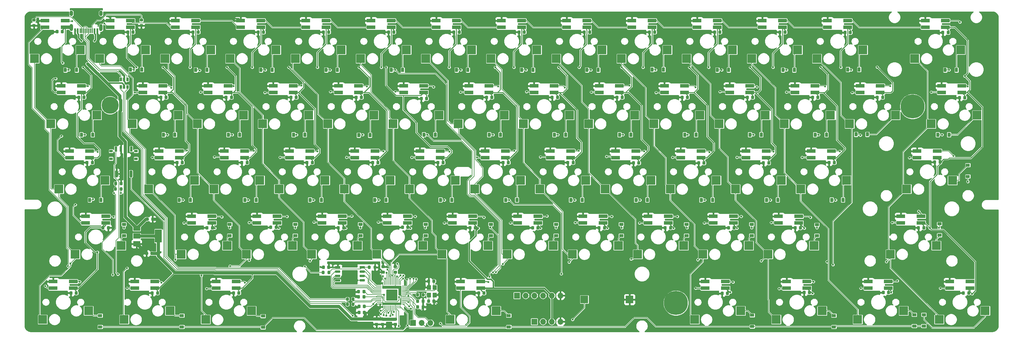
<source format=gbl>
%TF.GenerationSoftware,KiCad,Pcbnew,(6.0.7)*%
%TF.CreationDate,2022-09-11T22:15:22-05:00*%
%TF.ProjectId,PyKey60,50794b65-7936-4302-9e6b-696361645f70,1.1*%
%TF.SameCoordinates,Original*%
%TF.FileFunction,Copper,L2,Bot*%
%TF.FilePolarity,Positive*%
%FSLAX46Y46*%
G04 Gerber Fmt 4.6, Leading zero omitted, Abs format (unit mm)*
G04 Created by KiCad (PCBNEW (6.0.7)) date 2022-09-11 22:15:22*
%MOMM*%
%LPD*%
G01*
G04 APERTURE LIST*
G04 Aperture macros list*
%AMRoundRect*
0 Rectangle with rounded corners*
0 $1 Rounding radius*
0 $2 $3 $4 $5 $6 $7 $8 $9 X,Y pos of 4 corners*
0 Add a 4 corners polygon primitive as box body*
4,1,4,$2,$3,$4,$5,$6,$7,$8,$9,$2,$3,0*
0 Add four circle primitives for the rounded corners*
1,1,$1+$1,$2,$3*
1,1,$1+$1,$4,$5*
1,1,$1+$1,$6,$7*
1,1,$1+$1,$8,$9*
0 Add four rect primitives between the rounded corners*
20,1,$1+$1,$2,$3,$4,$5,0*
20,1,$1+$1,$4,$5,$6,$7,0*
20,1,$1+$1,$6,$7,$8,$9,0*
20,1,$1+$1,$8,$9,$2,$3,0*%
G04 Aperture macros list end*
%TA.AperFunction,SMDPad,CuDef*%
%ADD10R,2.550000X2.500000*%
%TD*%
%TA.AperFunction,SMDPad,CuDef*%
%ADD11R,2.500000X1.100000*%
%TD*%
%TA.AperFunction,ComponentPad*%
%ADD12C,7.000240*%
%TD*%
%TA.AperFunction,ComponentPad*%
%ADD13C,5.001260*%
%TD*%
%TA.AperFunction,SMDPad,CuDef*%
%ADD14R,0.900000X1.200000*%
%TD*%
%TA.AperFunction,SMDPad,CuDef*%
%ADD15R,1.200000X0.900000*%
%TD*%
%TA.AperFunction,SMDPad,CuDef*%
%ADD16R,0.600000X1.450000*%
%TD*%
%TA.AperFunction,SMDPad,CuDef*%
%ADD17R,0.300000X1.450000*%
%TD*%
%TA.AperFunction,ComponentPad*%
%ADD18O,1.000000X1.600000*%
%TD*%
%TA.AperFunction,ComponentPad*%
%ADD19O,1.000000X2.100000*%
%TD*%
%TA.AperFunction,SMDPad,CuDef*%
%ADD20RoundRect,0.200000X0.275000X-0.200000X0.275000X0.200000X-0.275000X0.200000X-0.275000X-0.200000X0*%
%TD*%
%TA.AperFunction,SMDPad,CuDef*%
%ADD21RoundRect,0.050000X-0.050000X0.387500X-0.050000X-0.387500X0.050000X-0.387500X0.050000X0.387500X0*%
%TD*%
%TA.AperFunction,SMDPad,CuDef*%
%ADD22RoundRect,0.050000X-0.387500X0.050000X-0.387500X-0.050000X0.387500X-0.050000X0.387500X0.050000X0*%
%TD*%
%TA.AperFunction,ComponentPad*%
%ADD23C,0.600000*%
%TD*%
%TA.AperFunction,SMDPad,CuDef*%
%ADD24RoundRect,0.144000X-1.456000X1.456000X-1.456000X-1.456000X1.456000X-1.456000X1.456000X1.456000X0*%
%TD*%
%TA.AperFunction,SMDPad,CuDef*%
%ADD25R,0.650000X1.060000*%
%TD*%
%TA.AperFunction,SMDPad,CuDef*%
%ADD26RoundRect,0.150000X0.650000X0.150000X-0.650000X0.150000X-0.650000X-0.150000X0.650000X-0.150000X0*%
%TD*%
%TA.AperFunction,SMDPad,CuDef*%
%ADD27RoundRect,0.225000X0.225000X0.250000X-0.225000X0.250000X-0.225000X-0.250000X0.225000X-0.250000X0*%
%TD*%
%TA.AperFunction,SMDPad,CuDef*%
%ADD28RoundRect,0.225000X-0.225000X-0.250000X0.225000X-0.250000X0.225000X0.250000X-0.225000X0.250000X0*%
%TD*%
%TA.AperFunction,SMDPad,CuDef*%
%ADD29RoundRect,0.225000X0.250000X-0.225000X0.250000X0.225000X-0.250000X0.225000X-0.250000X-0.225000X0*%
%TD*%
%TA.AperFunction,SMDPad,CuDef*%
%ADD30RoundRect,0.225000X-0.250000X0.225000X-0.250000X-0.225000X0.250000X-0.225000X0.250000X0.225000X0*%
%TD*%
%TA.AperFunction,SMDPad,CuDef*%
%ADD31RoundRect,0.200000X-0.200000X-0.275000X0.200000X-0.275000X0.200000X0.275000X-0.200000X0.275000X0*%
%TD*%
%TA.AperFunction,SMDPad,CuDef*%
%ADD32RoundRect,0.200000X0.200000X0.275000X-0.200000X0.275000X-0.200000X-0.275000X0.200000X-0.275000X0*%
%TD*%
%TA.AperFunction,SMDPad,CuDef*%
%ADD33RoundRect,0.200000X-0.200000X-0.800000X0.200000X-0.800000X0.200000X0.800000X-0.200000X0.800000X0*%
%TD*%
%TA.AperFunction,SMDPad,CuDef*%
%ADD34R,1.200000X1.400000*%
%TD*%
%TA.AperFunction,SMDPad,CuDef*%
%ADD35R,1.000000X0.800000*%
%TD*%
%TA.AperFunction,SMDPad,CuDef*%
%ADD36R,0.700000X1.500000*%
%TD*%
%TA.AperFunction,ComponentPad*%
%ADD37R,1.700000X1.700000*%
%TD*%
%TA.AperFunction,ComponentPad*%
%ADD38O,1.700000X1.700000*%
%TD*%
%TA.AperFunction,SMDPad,CuDef*%
%ADD39RoundRect,0.218750X0.218750X0.256250X-0.218750X0.256250X-0.218750X-0.256250X0.218750X-0.256250X0*%
%TD*%
%TA.AperFunction,SMDPad,CuDef*%
%ADD40R,2.000000X1.500000*%
%TD*%
%TA.AperFunction,SMDPad,CuDef*%
%ADD41R,2.000000X3.800000*%
%TD*%
%TA.AperFunction,SMDPad,CuDef*%
%ADD42R,2.200000X2.200000*%
%TD*%
%TA.AperFunction,ViaPad*%
%ADD43C,0.609600*%
%TD*%
%TA.AperFunction,Conductor*%
%ADD44C,0.152400*%
%TD*%
%TA.AperFunction,Conductor*%
%ADD45C,0.406400*%
%TD*%
%TA.AperFunction,Conductor*%
%ADD46C,0.254000*%
%TD*%
%TA.AperFunction,Conductor*%
%ADD47C,0.889000*%
%TD*%
%TA.AperFunction,Conductor*%
%ADD48C,0.200000*%
%TD*%
G04 APERTURE END LIST*
D10*
%TO.P,U1,1*%
%TO.N,Net-(D1-Pad2)*%
X78847500Y-76360000D03*
%TO.P,U1,2*%
%TO.N,COL1*%
X65422500Y-78900000D03*
D11*
%TO.P,U1,3*%
%TO.N,GND*%
X68487500Y-67820000D03*
%TO.P,U1,4*%
%TO.N,RGBData1*%
X68487500Y-69720000D03*
%TO.P,U1,5*%
%TO.N,Net-(U1-Pad5)*%
X74387500Y-67820000D03*
%TO.P,U1,6*%
%TO.N,+3V3*%
X74387500Y-69720000D03*
%TD*%
D10*
%TO.P,U2,1*%
%TO.N,Net-(D2-Pad2)*%
X97897500Y-76360000D03*
%TO.P,U2,2*%
%TO.N,COL2*%
X84472500Y-78900000D03*
D11*
%TO.P,U2,3*%
%TO.N,GND*%
X87537500Y-67820000D03*
%TO.P,U2,4*%
%TO.N,Net-(U1-Pad5)*%
X87537500Y-69720000D03*
%TO.P,U2,5*%
%TO.N,Net-(U2-Pad5)*%
X93437500Y-67820000D03*
%TO.P,U2,6*%
%TO.N,+3V3*%
X93437500Y-69720000D03*
%TD*%
D10*
%TO.P,U3,1*%
%TO.N,Net-(D3-Pad2)*%
X116948000Y-76360000D03*
%TO.P,U3,2*%
%TO.N,COL3*%
X103523000Y-78900000D03*
D11*
%TO.P,U3,3*%
%TO.N,GND*%
X106588000Y-67820000D03*
%TO.P,U3,4*%
%TO.N,Net-(U2-Pad5)*%
X106588000Y-69720000D03*
%TO.P,U3,5*%
%TO.N,Net-(U3-Pad5)*%
X112488000Y-67820000D03*
%TO.P,U3,6*%
%TO.N,+3V3*%
X112488000Y-69720000D03*
%TD*%
D10*
%TO.P,U4,1*%
%TO.N,Net-(D4-Pad2)*%
X135998000Y-76360000D03*
%TO.P,U4,2*%
%TO.N,COL4*%
X122573000Y-78900000D03*
D11*
%TO.P,U4,3*%
%TO.N,GND*%
X125638000Y-67820000D03*
%TO.P,U4,4*%
%TO.N,Net-(U3-Pad5)*%
X125638000Y-69720000D03*
%TO.P,U4,5*%
%TO.N,Net-(U4-Pad5)*%
X131538000Y-67820000D03*
%TO.P,U4,6*%
%TO.N,+3V3*%
X131538000Y-69720000D03*
%TD*%
D10*
%TO.P,U5,1*%
%TO.N,Net-(D5-Pad2)*%
X155048000Y-76360000D03*
%TO.P,U5,2*%
%TO.N,COL5*%
X141623000Y-78900000D03*
D11*
%TO.P,U5,3*%
%TO.N,GND*%
X144688000Y-67820000D03*
%TO.P,U5,4*%
%TO.N,Net-(U4-Pad5)*%
X144688000Y-69720000D03*
%TO.P,U5,5*%
%TO.N,Net-(U5-Pad5)*%
X150588000Y-67820000D03*
%TO.P,U5,6*%
%TO.N,+3V3*%
X150588000Y-69720000D03*
%TD*%
D10*
%TO.P,U6,1*%
%TO.N,Net-(D6-Pad2)*%
X174098000Y-76360000D03*
%TO.P,U6,2*%
%TO.N,COL6*%
X160673000Y-78900000D03*
D11*
%TO.P,U6,3*%
%TO.N,GND*%
X163738000Y-67820000D03*
%TO.P,U6,4*%
%TO.N,Net-(U5-Pad5)*%
X163738000Y-69720000D03*
%TO.P,U6,5*%
%TO.N,Net-(U6-Pad5)*%
X169638000Y-67820000D03*
%TO.P,U6,6*%
%TO.N,+3V3*%
X169638000Y-69720000D03*
%TD*%
D10*
%TO.P,U7,1*%
%TO.N,Net-(D7-Pad2)*%
X193148000Y-76360000D03*
%TO.P,U7,2*%
%TO.N,COL7*%
X179723000Y-78900000D03*
D11*
%TO.P,U7,3*%
%TO.N,GND*%
X182788000Y-67820000D03*
%TO.P,U7,4*%
%TO.N,Net-(U6-Pad5)*%
X182788000Y-69720000D03*
%TO.P,U7,5*%
%TO.N,Net-(U7-Pad5)*%
X188688000Y-67820000D03*
%TO.P,U7,6*%
%TO.N,+3V3*%
X188688000Y-69720000D03*
%TD*%
D10*
%TO.P,U8,1*%
%TO.N,Net-(D8-Pad2)*%
X212198000Y-76360000D03*
%TO.P,U8,2*%
%TO.N,COL8*%
X198773000Y-78900000D03*
D11*
%TO.P,U8,3*%
%TO.N,GND*%
X201838000Y-67820000D03*
%TO.P,U8,4*%
%TO.N,Net-(U7-Pad5)*%
X201838000Y-69720000D03*
%TO.P,U8,5*%
%TO.N,Net-(U8-Pad5)*%
X207738000Y-67820000D03*
%TO.P,U8,6*%
%TO.N,+3V3*%
X207738000Y-69720000D03*
%TD*%
D10*
%TO.P,U9,1*%
%TO.N,Net-(D9-Pad2)*%
X231248000Y-76360000D03*
%TO.P,U9,2*%
%TO.N,COL9*%
X217823000Y-78900000D03*
D11*
%TO.P,U9,3*%
%TO.N,GND*%
X220888000Y-67820000D03*
%TO.P,U9,4*%
%TO.N,Net-(U8-Pad5)*%
X220888000Y-69720000D03*
%TO.P,U9,5*%
%TO.N,Net-(U10-Pad4)*%
X226788000Y-67820000D03*
%TO.P,U9,6*%
%TO.N,+3V3*%
X226788000Y-69720000D03*
%TD*%
D10*
%TO.P,U10,1*%
%TO.N,Net-(D10-Pad2)*%
X250298000Y-76360000D03*
%TO.P,U10,2*%
%TO.N,COL10*%
X236873000Y-78900000D03*
D11*
%TO.P,U10,3*%
%TO.N,GND*%
X239938000Y-67820000D03*
%TO.P,U10,4*%
%TO.N,Net-(U10-Pad4)*%
X239938000Y-69720000D03*
%TO.P,U10,5*%
%TO.N,Net-(U10-Pad5)*%
X245838000Y-67820000D03*
%TO.P,U10,6*%
%TO.N,+3V3*%
X245838000Y-69720000D03*
%TD*%
D10*
%TO.P,U11,1*%
%TO.N,Net-(D11-Pad2)*%
X269348000Y-76360000D03*
%TO.P,U11,2*%
%TO.N,COL11*%
X255923000Y-78900000D03*
D11*
%TO.P,U11,3*%
%TO.N,GND*%
X258988000Y-67820000D03*
%TO.P,U11,4*%
%TO.N,Net-(U10-Pad5)*%
X258988000Y-69720000D03*
%TO.P,U11,5*%
%TO.N,Net-(U11-Pad5)*%
X264888000Y-67820000D03*
%TO.P,U11,6*%
%TO.N,+3V3*%
X264888000Y-69720000D03*
%TD*%
D10*
%TO.P,U12,1*%
%TO.N,Net-(D12-Pad2)*%
X288398000Y-76360000D03*
%TO.P,U12,2*%
%TO.N,COL12*%
X274973000Y-78900000D03*
D11*
%TO.P,U12,3*%
%TO.N,GND*%
X278038000Y-67820000D03*
%TO.P,U12,4*%
%TO.N,Net-(U11-Pad5)*%
X278038000Y-69720000D03*
%TO.P,U12,5*%
%TO.N,Net-(U12-Pad5)*%
X283938000Y-67820000D03*
%TO.P,U12,6*%
%TO.N,+3V3*%
X283938000Y-69720000D03*
%TD*%
D10*
%TO.P,U13,1*%
%TO.N,Net-(D13-Pad2)*%
X307448000Y-76360000D03*
%TO.P,U13,2*%
%TO.N,COL13*%
X294023000Y-78900000D03*
D11*
%TO.P,U13,3*%
%TO.N,GND*%
X297088000Y-67820000D03*
%TO.P,U13,4*%
%TO.N,Net-(U12-Pad5)*%
X297088000Y-69720000D03*
%TO.P,U13,5*%
%TO.N,Net-(U13-Pad5)*%
X302988000Y-67820000D03*
%TO.P,U13,6*%
%TO.N,+3V3*%
X302988000Y-69720000D03*
%TD*%
D10*
%TO.P,U14,1*%
%TO.N,Net-(D14-Pad2)*%
X336023000Y-76360000D03*
%TO.P,U14,2*%
%TO.N,COL14*%
X322598000Y-78900000D03*
D11*
%TO.P,U14,3*%
%TO.N,GND*%
X325663000Y-67820000D03*
%TO.P,U14,4*%
%TO.N,Net-(U13-Pad5)*%
X325663000Y-69720000D03*
%TO.P,U14,5*%
%TO.N,RGBData2*%
X331563000Y-67820000D03*
%TO.P,U14,6*%
%TO.N,+3V3*%
X331563000Y-69720000D03*
%TD*%
D10*
%TO.P,U15,1*%
%TO.N,Net-(D15-Pad2)*%
X83610000Y-95410000D03*
%TO.P,U15,2*%
%TO.N,COL1*%
X70185000Y-97950000D03*
D11*
%TO.P,U15,3*%
%TO.N,GND*%
X73250000Y-86870000D03*
%TO.P,U15,4*%
%TO.N,RGBData2*%
X73250000Y-88770000D03*
%TO.P,U15,5*%
%TO.N,Net-(U15-Pad5)*%
X79150000Y-86870000D03*
%TO.P,U15,6*%
%TO.N,+3V3*%
X79150000Y-88770000D03*
%TD*%
D10*
%TO.P,U16,1*%
%TO.N,Net-(D16-Pad2)*%
X107422000Y-95410000D03*
%TO.P,U16,2*%
%TO.N,COL2*%
X93997000Y-97950000D03*
D11*
%TO.P,U16,3*%
%TO.N,GND*%
X97062000Y-86870000D03*
%TO.P,U16,4*%
%TO.N,Net-(U15-Pad5)*%
X97062000Y-88770000D03*
%TO.P,U16,5*%
%TO.N,Net-(U16-Pad5)*%
X102962000Y-86870000D03*
%TO.P,U16,6*%
%TO.N,+3V3*%
X102962000Y-88770000D03*
%TD*%
D10*
%TO.P,U17,1*%
%TO.N,Net-(D17-Pad2)*%
X126472000Y-95410000D03*
%TO.P,U17,2*%
%TO.N,COL3*%
X113047000Y-97950000D03*
D11*
%TO.P,U17,3*%
%TO.N,GND*%
X116112000Y-86870000D03*
%TO.P,U17,4*%
%TO.N,Net-(U16-Pad5)*%
X116112000Y-88770000D03*
%TO.P,U17,5*%
%TO.N,Net-(U17-Pad5)*%
X122012000Y-86870000D03*
%TO.P,U17,6*%
%TO.N,+3V3*%
X122012000Y-88770000D03*
%TD*%
D10*
%TO.P,U18,1*%
%TO.N,Net-(D18-Pad2)*%
X145522000Y-95410000D03*
%TO.P,U18,2*%
%TO.N,COL4*%
X132097000Y-97950000D03*
D11*
%TO.P,U18,3*%
%TO.N,GND*%
X135162000Y-86870000D03*
%TO.P,U18,4*%
%TO.N,Net-(U17-Pad5)*%
X135162000Y-88770000D03*
%TO.P,U18,5*%
%TO.N,Net-(U18-Pad5)*%
X141062000Y-86870000D03*
%TO.P,U18,6*%
%TO.N,+3V3*%
X141062000Y-88770000D03*
%TD*%
D10*
%TO.P,U19,1*%
%TO.N,Net-(D19-Pad2)*%
X164572000Y-95410000D03*
%TO.P,U19,2*%
%TO.N,COL5*%
X151147000Y-97950000D03*
D11*
%TO.P,U19,3*%
%TO.N,GND*%
X154212000Y-86870000D03*
%TO.P,U19,4*%
%TO.N,Net-(U18-Pad5)*%
X154212000Y-88770000D03*
%TO.P,U19,5*%
%TO.N,Net-(U19-Pad5)*%
X160112000Y-86870000D03*
%TO.P,U19,6*%
%TO.N,+3V3*%
X160112000Y-88770000D03*
%TD*%
D10*
%TO.P,U21,1*%
%TO.N,Net-(D21-Pad2)*%
X202672000Y-95410000D03*
%TO.P,U21,2*%
%TO.N,COL7*%
X189247000Y-97950000D03*
D11*
%TO.P,U21,3*%
%TO.N,GND*%
X192312000Y-86870000D03*
%TO.P,U21,4*%
%TO.N,Net-(U20-Pad5)*%
X192312000Y-88770000D03*
%TO.P,U21,5*%
%TO.N,Net-(U21-Pad5)*%
X198212000Y-86870000D03*
%TO.P,U21,6*%
%TO.N,+3V3*%
X198212000Y-88770000D03*
%TD*%
D10*
%TO.P,U22,1*%
%TO.N,Net-(D22-Pad2)*%
X221722000Y-95410000D03*
%TO.P,U22,2*%
%TO.N,COL8*%
X208297000Y-97950000D03*
D11*
%TO.P,U22,3*%
%TO.N,GND*%
X211362000Y-86870000D03*
%TO.P,U22,4*%
%TO.N,Net-(U21-Pad5)*%
X211362000Y-88770000D03*
%TO.P,U22,5*%
%TO.N,Net-(U22-Pad5)*%
X217262000Y-86870000D03*
%TO.P,U22,6*%
%TO.N,+3V3*%
X217262000Y-88770000D03*
%TD*%
D10*
%TO.P,U23,1*%
%TO.N,Net-(D23-Pad2)*%
X240772000Y-95410000D03*
%TO.P,U23,2*%
%TO.N,COL9*%
X227347000Y-97950000D03*
D11*
%TO.P,U23,3*%
%TO.N,GND*%
X230412000Y-86870000D03*
%TO.P,U23,4*%
%TO.N,Net-(U22-Pad5)*%
X230412000Y-88770000D03*
%TO.P,U23,5*%
%TO.N,Net-(U23-Pad5)*%
X236312000Y-86870000D03*
%TO.P,U23,6*%
%TO.N,+3V3*%
X236312000Y-88770000D03*
%TD*%
D10*
%TO.P,U25,1*%
%TO.N,Net-(D25-Pad2)*%
X278872000Y-95410000D03*
%TO.P,U25,2*%
%TO.N,COL11*%
X265447000Y-97950000D03*
D11*
%TO.P,U25,3*%
%TO.N,GND*%
X268512000Y-86870000D03*
%TO.P,U25,4*%
%TO.N,Net-(U24-Pad5)*%
X268512000Y-88770000D03*
%TO.P,U25,5*%
%TO.N,Net-(U25-Pad5)*%
X274412000Y-86870000D03*
%TO.P,U25,6*%
%TO.N,+3V3*%
X274412000Y-88770000D03*
%TD*%
D10*
%TO.P,U26,1*%
%TO.N,Net-(D26-Pad2)*%
X297922000Y-95410000D03*
%TO.P,U26,2*%
%TO.N,COL12*%
X284497000Y-97950000D03*
D11*
%TO.P,U26,3*%
%TO.N,GND*%
X287562000Y-86870000D03*
%TO.P,U26,4*%
%TO.N,Net-(U25-Pad5)*%
X287562000Y-88770000D03*
%TO.P,U26,5*%
%TO.N,Net-(U26-Pad5)*%
X293462000Y-86870000D03*
%TO.P,U26,6*%
%TO.N,+3V3*%
X293462000Y-88770000D03*
%TD*%
D10*
%TO.P,U27,1*%
%TO.N,Net-(D27-Pad2)*%
X316972000Y-95410000D03*
%TO.P,U27,2*%
%TO.N,COL13*%
X303547000Y-97950000D03*
D11*
%TO.P,U27,3*%
%TO.N,GND*%
X306612000Y-86870000D03*
%TO.P,U27,4*%
%TO.N,Net-(U26-Pad5)*%
X306612000Y-88770000D03*
%TO.P,U27,5*%
%TO.N,Net-(U27-Pad5)*%
X312512000Y-86870000D03*
%TO.P,U27,6*%
%TO.N,+3V3*%
X312512000Y-88770000D03*
%TD*%
D10*
%TO.P,U28,1*%
%TO.N,Net-(D28-Pad2)*%
X340785000Y-95410000D03*
%TO.P,U28,2*%
%TO.N,COL14*%
X327360000Y-97950000D03*
D11*
%TO.P,U28,3*%
%TO.N,GND*%
X330425000Y-86870000D03*
%TO.P,U28,4*%
%TO.N,Net-(U27-Pad5)*%
X330425000Y-88770000D03*
%TO.P,U28,5*%
%TO.N,RGBData3*%
X336325000Y-86870000D03*
%TO.P,U28,6*%
%TO.N,+3V3*%
X336325000Y-88770000D03*
%TD*%
D10*
%TO.P,U29,1*%
%TO.N,Net-(D29-Pad2)*%
X85992500Y-114460000D03*
%TO.P,U29,2*%
%TO.N,COL1*%
X72567500Y-117000000D03*
D11*
%TO.P,U29,3*%
%TO.N,GND*%
X75632500Y-105920000D03*
%TO.P,U29,4*%
%TO.N,RGBData3*%
X75632500Y-107820000D03*
%TO.P,U29,5*%
%TO.N,Net-(U29-Pad5)*%
X81532500Y-105920000D03*
%TO.P,U29,6*%
%TO.N,+3V3*%
X81532500Y-107820000D03*
%TD*%
D10*
%TO.P,U30,1*%
%TO.N,Net-(D30-Pad2)*%
X112185000Y-114460000D03*
%TO.P,U30,2*%
%TO.N,COL2*%
X98760000Y-117000000D03*
D11*
%TO.P,U30,3*%
%TO.N,GND*%
X101825000Y-105920000D03*
%TO.P,U30,4*%
%TO.N,Net-(U29-Pad5)*%
X101825000Y-107820000D03*
%TO.P,U30,5*%
%TO.N,Net-(U30-Pad5)*%
X107725000Y-105920000D03*
%TO.P,U30,6*%
%TO.N,+3V3*%
X107725000Y-107820000D03*
%TD*%
D10*
%TO.P,U31,1*%
%TO.N,Net-(D31-Pad2)*%
X131235000Y-114460000D03*
%TO.P,U31,2*%
%TO.N,COL3*%
X117810000Y-117000000D03*
D11*
%TO.P,U31,3*%
%TO.N,GND*%
X120875000Y-105920000D03*
%TO.P,U31,4*%
%TO.N,Net-(U30-Pad5)*%
X120875000Y-107820000D03*
%TO.P,U31,5*%
%TO.N,Net-(U31-Pad5)*%
X126775000Y-105920000D03*
%TO.P,U31,6*%
%TO.N,+3V3*%
X126775000Y-107820000D03*
%TD*%
D10*
%TO.P,U32,1*%
%TO.N,Net-(D32-Pad2)*%
X150285000Y-114460000D03*
%TO.P,U32,2*%
%TO.N,COL4*%
X136860000Y-117000000D03*
D11*
%TO.P,U32,3*%
%TO.N,GND*%
X139925000Y-105920000D03*
%TO.P,U32,4*%
%TO.N,Net-(U31-Pad5)*%
X139925000Y-107820000D03*
%TO.P,U32,5*%
%TO.N,Net-(U32-Pad5)*%
X145825000Y-105920000D03*
%TO.P,U32,6*%
%TO.N,+3V3*%
X145825000Y-107820000D03*
%TD*%
D10*
%TO.P,U33,1*%
%TO.N,Net-(D33-Pad2)*%
X169335000Y-114460000D03*
%TO.P,U33,2*%
%TO.N,COL5*%
X155910000Y-117000000D03*
D11*
%TO.P,U33,3*%
%TO.N,GND*%
X158975000Y-105920000D03*
%TO.P,U33,4*%
%TO.N,Net-(U32-Pad5)*%
X158975000Y-107820000D03*
%TO.P,U33,5*%
%TO.N,Net-(U33-Pad5)*%
X164875000Y-105920000D03*
%TO.P,U33,6*%
%TO.N,+3V3*%
X164875000Y-107820000D03*
%TD*%
D10*
%TO.P,U34,1*%
%TO.N,Net-(D34-Pad2)*%
X188385000Y-114460000D03*
%TO.P,U34,2*%
%TO.N,COL6*%
X174960000Y-117000000D03*
D11*
%TO.P,U34,3*%
%TO.N,GND*%
X178025000Y-105920000D03*
%TO.P,U34,4*%
%TO.N,Net-(U33-Pad5)*%
X178025000Y-107820000D03*
%TO.P,U34,5*%
%TO.N,Net-(U34-Pad5)*%
X183925000Y-105920000D03*
%TO.P,U34,6*%
%TO.N,+3V3*%
X183925000Y-107820000D03*
%TD*%
D10*
%TO.P,U35,1*%
%TO.N,Net-(D35-Pad2)*%
X207435000Y-114460000D03*
%TO.P,U35,2*%
%TO.N,COL7*%
X194010000Y-117000000D03*
D11*
%TO.P,U35,3*%
%TO.N,GND*%
X197075000Y-105920000D03*
%TO.P,U35,4*%
%TO.N,Net-(U34-Pad5)*%
X197075000Y-107820000D03*
%TO.P,U35,5*%
%TO.N,Net-(U35-Pad5)*%
X202975000Y-105920000D03*
%TO.P,U35,6*%
%TO.N,+3V3*%
X202975000Y-107820000D03*
%TD*%
D10*
%TO.P,U36,1*%
%TO.N,Net-(D36-Pad2)*%
X226485000Y-114460000D03*
%TO.P,U36,2*%
%TO.N,COL8*%
X213060000Y-117000000D03*
D11*
%TO.P,U36,3*%
%TO.N,GND*%
X216125000Y-105920000D03*
%TO.P,U36,4*%
%TO.N,Net-(U35-Pad5)*%
X216125000Y-107820000D03*
%TO.P,U36,5*%
%TO.N,Net-(U36-Pad5)*%
X222025000Y-105920000D03*
%TO.P,U36,6*%
%TO.N,+3V3*%
X222025000Y-107820000D03*
%TD*%
D10*
%TO.P,U37,1*%
%TO.N,Net-(D37-Pad2)*%
X245535000Y-114460000D03*
%TO.P,U37,2*%
%TO.N,COL9*%
X232110000Y-117000000D03*
D11*
%TO.P,U37,3*%
%TO.N,GND*%
X235175000Y-105920000D03*
%TO.P,U37,4*%
%TO.N,Net-(U36-Pad5)*%
X235175000Y-107820000D03*
%TO.P,U37,5*%
%TO.N,Net-(U37-Pad5)*%
X241075000Y-105920000D03*
%TO.P,U37,6*%
%TO.N,+3V3*%
X241075000Y-107820000D03*
%TD*%
D10*
%TO.P,U38,1*%
%TO.N,Net-(D38-Pad2)*%
X264585000Y-114460000D03*
%TO.P,U38,2*%
%TO.N,COL10*%
X251160000Y-117000000D03*
D11*
%TO.P,U38,3*%
%TO.N,GND*%
X254225000Y-105920000D03*
%TO.P,U38,4*%
%TO.N,Net-(U37-Pad5)*%
X254225000Y-107820000D03*
%TO.P,U38,5*%
%TO.N,Net-(U38-Pad5)*%
X260125000Y-105920000D03*
%TO.P,U38,6*%
%TO.N,+3V3*%
X260125000Y-107820000D03*
%TD*%
D10*
%TO.P,U39,1*%
%TO.N,Net-(D39-Pad2)*%
X283635000Y-114460000D03*
%TO.P,U39,2*%
%TO.N,COL11*%
X270210000Y-117000000D03*
D11*
%TO.P,U39,3*%
%TO.N,GND*%
X273275000Y-105920000D03*
%TO.P,U39,4*%
%TO.N,Net-(U38-Pad5)*%
X273275000Y-107820000D03*
%TO.P,U39,5*%
%TO.N,Net-(U39-Pad5)*%
X279175000Y-105920000D03*
%TO.P,U39,6*%
%TO.N,+3V3*%
X279175000Y-107820000D03*
%TD*%
D10*
%TO.P,U40,1*%
%TO.N,Net-(D40-Pad2)*%
X302685000Y-114460000D03*
%TO.P,U40,2*%
%TO.N,COL12*%
X289260000Y-117000000D03*
D11*
%TO.P,U40,3*%
%TO.N,GND*%
X292325000Y-105920000D03*
%TO.P,U40,4*%
%TO.N,Net-(U39-Pad5)*%
X292325000Y-107820000D03*
%TO.P,U40,5*%
%TO.N,Net-(U40-Pad5)*%
X298225000Y-105920000D03*
%TO.P,U40,6*%
%TO.N,+3V3*%
X298225000Y-107820000D03*
%TD*%
D10*
%TO.P,U41,1*%
%TO.N,Net-(D41-Pad2)*%
X333641000Y-114460000D03*
%TO.P,U41,2*%
%TO.N,COL14*%
X320216000Y-117000000D03*
D11*
%TO.P,U41,3*%
%TO.N,GND*%
X323281000Y-105920000D03*
%TO.P,U41,4*%
%TO.N,Net-(U40-Pad5)*%
X323281000Y-107820000D03*
%TO.P,U41,5*%
%TO.N,RGBData4*%
X329181000Y-105920000D03*
%TO.P,U41,6*%
%TO.N,+3V3*%
X329181000Y-107820000D03*
%TD*%
D10*
%TO.P,U42,1*%
%TO.N,Net-(D42-Pad2)*%
X90722000Y-133510000D03*
%TO.P,U42,2*%
%TO.N,COL1*%
X77297000Y-136050000D03*
D11*
%TO.P,U42,3*%
%TO.N,GND*%
X80362000Y-124970000D03*
%TO.P,U42,4*%
%TO.N,RGBData4*%
X80362000Y-126870000D03*
%TO.P,U42,5*%
%TO.N,Net-(U42-Pad5)*%
X86262000Y-124970000D03*
%TO.P,U42,6*%
%TO.N,+3V3*%
X86262000Y-126870000D03*
%TD*%
D10*
%TO.P,U43,1*%
%TO.N,Net-(D43-Pad2)*%
X121710000Y-133510000D03*
%TO.P,U43,2*%
%TO.N,COL2*%
X108285000Y-136050000D03*
D11*
%TO.P,U43,3*%
%TO.N,GND*%
X111350000Y-124970000D03*
%TO.P,U43,4*%
%TO.N,Net-(U42-Pad5)*%
X111350000Y-126870000D03*
%TO.P,U43,5*%
%TO.N,Net-(U43-Pad5)*%
X117250000Y-124970000D03*
%TO.P,U43,6*%
%TO.N,+3V3*%
X117250000Y-126870000D03*
%TD*%
D10*
%TO.P,U44,1*%
%TO.N,Net-(D44-Pad2)*%
X140760000Y-133510000D03*
%TO.P,U44,2*%
%TO.N,COL3*%
X127335000Y-136050000D03*
D11*
%TO.P,U44,3*%
%TO.N,GND*%
X130400000Y-124970000D03*
%TO.P,U44,4*%
%TO.N,Net-(U43-Pad5)*%
X130400000Y-126870000D03*
%TO.P,U44,5*%
%TO.N,Net-(U44-Pad5)*%
X136300000Y-124970000D03*
%TO.P,U44,6*%
%TO.N,+3V3*%
X136300000Y-126870000D03*
%TD*%
D10*
%TO.P,U45,1*%
%TO.N,Net-(D45-Pad2)*%
X159810000Y-133510000D03*
%TO.P,U45,2*%
%TO.N,COL4*%
X146385000Y-136050000D03*
D11*
%TO.P,U45,3*%
%TO.N,GND*%
X149450000Y-124970000D03*
%TO.P,U45,4*%
%TO.N,Net-(U44-Pad5)*%
X149450000Y-126870000D03*
%TO.P,U45,5*%
%TO.N,Net-(U45-Pad5)*%
X155350000Y-124970000D03*
%TO.P,U45,6*%
%TO.N,+3V3*%
X155350000Y-126870000D03*
%TD*%
D10*
%TO.P,U46,1*%
%TO.N,Net-(D46-Pad2)*%
X178860000Y-133510000D03*
%TO.P,U46,2*%
%TO.N,COL5*%
X165435000Y-136050000D03*
D11*
%TO.P,U46,3*%
%TO.N,GND*%
X168500000Y-124970000D03*
%TO.P,U46,4*%
%TO.N,Net-(U45-Pad5)*%
X168500000Y-126870000D03*
%TO.P,U46,5*%
%TO.N,Net-(U46-Pad5)*%
X174400000Y-124970000D03*
%TO.P,U46,6*%
%TO.N,+3V3*%
X174400000Y-126870000D03*
%TD*%
D10*
%TO.P,U47,1*%
%TO.N,Net-(D47-Pad2)*%
X197910000Y-133510000D03*
%TO.P,U47,2*%
%TO.N,COL6*%
X184485000Y-136050000D03*
D11*
%TO.P,U47,3*%
%TO.N,GND*%
X187550000Y-124970000D03*
%TO.P,U47,4*%
%TO.N,Net-(U46-Pad5)*%
X187550000Y-126870000D03*
%TO.P,U47,5*%
%TO.N,Net-(U47-Pad5)*%
X193450000Y-124970000D03*
%TO.P,U47,6*%
%TO.N,+3V3*%
X193450000Y-126870000D03*
%TD*%
D10*
%TO.P,U48,1*%
%TO.N,Net-(D48-Pad2)*%
X216960000Y-133510000D03*
%TO.P,U48,2*%
%TO.N,COL7*%
X203535000Y-136050000D03*
D11*
%TO.P,U48,3*%
%TO.N,GND*%
X206600000Y-124970000D03*
%TO.P,U48,4*%
%TO.N,Net-(U47-Pad5)*%
X206600000Y-126870000D03*
%TO.P,U48,5*%
%TO.N,Net-(U48-Pad5)*%
X212500000Y-124970000D03*
%TO.P,U48,6*%
%TO.N,+3V3*%
X212500000Y-126870000D03*
%TD*%
D10*
%TO.P,U49,1*%
%TO.N,Net-(D49-Pad2)*%
X236010000Y-133510000D03*
%TO.P,U49,2*%
%TO.N,COL8*%
X222585000Y-136050000D03*
D11*
%TO.P,U49,3*%
%TO.N,GND*%
X225650000Y-124970000D03*
%TO.P,U49,4*%
%TO.N,Net-(U48-Pad5)*%
X225650000Y-126870000D03*
%TO.P,U49,5*%
%TO.N,Net-(U49-Pad5)*%
X231550000Y-124970000D03*
%TO.P,U49,6*%
%TO.N,+3V3*%
X231550000Y-126870000D03*
%TD*%
D10*
%TO.P,U50,1*%
%TO.N,Net-(D50-Pad2)*%
X255060000Y-133510000D03*
%TO.P,U50,2*%
%TO.N,COL9*%
X241635000Y-136050000D03*
D11*
%TO.P,U50,3*%
%TO.N,GND*%
X244700000Y-124970000D03*
%TO.P,U50,4*%
%TO.N,Net-(U49-Pad5)*%
X244700000Y-126870000D03*
%TO.P,U50,5*%
%TO.N,Net-(U50-Pad5)*%
X250600000Y-124970000D03*
%TO.P,U50,6*%
%TO.N,+3V3*%
X250600000Y-126870000D03*
%TD*%
D10*
%TO.P,U51,1*%
%TO.N,Net-(D51-Pad2)*%
X274110000Y-133510000D03*
%TO.P,U51,2*%
%TO.N,COL10*%
X260685000Y-136050000D03*
D11*
%TO.P,U51,3*%
%TO.N,GND*%
X263750000Y-124970000D03*
%TO.P,U51,4*%
%TO.N,Net-(U50-Pad5)*%
X263750000Y-126870000D03*
%TO.P,U51,5*%
%TO.N,Net-(U51-Pad5)*%
X269650000Y-124970000D03*
%TO.P,U51,6*%
%TO.N,+3V3*%
X269650000Y-126870000D03*
%TD*%
D10*
%TO.P,U52,1*%
%TO.N,Net-(D52-Pad2)*%
X293160000Y-133510000D03*
%TO.P,U52,2*%
%TO.N,COL11*%
X279735000Y-136050000D03*
D11*
%TO.P,U52,3*%
%TO.N,GND*%
X282800000Y-124970000D03*
%TO.P,U52,4*%
%TO.N,Net-(U51-Pad5)*%
X282800000Y-126870000D03*
%TO.P,U52,5*%
%TO.N,Net-(U52-Pad5)*%
X288700000Y-124970000D03*
%TO.P,U52,6*%
%TO.N,+3V3*%
X288700000Y-126870000D03*
%TD*%
D10*
%TO.P,U53,1*%
%TO.N,Net-(D53-Pad2)*%
X328879000Y-133510000D03*
%TO.P,U53,2*%
%TO.N,COL14*%
X315454000Y-136050000D03*
D11*
%TO.P,U53,3*%
%TO.N,GND*%
X318519000Y-124970000D03*
%TO.P,U53,4*%
%TO.N,Net-(U52-Pad5)*%
X318519000Y-126870000D03*
%TO.P,U53,5*%
%TO.N,RGBData5*%
X324419000Y-124970000D03*
%TO.P,U53,6*%
%TO.N,+3V3*%
X324419000Y-126870000D03*
%TD*%
D10*
%TO.P,U54,1*%
%TO.N,Net-(D54-Pad2)*%
X81228800Y-152560000D03*
%TO.P,U54,2*%
%TO.N,COL1*%
X67803800Y-155100000D03*
D11*
%TO.P,U54,3*%
%TO.N,GND*%
X70868800Y-144020000D03*
%TO.P,U54,4*%
%TO.N,RGBData5*%
X70868800Y-145920000D03*
%TO.P,U54,5*%
%TO.N,Net-(U54-Pad5)*%
X76768800Y-144020000D03*
%TO.P,U54,6*%
%TO.N,+3V3*%
X76768800Y-145920000D03*
%TD*%
D10*
%TO.P,U55,1*%
%TO.N,Net-(D55-Pad2)*%
X105041200Y-152560000D03*
%TO.P,U55,2*%
%TO.N,COL2*%
X91616200Y-155100000D03*
D11*
%TO.P,U55,3*%
%TO.N,GND*%
X94681200Y-144020000D03*
%TO.P,U55,4*%
%TO.N,Net-(U54-Pad5)*%
X94681200Y-145920000D03*
%TO.P,U55,5*%
%TO.N,Net-(U55-Pad5)*%
X100581200Y-144020000D03*
%TO.P,U55,6*%
%TO.N,+3V3*%
X100581200Y-145920000D03*
%TD*%
D10*
%TO.P,U56,1*%
%TO.N,Net-(D56-Pad2)*%
X128854000Y-152560000D03*
%TO.P,U56,2*%
%TO.N,COL3*%
X115429000Y-155100000D03*
D11*
%TO.P,U56,3*%
%TO.N,GND*%
X118494000Y-144020000D03*
%TO.P,U56,4*%
%TO.N,Net-(U55-Pad5)*%
X118494000Y-145920000D03*
%TO.P,U56,5*%
%TO.N,Net-(U56-Pad5)*%
X124394000Y-144020000D03*
%TO.P,U56,6*%
%TO.N,+3V3*%
X124394000Y-145920000D03*
%TD*%
D10*
%TO.P,U57,1*%
%TO.N,Net-(D57-Pad2)*%
X200291000Y-152560000D03*
%TO.P,U57,2*%
%TO.N,COL6*%
X186866000Y-155100000D03*
D11*
%TO.P,U57,3*%
%TO.N,GND*%
X189931000Y-144020000D03*
%TO.P,U57,4*%
%TO.N,Net-(U56-Pad5)*%
X189931000Y-145920000D03*
%TO.P,U57,5*%
%TO.N,Net-(U57-Pad5)*%
X195831000Y-144020000D03*
%TO.P,U57,6*%
%TO.N,+3V3*%
X195831000Y-145920000D03*
%TD*%
D10*
%TO.P,U58,1*%
%TO.N,Net-(D58-Pad2)*%
X271729000Y-152560000D03*
%TO.P,U58,2*%
%TO.N,COL10*%
X258304000Y-155100000D03*
D11*
%TO.P,U58,3*%
%TO.N,GND*%
X261369000Y-144020000D03*
%TO.P,U58,4*%
%TO.N,Net-(U57-Pad5)*%
X261369000Y-145920000D03*
%TO.P,U58,5*%
%TO.N,Net-(U58-Pad5)*%
X267269000Y-144020000D03*
%TO.P,U58,6*%
%TO.N,+3V3*%
X267269000Y-145920000D03*
%TD*%
D10*
%TO.P,U59,1*%
%TO.N,Net-(D59-Pad2)*%
X295541000Y-152560000D03*
%TO.P,U59,2*%
%TO.N,COL11*%
X282116000Y-155100000D03*
D11*
%TO.P,U59,3*%
%TO.N,GND*%
X285181000Y-144020000D03*
%TO.P,U59,4*%
%TO.N,Net-(U58-Pad5)*%
X285181000Y-145920000D03*
%TO.P,U59,5*%
%TO.N,Net-(U59-Pad5)*%
X291081000Y-144020000D03*
%TO.P,U59,6*%
%TO.N,+3V3*%
X291081000Y-145920000D03*
%TD*%
D10*
%TO.P,U60,1*%
%TO.N,Net-(D60-Pad2)*%
X319341000Y-152560000D03*
%TO.P,U60,2*%
%TO.N,COL12*%
X305916000Y-155100000D03*
D11*
%TO.P,U60,3*%
%TO.N,GND*%
X308981000Y-144020000D03*
%TO.P,U60,4*%
%TO.N,Net-(U59-Pad5)*%
X308981000Y-145920000D03*
%TO.P,U60,5*%
%TO.N,Net-(U60-Pad5)*%
X314881000Y-144020000D03*
%TO.P,U60,6*%
%TO.N,+3V3*%
X314881000Y-145920000D03*
%TD*%
D10*
%TO.P,U61,1*%
%TO.N,Net-(D61-Pad2)*%
X343154000Y-152560000D03*
%TO.P,U61,2*%
%TO.N,COL14*%
X329729000Y-155100000D03*
D11*
%TO.P,U61,3*%
%TO.N,GND*%
X332794000Y-144020000D03*
%TO.P,U61,4*%
%TO.N,Net-(U60-Pad5)*%
X332794000Y-145920000D03*
%TO.P,U61,5*%
%TO.N,N/C*%
X338694000Y-144020000D03*
%TO.P,U61,6*%
%TO.N,+3V3*%
X338694000Y-145920000D03*
%TD*%
D10*
%TO.P,U20,1*%
%TO.N,Net-(D20-Pad2)*%
X183622000Y-95410000D03*
%TO.P,U20,2*%
%TO.N,COL6*%
X170197000Y-97950000D03*
D11*
%TO.P,U20,3*%
%TO.N,GND*%
X173262000Y-86870000D03*
%TO.P,U20,4*%
%TO.N,Net-(U19-Pad5)*%
X173262000Y-88770000D03*
%TO.P,U20,5*%
%TO.N,Net-(U20-Pad5)*%
X179162000Y-86870000D03*
%TO.P,U20,6*%
%TO.N,+3V3*%
X179162000Y-88770000D03*
%TD*%
D10*
%TO.P,U24,1*%
%TO.N,Net-(D24-Pad2)*%
X259822000Y-95410000D03*
%TO.P,U24,2*%
%TO.N,COL10*%
X246397000Y-97950000D03*
D11*
%TO.P,U24,3*%
%TO.N,GND*%
X249462000Y-86870000D03*
%TO.P,U24,4*%
%TO.N,Net-(U23-Pad5)*%
X249462000Y-88770000D03*
%TO.P,U24,5*%
%TO.N,Net-(U24-Pad5)*%
X255362000Y-86870000D03*
%TO.P,U24,6*%
%TO.N,+3V3*%
X255362000Y-88770000D03*
%TD*%
D12*
%TO.P,H2,1*%
%TO.N,N/C*%
X321945000Y-92870000D03*
%TD*%
%TO.P,H4,1*%
%TO.N,N/C*%
X252825000Y-150274000D03*
%TD*%
D13*
%TO.P,H1,1*%
%TO.N,N/C*%
X87489300Y-92520800D03*
%TD*%
D14*
%TO.P,D1,1*%
%TO.N,ROW1*%
X74424000Y-82202000D03*
%TO.P,D1,2*%
%TO.N,Net-(D1-Pad2)*%
X77724000Y-82202000D03*
%TD*%
%TO.P,D2,1*%
%TO.N,ROW1*%
X93473000Y-82075000D03*
%TO.P,D2,2*%
%TO.N,Net-(D2-Pad2)*%
X96773000Y-82075000D03*
%TD*%
%TO.P,D3,1*%
%TO.N,ROW1*%
X112524000Y-82202000D03*
%TO.P,D3,2*%
%TO.N,Net-(D3-Pad2)*%
X115824000Y-82202000D03*
%TD*%
%TO.P,D4,1*%
%TO.N,ROW1*%
X131574000Y-82202000D03*
%TO.P,D4,2*%
%TO.N,Net-(D4-Pad2)*%
X134874000Y-82202000D03*
%TD*%
%TO.P,D5,1*%
%TO.N,ROW1*%
X150623000Y-82202000D03*
%TO.P,D5,2*%
%TO.N,Net-(D5-Pad2)*%
X153923000Y-82202000D03*
%TD*%
%TO.P,D6,1*%
%TO.N,ROW1*%
X169674000Y-82202000D03*
%TO.P,D6,2*%
%TO.N,Net-(D6-Pad2)*%
X172974000Y-82202000D03*
%TD*%
%TO.P,D7,1*%
%TO.N,ROW1*%
X188724000Y-82202000D03*
%TO.P,D7,2*%
%TO.N,Net-(D7-Pad2)*%
X192024000Y-82202000D03*
%TD*%
%TO.P,D8,1*%
%TO.N,ROW1*%
X207774000Y-82202000D03*
%TO.P,D8,2*%
%TO.N,Net-(D8-Pad2)*%
X211074000Y-82202000D03*
%TD*%
%TO.P,D9,1*%
%TO.N,ROW1*%
X226824000Y-82202000D03*
%TO.P,D9,2*%
%TO.N,Net-(D9-Pad2)*%
X230124000Y-82202000D03*
%TD*%
%TO.P,D10,1*%
%TO.N,ROW1*%
X245874000Y-82075000D03*
%TO.P,D10,2*%
%TO.N,Net-(D10-Pad2)*%
X249174000Y-82075000D03*
%TD*%
%TO.P,D11,1*%
%TO.N,ROW1*%
X264924000Y-82202000D03*
%TO.P,D11,2*%
%TO.N,Net-(D11-Pad2)*%
X268224000Y-82202000D03*
%TD*%
%TO.P,D12,1*%
%TO.N,ROW1*%
X284101000Y-82202000D03*
%TO.P,D12,2*%
%TO.N,Net-(D12-Pad2)*%
X287401000Y-82202000D03*
%TD*%
%TO.P,D13,1*%
%TO.N,ROW1*%
X303024000Y-82075000D03*
%TO.P,D13,2*%
%TO.N,Net-(D13-Pad2)*%
X306324000Y-82075000D03*
%TD*%
%TO.P,D14,1*%
%TO.N,ROW1*%
X331472000Y-82202000D03*
%TO.P,D14,2*%
%TO.N,Net-(D14-Pad2)*%
X334772000Y-82202000D03*
%TD*%
%TO.P,D15,1*%
%TO.N,ROW2*%
X79122000Y-101125000D03*
%TO.P,D15,2*%
%TO.N,Net-(D15-Pad2)*%
X82422000Y-101125000D03*
%TD*%
%TO.P,D16,1*%
%TO.N,ROW2*%
X103126000Y-101125000D03*
%TO.P,D16,2*%
%TO.N,Net-(D16-Pad2)*%
X106426000Y-101125000D03*
%TD*%
%TO.P,D17,1*%
%TO.N,ROW2*%
X122049000Y-101125000D03*
%TO.P,D17,2*%
%TO.N,Net-(D17-Pad2)*%
X125349000Y-101125000D03*
%TD*%
%TO.P,D18,1*%
%TO.N,ROW2*%
X141099000Y-101125000D03*
%TO.P,D18,2*%
%TO.N,Net-(D18-Pad2)*%
X144399000Y-101125000D03*
%TD*%
%TO.P,D19,1*%
%TO.N,ROW2*%
X160149000Y-101252000D03*
%TO.P,D19,2*%
%TO.N,Net-(D19-Pad2)*%
X163449000Y-101252000D03*
%TD*%
%TO.P,D20,1*%
%TO.N,ROW2*%
X179199000Y-101125000D03*
%TO.P,D20,2*%
%TO.N,Net-(D20-Pad2)*%
X182499000Y-101125000D03*
%TD*%
%TO.P,D21,1*%
%TO.N,ROW2*%
X198249000Y-101125000D03*
%TO.P,D21,2*%
%TO.N,Net-(D21-Pad2)*%
X201549000Y-101125000D03*
%TD*%
%TO.P,D22,1*%
%TO.N,ROW2*%
X217299000Y-101125000D03*
%TO.P,D22,2*%
%TO.N,Net-(D22-Pad2)*%
X220599000Y-101125000D03*
%TD*%
%TO.P,D23,1*%
%TO.N,ROW2*%
X236349000Y-101125000D03*
%TO.P,D23,2*%
%TO.N,Net-(D23-Pad2)*%
X239649000Y-101125000D03*
%TD*%
%TO.P,D24,1*%
%TO.N,ROW2*%
X255398000Y-101125000D03*
%TO.P,D24,2*%
%TO.N,Net-(D24-Pad2)*%
X258698000Y-101125000D03*
%TD*%
%TO.P,D25,1*%
%TO.N,ROW2*%
X274448000Y-101125000D03*
%TO.P,D25,2*%
%TO.N,Net-(D25-Pad2)*%
X277748000Y-101125000D03*
%TD*%
%TO.P,D26,1*%
%TO.N,ROW2*%
X293499000Y-101125000D03*
%TO.P,D26,2*%
%TO.N,Net-(D26-Pad2)*%
X296799000Y-101125000D03*
%TD*%
%TO.P,D27,1*%
%TO.N,ROW2*%
X305436000Y-100998000D03*
%TO.P,D27,2*%
%TO.N,Net-(D27-Pad2)*%
X308736000Y-100998000D03*
%TD*%
%TO.P,D28,1*%
%TO.N,ROW2*%
X329313000Y-101125000D03*
%TO.P,D28,2*%
%TO.N,Net-(D28-Pad2)*%
X332613000Y-101125000D03*
%TD*%
%TO.P,D29,1*%
%TO.N,ROW3*%
X81536000Y-120175000D03*
%TO.P,D29,2*%
%TO.N,Net-(D29-Pad2)*%
X84836000Y-120175000D03*
%TD*%
%TO.P,D30,1*%
%TO.N,ROW3*%
X107698000Y-120175000D03*
%TO.P,D30,2*%
%TO.N,Net-(D30-Pad2)*%
X110998000Y-120175000D03*
%TD*%
%TO.P,D31,1*%
%TO.N,ROW3*%
X126875000Y-120175000D03*
%TO.P,D31,2*%
%TO.N,Net-(D31-Pad2)*%
X130175000Y-120175000D03*
%TD*%
%TO.P,D32,1*%
%TO.N,ROW3*%
X145924000Y-120175000D03*
%TO.P,D32,2*%
%TO.N,Net-(D32-Pad2)*%
X149224000Y-120175000D03*
%TD*%
%TO.P,D33,1*%
%TO.N,ROW3*%
X164848000Y-120175000D03*
%TO.P,D33,2*%
%TO.N,Net-(D33-Pad2)*%
X168148000Y-120175000D03*
%TD*%
%TO.P,D34,1*%
%TO.N,ROW3*%
X184025000Y-120175000D03*
%TO.P,D34,2*%
%TO.N,Net-(D34-Pad2)*%
X187325000Y-120175000D03*
%TD*%
%TO.P,D35,1*%
%TO.N,ROW3*%
X203075000Y-120175000D03*
%TO.P,D35,2*%
%TO.N,Net-(D35-Pad2)*%
X206375000Y-120175000D03*
%TD*%
%TO.P,D36,1*%
%TO.N,ROW3*%
X222125000Y-120175000D03*
%TO.P,D36,2*%
%TO.N,Net-(D36-Pad2)*%
X225425000Y-120175000D03*
%TD*%
%TO.P,D37,1*%
%TO.N,ROW3*%
X241175000Y-120175000D03*
%TO.P,D37,2*%
%TO.N,Net-(D37-Pad2)*%
X244475000Y-120175000D03*
%TD*%
%TO.P,D38,1*%
%TO.N,ROW3*%
X260225000Y-120175000D03*
%TO.P,D38,2*%
%TO.N,Net-(D38-Pad2)*%
X263525000Y-120175000D03*
%TD*%
%TO.P,D39,1*%
%TO.N,ROW3*%
X279275000Y-120175000D03*
%TO.P,D39,2*%
%TO.N,Net-(D39-Pad2)*%
X282575000Y-120175000D03*
%TD*%
%TO.P,D40,1*%
%TO.N,ROW3*%
X298325000Y-120175000D03*
%TO.P,D40,2*%
%TO.N,Net-(D40-Pad2)*%
X301625000Y-120175000D03*
%TD*%
D15*
%TO.P,D41,1*%
%TO.N,ROW3*%
X338074000Y-113316000D03*
%TO.P,D41,2*%
%TO.N,Net-(D41-Pad2)*%
X338074000Y-110016000D03*
%TD*%
%TO.P,D42,1*%
%TO.N,ROW4*%
X91567000Y-127289000D03*
%TO.P,D42,2*%
%TO.N,Net-(D42-Pad2)*%
X91567000Y-130589000D03*
%TD*%
%TO.P,D43,1*%
%TO.N,ROW4*%
X122428000Y-127289000D03*
%TO.P,D43,2*%
%TO.N,Net-(D43-Pad2)*%
X122428000Y-130589000D03*
%TD*%
%TO.P,D44,1*%
%TO.N,ROW4*%
X141605000Y-127289000D03*
%TO.P,D44,2*%
%TO.N,Net-(D44-Pad2)*%
X141605000Y-130589000D03*
%TD*%
%TO.P,D45,1*%
%TO.N,ROW4*%
X160655000Y-127289000D03*
%TO.P,D45,2*%
%TO.N,Net-(D45-Pad2)*%
X160655000Y-130589000D03*
%TD*%
%TO.P,D46,1*%
%TO.N,ROW4*%
X179705000Y-127289000D03*
%TO.P,D46,2*%
%TO.N,Net-(D46-Pad2)*%
X179705000Y-130589000D03*
%TD*%
%TO.P,D47,1*%
%TO.N,ROW4*%
X198755000Y-127289000D03*
%TO.P,D47,2*%
%TO.N,Net-(D47-Pad2)*%
X198755000Y-130589000D03*
%TD*%
%TO.P,D48,1*%
%TO.N,ROW4*%
X217805000Y-127289000D03*
%TO.P,D48,2*%
%TO.N,Net-(D48-Pad2)*%
X217805000Y-130589000D03*
%TD*%
%TO.P,D49,1*%
%TO.N,ROW4*%
X236855000Y-127288000D03*
%TO.P,D49,2*%
%TO.N,Net-(D49-Pad2)*%
X236855000Y-130588000D03*
%TD*%
%TO.P,D50,1*%
%TO.N,ROW4*%
X255905000Y-127289000D03*
%TO.P,D50,2*%
%TO.N,Net-(D50-Pad2)*%
X255905000Y-130589000D03*
%TD*%
%TO.P,D51,1*%
%TO.N,ROW4*%
X274955000Y-127289000D03*
%TO.P,D51,2*%
%TO.N,Net-(D51-Pad2)*%
X274955000Y-130588000D03*
%TD*%
%TO.P,D52,1*%
%TO.N,ROW4*%
X294005000Y-127416000D03*
%TO.P,D52,2*%
%TO.N,Net-(D52-Pad2)*%
X294005000Y-130588000D03*
%TD*%
%TO.P,D53,1*%
%TO.N,ROW4*%
X329819000Y-127160000D03*
%TO.P,D53,2*%
%TO.N,Net-(D53-Pad2)*%
X329819000Y-130460000D03*
%TD*%
%TO.P,D54,1*%
%TO.N,ROW5*%
X84582000Y-157258000D03*
%TO.P,D54,2*%
%TO.N,Net-(D54-Pad2)*%
X84582000Y-153958000D03*
%TD*%
%TO.P,D55,1*%
%TO.N,ROW5*%
X108458000Y-157258000D03*
%TO.P,D55,2*%
%TO.N,Net-(D55-Pad2)*%
X108458000Y-153958000D03*
%TD*%
%TO.P,D56,1*%
%TO.N,ROW5*%
X132207000Y-157385000D03*
%TO.P,D56,2*%
%TO.N,Net-(D56-Pad2)*%
X132207000Y-154085000D03*
%TD*%
%TO.P,D57,1*%
%TO.N,ROW5*%
X203962000Y-157258000D03*
%TO.P,D57,2*%
%TO.N,Net-(D57-Pad2)*%
X203962000Y-153958000D03*
%TD*%
%TO.P,D58,1*%
%TO.N,ROW5*%
X275082000Y-157131000D03*
%TO.P,D58,2*%
%TO.N,Net-(D58-Pad2)*%
X275082000Y-153831000D03*
%TD*%
%TO.P,D59,1*%
%TO.N,ROW5*%
X298958000Y-157258000D03*
%TO.P,D59,2*%
%TO.N,Net-(D59-Pad2)*%
X298958000Y-153958000D03*
%TD*%
%TO.P,D60,1*%
%TO.N,ROW5*%
X322453000Y-157004000D03*
%TO.P,D60,2*%
%TO.N,Net-(D60-Pad2)*%
X322453000Y-153704000D03*
%TD*%
%TO.P,D61,1*%
%TO.N,ROW5*%
X325247000Y-157004000D03*
%TO.P,D61,2*%
%TO.N,Net-(D61-Pad2)*%
X325247000Y-153704000D03*
%TD*%
D16*
%TO.P,J1,A1*%
%TO.N,GND*%
X77268000Y-70753000D03*
%TO.P,J1,A4*%
%TO.N,VBUS*%
X78068000Y-70753000D03*
D17*
%TO.P,J1,A5*%
%TO.N,Net-(J1-PadA5)*%
X79268000Y-70753000D03*
%TO.P,J1,A6*%
%TO.N,/USB+*%
X80268000Y-70753000D03*
%TO.P,J1,A7*%
%TO.N,/USB-*%
X80768000Y-70753000D03*
%TO.P,J1,A8*%
%TO.N,N/C*%
X81768000Y-70753000D03*
D16*
%TO.P,J1,A9*%
%TO.N,VBUS*%
X82968000Y-70753000D03*
%TO.P,J1,A12*%
%TO.N,GND*%
X83768000Y-70753000D03*
%TO.P,J1,B1*%
X83768000Y-70753000D03*
%TO.P,J1,B4*%
%TO.N,VBUS*%
X82968000Y-70753000D03*
D17*
%TO.P,J1,B5*%
%TO.N,Net-(J1-PadB5)*%
X82268000Y-70753000D03*
%TO.P,J1,B6*%
%TO.N,/USB+*%
X81268000Y-70753000D03*
%TO.P,J1,B7*%
%TO.N,/USB-*%
X79768000Y-70753000D03*
%TO.P,J1,B8*%
%TO.N,N/C*%
X78768000Y-70753000D03*
D16*
%TO.P,J1,B9*%
%TO.N,VBUS*%
X78068000Y-70753000D03*
%TO.P,J1,B12*%
%TO.N,GND*%
X77268000Y-70753000D03*
D18*
%TO.P,J1,S1*%
%TO.N,Net-(J1-PadS1)*%
X76198000Y-65658000D03*
D19*
X76198000Y-69838000D03*
X84838000Y-69838000D03*
D18*
X84838000Y-65658000D03*
%TD*%
D20*
%TO.P,R1,1*%
%TO.N,GND*%
X65278000Y-69247000D03*
%TO.P,R1,2*%
%TO.N,Net-(J1-PadA5)*%
X65278000Y-67597000D03*
%TD*%
%TO.P,R2,1*%
%TO.N,GND*%
X96647000Y-69247000D03*
%TO.P,R2,2*%
%TO.N,Net-(J1-PadB5)*%
X96647000Y-67597000D03*
%TD*%
D21*
%TO.P,U62,1*%
%TO.N,+3V3*%
X167199000Y-144550500D03*
%TO.P,U62,2*%
%TO.N,COL1*%
X167599000Y-144550500D03*
%TO.P,U62,3*%
%TO.N,COL2*%
X167999000Y-144550500D03*
%TO.P,U62,4*%
%TO.N,COL3*%
X168399000Y-144550500D03*
%TO.P,U62,5*%
%TO.N,COL4*%
X168799000Y-144550500D03*
%TO.P,U62,6*%
%TO.N,COL5*%
X169199000Y-144550500D03*
%TO.P,U62,7*%
%TO.N,COL6*%
X169599000Y-144550500D03*
%TO.P,U62,8*%
%TO.N,COL7*%
X169999000Y-144550500D03*
%TO.P,U62,9*%
%TO.N,COL8*%
X170399000Y-144550500D03*
%TO.P,U62,10*%
%TO.N,+3V3*%
X170799000Y-144550500D03*
%TO.P,U62,11*%
%TO.N,COL9*%
X171199000Y-144550500D03*
%TO.P,U62,12*%
%TO.N,COL10*%
X171599000Y-144550500D03*
%TO.P,U62,13*%
%TO.N,COL11*%
X171999000Y-144550500D03*
%TO.P,U62,14*%
%TO.N,COL12*%
X172399000Y-144550500D03*
D22*
%TO.P,U62,15*%
%TO.N,COL13*%
X173236500Y-145388000D03*
%TO.P,U62,16*%
%TO.N,COL14*%
X173236500Y-145788000D03*
%TO.P,U62,17*%
%TO.N,ROW1*%
X173236500Y-146188000D03*
%TO.P,U62,18*%
%TO.N,ROW2*%
X173236500Y-146588000D03*
%TO.P,U62,19*%
%TO.N,GND*%
X173236500Y-146988000D03*
%TO.P,U62,20*%
%TO.N,/XIN*%
X173236500Y-147388000D03*
%TO.P,U62,21*%
%TO.N,/XOUT*%
X173236500Y-147788000D03*
%TO.P,U62,22*%
%TO.N,+3V3*%
X173236500Y-148188000D03*
%TO.P,U62,23*%
%TO.N,+1V1*%
X173236500Y-148588000D03*
%TO.P,U62,24*%
%TO.N,/SWCLK*%
X173236500Y-148988000D03*
%TO.P,U62,25*%
%TO.N,/SWD*%
X173236500Y-149388000D03*
%TO.P,U62,26*%
%TO.N,/RESET*%
X173236500Y-149788000D03*
%TO.P,U62,27*%
%TO.N,ROW3*%
X173236500Y-150188000D03*
%TO.P,U62,28*%
%TO.N,ROW4*%
X173236500Y-150588000D03*
D21*
%TO.P,U62,29*%
%TO.N,ROW5*%
X172399000Y-151425500D03*
%TO.P,U62,30*%
%TO.N,N/C*%
X171999000Y-151425500D03*
%TO.P,U62,31*%
X171599000Y-151425500D03*
%TO.P,U62,32*%
%TO.N,SPEAKER*%
X171199000Y-151425500D03*
%TO.P,U62,33*%
%TO.N,+3V3*%
X170799000Y-151425500D03*
%TO.P,U62,34*%
%TO.N,I2C1_SDA*%
X170399000Y-151425500D03*
%TO.P,U62,35*%
%TO.N,I2C1_SCL*%
X169999000Y-151425500D03*
%TO.P,U62,36*%
%TO.N,LED*%
X169599000Y-151425500D03*
%TO.P,U62,37*%
%TO.N,SPI1_CSn*%
X169199000Y-151425500D03*
%TO.P,U62,38*%
%TO.N,SPI1_SCK*%
X168799000Y-151425500D03*
%TO.P,U62,39*%
%TO.N,SPI1_TX*%
X168399000Y-151425500D03*
%TO.P,U62,40*%
%TO.N,SPI1_RX*%
X167999000Y-151425500D03*
%TO.P,U62,41*%
%TO.N,RGBData1*%
X167599000Y-151425500D03*
%TO.P,U62,42*%
%TO.N,+3V3*%
X167199000Y-151425500D03*
D22*
%TO.P,U62,43*%
X166361500Y-150588000D03*
%TO.P,U62,44*%
X166361500Y-150188000D03*
%TO.P,U62,45*%
%TO.N,+1V1*%
X166361500Y-149788000D03*
%TO.P,U62,46*%
%TO.N,Net-(R4-Pad2)*%
X166361500Y-149388000D03*
%TO.P,U62,47*%
%TO.N,Net-(R3-Pad2)*%
X166361500Y-148988000D03*
%TO.P,U62,48*%
%TO.N,+3V3*%
X166361500Y-148588000D03*
%TO.P,U62,49*%
X166361500Y-148188000D03*
%TO.P,U62,50*%
%TO.N,+1V1*%
X166361500Y-147788000D03*
%TO.P,U62,51*%
%TO.N,/QSPISD3*%
X166361500Y-147388000D03*
%TO.P,U62,52*%
%TO.N,/QSPICLK*%
X166361500Y-146988000D03*
%TO.P,U62,53*%
%TO.N,/QSPISD0*%
X166361500Y-146588000D03*
%TO.P,U62,54*%
%TO.N,/QSPISD2*%
X166361500Y-146188000D03*
%TO.P,U62,55*%
%TO.N,/SQPISD1*%
X166361500Y-145788000D03*
%TO.P,U62,56*%
%TO.N,/QSPISS*%
X166361500Y-145388000D03*
D23*
%TO.P,U62,57*%
%TO.N,GND*%
X171074000Y-147988000D03*
X169799000Y-147988000D03*
X169799000Y-149263000D03*
X169799000Y-146713000D03*
X168524000Y-149263000D03*
X168524000Y-146713000D03*
X171074000Y-149263000D03*
X171074000Y-146713000D03*
D24*
X169799000Y-147988000D03*
D23*
X168524000Y-147988000D03*
%TD*%
D25*
%TO.P,U63,1*%
%TO.N,/USB-*%
X90683000Y-84955000D03*
%TO.P,U63,2*%
%TO.N,GND*%
X91633000Y-84955000D03*
%TO.P,U63,3*%
%TO.N,/USB+*%
X92583000Y-84955000D03*
%TO.P,U63,4*%
%TO.N,Data+*%
X92583000Y-87155000D03*
%TO.P,U63,5*%
%TO.N,VBUS*%
X91633000Y-87155000D03*
%TO.P,U63,6*%
%TO.N,Data-*%
X90683000Y-87155000D03*
%TD*%
D26*
%TO.P,U64,1*%
%TO.N,/QSPISS*%
X161207000Y-139860000D03*
%TO.P,U64,2*%
%TO.N,/SQPISD1*%
X161207000Y-141130000D03*
%TO.P,U64,3*%
%TO.N,/QSPISD2*%
X161207000Y-142400000D03*
%TO.P,U64,4*%
%TO.N,GND*%
X161207000Y-143670000D03*
%TO.P,U64,5*%
%TO.N,/QSPISD0*%
X154007000Y-143670000D03*
%TO.P,U64,6*%
%TO.N,/QSPICLK*%
X154007000Y-142400000D03*
%TO.P,U64,7*%
%TO.N,/QSPISD3*%
X154007000Y-141130000D03*
%TO.P,U64,8*%
%TO.N,+3V3*%
X154007000Y-139860000D03*
%TD*%
D27*
%TO.P,C1,1*%
%TO.N,+1V1*%
X161671000Y-146972000D03*
%TO.P,C1,2*%
%TO.N,GND*%
X160121000Y-146972000D03*
%TD*%
D28*
%TO.P,C2,1*%
%TO.N,+1V1*%
X177393000Y-151417000D03*
%TO.P,C2,2*%
%TO.N,GND*%
X178943000Y-151417000D03*
%TD*%
D29*
%TO.P,C3,1*%
%TO.N,+3V3*%
X167259000Y-141257000D03*
%TO.P,C3,2*%
%TO.N,GND*%
X167259000Y-139707000D03*
%TD*%
D30*
%TO.P,C4,1*%
%TO.N,+3V3*%
X165354000Y-154960000D03*
%TO.P,C4,2*%
%TO.N,GND*%
X165354000Y-156510000D03*
%TD*%
D27*
%TO.P,C5,1*%
%TO.N,+3V3*%
X151397000Y-139860000D03*
%TO.P,C5,2*%
%TO.N,GND*%
X149847000Y-139860000D03*
%TD*%
D30*
%TO.P,C6,1*%
%TO.N,+3V3*%
X167132000Y-154973000D03*
%TO.P,C6,2*%
%TO.N,GND*%
X167132000Y-156523000D03*
%TD*%
D27*
%TO.P,C7,1*%
%TO.N,+3V3*%
X161671000Y-148496000D03*
%TO.P,C7,2*%
%TO.N,GND*%
X160121000Y-148496000D03*
%TD*%
D30*
%TO.P,C9,1*%
%TO.N,+3V3*%
X170815000Y-154973000D03*
%TO.P,C9,2*%
%TO.N,GND*%
X170815000Y-156523000D03*
%TD*%
D27*
%TO.P,C10,1*%
%TO.N,+1V1*%
X161811000Y-151290000D03*
%TO.P,C10,2*%
%TO.N,GND*%
X160261000Y-151290000D03*
%TD*%
%TO.P,C11,1*%
%TO.N,+3V3*%
X161811000Y-153068000D03*
%TO.P,C11,2*%
%TO.N,GND*%
X160261000Y-153068000D03*
%TD*%
%TO.P,C12,1*%
%TO.N,/XIN*%
X182131000Y-143924000D03*
%TO.P,C12,2*%
%TO.N,GND*%
X180581000Y-143924000D03*
%TD*%
D28*
%TO.P,C13,1*%
%TO.N,Net-(C13-Pad1)*%
X180581000Y-149766000D03*
%TO.P,C13,2*%
%TO.N,GND*%
X182131000Y-149766000D03*
%TD*%
%TO.P,C14,1*%
%TO.N,+3V3*%
X177393000Y-149766000D03*
%TO.P,C14,2*%
%TO.N,GND*%
X178943000Y-149766000D03*
%TD*%
D31*
%TO.P,R3,1*%
%TO.N,Data+*%
X156846000Y-149131000D03*
%TO.P,R3,2*%
%TO.N,Net-(R3-Pad2)*%
X158496000Y-149131000D03*
%TD*%
%TO.P,R4,1*%
%TO.N,Data-*%
X156846000Y-150655000D03*
%TO.P,R4,2*%
%TO.N,Net-(R4-Pad2)*%
X158496000Y-150655000D03*
%TD*%
%TO.P,R5,1*%
%TO.N,/XOUT*%
X177356000Y-147861000D03*
%TO.P,R5,2*%
%TO.N,Net-(C13-Pad1)*%
X179006000Y-147861000D03*
%TD*%
%TO.P,R6,1*%
%TO.N,/QSPISS*%
X163259000Y-139860000D03*
%TO.P,R6,2*%
%TO.N,+3V3*%
X164909000Y-139860000D03*
%TD*%
D32*
%TO.P,R7,1*%
%TO.N,/QSPISS*%
X151447000Y-141384000D03*
%TO.P,R7,2*%
%TO.N,Net-(R7-Pad2)*%
X149797000Y-141384000D03*
%TD*%
D33*
%TO.P,SW1,1*%
%TO.N,GND*%
X89399000Y-112555000D03*
%TO.P,SW1,2*%
%TO.N,/RESET*%
X93599000Y-112555000D03*
%TD*%
D34*
%TO.P,Y1,1*%
%TO.N,/XIN*%
X182333000Y-145745000D03*
%TO.P,Y1,2*%
%TO.N,GND*%
X182333000Y-147945000D03*
%TO.P,Y1,3*%
%TO.N,Net-(C13-Pad1)*%
X180633000Y-147945000D03*
%TO.P,Y1,4*%
%TO.N,GND*%
X180633000Y-145745000D03*
%TD*%
D29*
%TO.P,C8,1*%
%TO.N,+3V3*%
X170815000Y-141257000D03*
%TO.P,C8,2*%
%TO.N,GND*%
X170815000Y-139707000D03*
%TD*%
D35*
%TO.P,SW2,*%
%TO.N,*%
X95090000Y-105933000D03*
X87790000Y-108143000D03*
X95090000Y-108143000D03*
X87790000Y-105933000D03*
D36*
%TO.P,SW2,1*%
%TO.N,N/C*%
X93690000Y-105283000D03*
%TO.P,SW2,2*%
%TO.N,GND*%
X90690000Y-105283000D03*
%TO.P,SW2,3*%
%TO.N,Net-(R7-Pad2)*%
X89190000Y-105283000D03*
%TD*%
D37*
%TO.P,J2,1*%
%TO.N,/SWD*%
X176022000Y-156116000D03*
D38*
%TO.P,J2,2*%
%TO.N,GND*%
X178562000Y-156116000D03*
%TO.P,J2,3*%
%TO.N,/SWCLK*%
X181102000Y-156116000D03*
%TD*%
D39*
%TO.P,D62,1*%
%TO.N,GND*%
X90703500Y-115349000D03*
%TO.P,D62,2*%
%TO.N,Net-(D62-Pad2)*%
X89128500Y-115349000D03*
%TD*%
D31*
%TO.P,R8,1*%
%TO.N,Net-(D62-Pad2)*%
X89091000Y-117000000D03*
%TO.P,R8,2*%
%TO.N,LED*%
X90741000Y-117000000D03*
%TD*%
D37*
%TO.P,J3,1*%
%TO.N,I2C1_SCL*%
X211455000Y-155735000D03*
D38*
%TO.P,J3,2*%
%TO.N,I2C1_SDA*%
X213995000Y-155735000D03*
%TO.P,J3,3*%
%TO.N,+3V3*%
X216535000Y-155735000D03*
%TO.P,J3,4*%
%TO.N,GND*%
X219075000Y-155735000D03*
%TD*%
D37*
%TO.P,J4,1*%
%TO.N,SPI1_CSn*%
X206375000Y-148115000D03*
D38*
%TO.P,J4,2*%
%TO.N,SPI1_SCK*%
X208915000Y-148115000D03*
%TO.P,J4,3*%
%TO.N,SPI1_TX*%
X211455000Y-148115000D03*
%TO.P,J4,4*%
%TO.N,SPI1_RX*%
X213995000Y-148115000D03*
%TO.P,J4,5*%
%TO.N,+3V3*%
X216535000Y-148115000D03*
%TO.P,J4,6*%
%TO.N,GND*%
X219075000Y-148115000D03*
%TD*%
D28*
%TO.P,C15,1*%
%TO.N,VBUS*%
X98399000Y-125763000D03*
%TO.P,C15,2*%
%TO.N,GND*%
X99949000Y-125763000D03*
%TD*%
D27*
%TO.P,C16,1*%
%TO.N,+3V3*%
X99708000Y-135796000D03*
%TO.P,C16,2*%
%TO.N,GND*%
X98158000Y-135796000D03*
%TD*%
D40*
%TO.P,U65,1*%
%TO.N,GND*%
X95275000Y-133016000D03*
%TO.P,U65,2*%
%TO.N,+3V3*%
X95275000Y-130716000D03*
D41*
X101575000Y-130716000D03*
D40*
%TO.P,U65,3*%
%TO.N,VBUS*%
X95275000Y-128416000D03*
%TD*%
D42*
%TO.P,LS1,1*%
%TO.N,SPEAKER*%
X226064000Y-149258000D03*
%TO.P,LS1,2*%
%TO.N,GND*%
X239264000Y-149258000D03*
%TD*%
D27*
%TO.P,C17,1*%
%TO.N,+3V3*%
X125121000Y-147353000D03*
%TO.P,C17,2*%
%TO.N,GND*%
X123571000Y-147353000D03*
%TD*%
%TO.P,C18,1*%
%TO.N,+3V3*%
X127534000Y-109253000D03*
%TO.P,C18,2*%
%TO.N,GND*%
X125984000Y-109253000D03*
%TD*%
%TO.P,C19,1*%
%TO.N,+3V3*%
X299111000Y-109253000D03*
%TO.P,C19,2*%
%TO.N,GND*%
X297561000Y-109253000D03*
%TD*%
%TO.P,C20,1*%
%TO.N,+3V3*%
X77623000Y-147353000D03*
%TO.P,C20,2*%
%TO.N,GND*%
X76073000Y-147353000D03*
%TD*%
%TO.P,C21,1*%
%TO.N,+3V3*%
X108611000Y-109253000D03*
%TO.P,C21,2*%
%TO.N,GND*%
X107061000Y-109253000D03*
%TD*%
%TO.P,C23,1*%
%TO.N,+3V3*%
X314973000Y-147226000D03*
%TO.P,C23,2*%
%TO.N,GND*%
X313423000Y-147226000D03*
%TD*%
D28*
%TO.P,C24,1*%
%TO.N,+3V3*%
X85445000Y-128303000D03*
%TO.P,C24,2*%
%TO.N,GND*%
X86995000Y-128303000D03*
%TD*%
D27*
%TO.P,C25,1*%
%TO.N,+3V3*%
X337211000Y-90330000D03*
%TO.P,C25,2*%
%TO.N,GND*%
X335661000Y-90330000D03*
%TD*%
%TO.P,C26,1*%
%TO.N,+3V3*%
X103899000Y-90203000D03*
%TO.P,C26,2*%
%TO.N,GND*%
X102349000Y-90203000D03*
%TD*%
%TO.P,C27,1*%
%TO.N,+3V3*%
X291846000Y-147226000D03*
%TO.P,C27,2*%
%TO.N,GND*%
X290296000Y-147226000D03*
%TD*%
%TO.P,C28,1*%
%TO.N,+3V3*%
X267869000Y-147480000D03*
%TO.P,C28,2*%
%TO.N,GND*%
X266319000Y-147480000D03*
%TD*%
%TO.P,C29,1*%
%TO.N,+3V3*%
X329972000Y-109126000D03*
%TO.P,C29,2*%
%TO.N,GND*%
X328422000Y-109126000D03*
%TD*%
%TO.P,C30,1*%
%TO.N,+3V3*%
X117374000Y-128303000D03*
%TO.P,C30,2*%
%TO.N,GND*%
X115824000Y-128303000D03*
%TD*%
%TO.P,C31,1*%
%TO.N,+3V3*%
X338354000Y-147353000D03*
%TO.P,C31,2*%
%TO.N,GND*%
X336804000Y-147353000D03*
%TD*%
%TO.P,C32,1*%
%TO.N,+3V3*%
X101372000Y-147353000D03*
%TO.P,C32,2*%
%TO.N,GND*%
X99822000Y-147353000D03*
%TD*%
%TO.P,C33,1*%
%TO.N,+3V3*%
X170434000Y-71153000D03*
%TO.P,C33,2*%
%TO.N,GND*%
X168884000Y-71153000D03*
%TD*%
%TO.P,C34,1*%
%TO.N,+3V3*%
X269774000Y-128303000D03*
%TO.P,C34,2*%
%TO.N,GND*%
X268224000Y-128303000D03*
%TD*%
%TO.P,C35,1*%
%TO.N,+3V3*%
X279934000Y-109380000D03*
%TO.P,C35,2*%
%TO.N,GND*%
X278384000Y-109380000D03*
%TD*%
%TO.P,C36,1*%
%TO.N,+3V3*%
X325247000Y-128303000D03*
%TO.P,C36,2*%
%TO.N,GND*%
X323697000Y-128303000D03*
%TD*%
%TO.P,C37,1*%
%TO.N,+3V3*%
X136017000Y-128176000D03*
%TO.P,C37,2*%
%TO.N,GND*%
X134467000Y-128176000D03*
%TD*%
%TO.P,C38,1*%
%TO.N,+3V3*%
X313208000Y-90203000D03*
%TO.P,C38,2*%
%TO.N,GND*%
X311658000Y-90203000D03*
%TD*%
%TO.P,C39,1*%
%TO.N,+3V3*%
X151397000Y-71153000D03*
%TO.P,C39,2*%
%TO.N,GND*%
X149847000Y-71153000D03*
%TD*%
%TO.P,C40,1*%
%TO.N,+3V3*%
X82322000Y-109253000D03*
%TO.P,C40,2*%
%TO.N,GND*%
X80772000Y-109253000D03*
%TD*%
%TO.P,C41,1*%
%TO.N,+3V3*%
X73546000Y-71026000D03*
%TO.P,C41,2*%
%TO.N,GND*%
X71996000Y-71026000D03*
%TD*%
%TO.P,C42,1*%
%TO.N,+3V3*%
X196749000Y-147353000D03*
%TO.P,C42,2*%
%TO.N,GND*%
X195199000Y-147353000D03*
%TD*%
%TO.P,C43,1*%
%TO.N,+3V3*%
X251232000Y-128303000D03*
%TO.P,C43,2*%
%TO.N,GND*%
X249682000Y-128303000D03*
%TD*%
%TO.P,C44,1*%
%TO.N,+3V3*%
X294285000Y-90203000D03*
%TO.P,C44,2*%
%TO.N,GND*%
X292735000Y-90203000D03*
%TD*%
%TO.P,C45,1*%
%TO.N,+3V3*%
X174498000Y-128176000D03*
%TO.P,C45,2*%
%TO.N,GND*%
X172948000Y-128176000D03*
%TD*%
%TO.P,C46,1*%
%TO.N,+3V3*%
X122962000Y-90203000D03*
%TO.P,C46,2*%
%TO.N,GND*%
X121412000Y-90203000D03*
%TD*%
%TO.P,C47,1*%
%TO.N,+3V3*%
X94247000Y-71153000D03*
%TO.P,C47,2*%
%TO.N,GND*%
X92697000Y-71153000D03*
%TD*%
%TO.P,C48,1*%
%TO.N,+3V3*%
X155728000Y-128303000D03*
%TO.P,C48,2*%
%TO.N,GND*%
X154178000Y-128303000D03*
%TD*%
%TO.P,C49,1*%
%TO.N,+3V3*%
X189510000Y-71153000D03*
%TO.P,C49,2*%
%TO.N,GND*%
X187960000Y-71153000D03*
%TD*%
%TO.P,C50,1*%
%TO.N,+3V3*%
X231928000Y-128303000D03*
%TO.P,C50,2*%
%TO.N,GND*%
X230378000Y-128303000D03*
%TD*%
%TO.P,C51,1*%
%TO.N,+3V3*%
X212484000Y-128303000D03*
%TO.P,C51,2*%
%TO.N,GND*%
X210934000Y-128303000D03*
%TD*%
%TO.P,C52,1*%
%TO.N,+3V3*%
X275235000Y-90203000D03*
%TO.P,C52,2*%
%TO.N,GND*%
X273685000Y-90203000D03*
%TD*%
%TO.P,C53,1*%
%TO.N,+3V3*%
X165761000Y-109253000D03*
%TO.P,C53,2*%
%TO.N,GND*%
X164211000Y-109253000D03*
%TD*%
%TO.P,C54,1*%
%TO.N,+3V3*%
X141885000Y-90203000D03*
%TO.P,C54,2*%
%TO.N,GND*%
X140335000Y-90203000D03*
%TD*%
%TO.P,C55,1*%
%TO.N,+3V3*%
X132334000Y-71153000D03*
%TO.P,C55,2*%
%TO.N,GND*%
X130784000Y-71153000D03*
%TD*%
%TO.P,C56,1*%
%TO.N,+3V3*%
X194209000Y-128303000D03*
%TO.P,C56,2*%
%TO.N,GND*%
X192659000Y-128303000D03*
%TD*%
%TO.P,C57,1*%
%TO.N,+3V3*%
X208534000Y-71153000D03*
%TO.P,C57,2*%
%TO.N,GND*%
X206984000Y-71153000D03*
%TD*%
%TO.P,C58,1*%
%TO.N,+3V3*%
X261011000Y-109380000D03*
%TO.P,C58,2*%
%TO.N,GND*%
X259461000Y-109380000D03*
%TD*%
%TO.P,C59,1*%
%TO.N,+3V3*%
X241961000Y-109380000D03*
%TO.P,C59,2*%
%TO.N,GND*%
X240411000Y-109380000D03*
%TD*%
%TO.P,C60,1*%
%TO.N,+3V3*%
X179972000Y-90584000D03*
%TO.P,C60,2*%
%TO.N,GND*%
X178422000Y-90584000D03*
%TD*%
%TO.P,C61,1*%
%TO.N,+3V3*%
X146584000Y-109253000D03*
%TO.P,C61,2*%
%TO.N,GND*%
X145034000Y-109253000D03*
%TD*%
%TO.P,C62,1*%
%TO.N,+3V3*%
X113284000Y-71153000D03*
%TO.P,C62,2*%
%TO.N,GND*%
X111734000Y-71153000D03*
%TD*%
%TO.P,C63,1*%
%TO.N,+3V3*%
X160935000Y-90203000D03*
%TO.P,C63,2*%
%TO.N,GND*%
X159385000Y-90203000D03*
%TD*%
%TO.P,C64,1*%
%TO.N,+3V3*%
X303784000Y-71280000D03*
%TO.P,C64,2*%
%TO.N,GND*%
X302234000Y-71280000D03*
%TD*%
%TO.P,C65,1*%
%TO.N,+3V3*%
X227610000Y-71153000D03*
%TO.P,C65,2*%
%TO.N,GND*%
X226060000Y-71153000D03*
%TD*%
%TO.P,C66,1*%
%TO.N,+3V3*%
X222784000Y-109253000D03*
%TO.P,C66,2*%
%TO.N,GND*%
X221234000Y-109253000D03*
%TD*%
%TO.P,C67,1*%
%TO.N,+3V3*%
X184811000Y-109253000D03*
%TO.P,C67,2*%
%TO.N,GND*%
X183261000Y-109253000D03*
%TD*%
%TO.P,C68,1*%
%TO.N,+3V3*%
X199035000Y-90203000D03*
%TO.P,C68,2*%
%TO.N,GND*%
X197485000Y-90203000D03*
%TD*%
%TO.P,C69,1*%
%TO.N,+3V3*%
X284734000Y-71153000D03*
%TO.P,C69,2*%
%TO.N,GND*%
X283184000Y-71153000D03*
%TD*%
%TO.P,C70,1*%
%TO.N,+3V3*%
X218212000Y-90203000D03*
%TO.P,C70,2*%
%TO.N,GND*%
X216662000Y-90203000D03*
%TD*%
%TO.P,C71,1*%
%TO.N,+3V3*%
X332359000Y-71280000D03*
%TO.P,C71,2*%
%TO.N,GND*%
X330809000Y-71280000D03*
%TD*%
%TO.P,C72,1*%
%TO.N,+3V3*%
X246634000Y-71153000D03*
%TO.P,C72,2*%
%TO.N,GND*%
X245084000Y-71153000D03*
%TD*%
%TO.P,C73,1*%
%TO.N,+3V3*%
X203861000Y-109253000D03*
%TO.P,C73,2*%
%TO.N,GND*%
X202311000Y-109253000D03*
%TD*%
%TO.P,C74,1*%
%TO.N,+3V3*%
X265684000Y-71153000D03*
%TO.P,C74,2*%
%TO.N,GND*%
X264134000Y-71153000D03*
%TD*%
%TO.P,C75,1*%
%TO.N,+3V3*%
X256185000Y-90203000D03*
%TO.P,C75,2*%
%TO.N,GND*%
X254635000Y-90203000D03*
%TD*%
%TO.P,C76,1*%
%TO.N,+3V3*%
X237135000Y-90203000D03*
%TO.P,C76,2*%
%TO.N,GND*%
X235585000Y-90203000D03*
%TD*%
%TO.P,C77,1*%
%TO.N,+3V3*%
X79896000Y-90203000D03*
%TO.P,C77,2*%
%TO.N,GND*%
X78346000Y-90203000D03*
%TD*%
%TO.P,C22,1*%
%TO.N,+3V3*%
X289192000Y-128303000D03*
%TO.P,C22,2*%
%TO.N,GND*%
X287642000Y-128303000D03*
%TD*%
D43*
%TO.N,GND*%
X104140000Y-67343000D03*
X137541000Y-106078000D03*
X147066000Y-125001000D03*
X158877000Y-147099000D03*
X301244000Y-71026000D03*
X158877000Y-148115000D03*
X94869000Y-86774000D03*
X170658344Y-138691500D03*
X180914533Y-153499779D03*
X280289000Y-124874000D03*
X237490000Y-67978000D03*
X263144000Y-71026000D03*
X246888000Y-86901000D03*
X204216000Y-125001000D03*
X194716410Y-105979702D03*
X306578000Y-144051000D03*
X96774000Y-134399000D03*
X142367000Y-67724000D03*
X178921788Y-143775788D03*
X327787000Y-86774000D03*
X180594000Y-67851000D03*
X227965000Y-86901000D03*
X108966000Y-125001000D03*
X83947000Y-73820000D03*
X90690000Y-110892000D03*
X132842000Y-87028000D03*
X96647000Y-70391000D03*
X209138000Y-86870000D03*
X241427000Y-149258000D03*
X128143000Y-125001000D03*
X113284000Y-86901000D03*
X166243000Y-124874000D03*
X179447171Y-145190171D03*
X159004000Y-153068000D03*
X174523400Y-152478720D03*
X71120000Y-86901000D03*
X80899000Y-65438000D03*
X122555000Y-67216000D03*
X221361000Y-125128000D03*
X87122000Y-66606410D03*
X178054000Y-152560000D03*
X256794000Y-67724000D03*
X258953000Y-143924000D03*
X215011000Y-151925000D03*
X183769000Y-147099000D03*
X93472000Y-86139000D03*
X289814000Y-105697000D03*
X159766000Y-143670000D03*
X80899000Y-67851000D03*
X321183000Y-106078000D03*
X213233000Y-105951000D03*
X99695000Y-105697000D03*
X159004000Y-151696410D03*
X151892000Y-86901000D03*
X251841000Y-106205000D03*
X199263000Y-67724000D03*
X270764000Y-105824000D03*
X329692000Y-71026000D03*
X165354000Y-157640000D03*
X217805000Y-125128000D03*
X175387000Y-105824000D03*
X88224360Y-83588840D03*
X170815000Y-86901000D03*
X266319000Y-87028000D03*
X156337000Y-106078000D03*
X77978000Y-73820000D03*
X92456000Y-144051000D03*
X218694000Y-67851000D03*
X242443000Y-125128000D03*
X167132000Y-157640000D03*
X69113400Y-144051000D03*
X170815000Y-157640000D03*
X66548000Y-68232000D03*
X104902000Y-141257000D03*
X282194000Y-71026000D03*
X101219000Y-125763000D03*
X116459000Y-144686000D03*
X183134000Y-151036000D03*
X91313000Y-83726000D03*
X304515000Y-86870000D03*
X118364000Y-105697000D03*
X189738000Y-87028000D03*
X167259000Y-138844000D03*
X294386000Y-67724000D03*
X161417000Y-67724000D03*
X185039000Y-124747000D03*
X65278000Y-70518000D03*
X232283000Y-105824000D03*
X148971000Y-139733000D03*
X261524000Y-124970000D03*
X285242000Y-86774000D03*
X78486000Y-124620000D03*
X275686000Y-67820000D03*
X323088000Y-67851000D03*
X187579000Y-144051000D03*
X282956000Y-144178000D03*
X330200000Y-143797000D03*
X183642000Y-143924000D03*
X203581000Y-151798000D03*
%TO.N,VBUS*%
X79121000Y-73693000D03*
X80899000Y-80424000D03*
X82931000Y-73693000D03*
%TO.N,+1V1*%
X171960759Y-148581107D03*
X164405329Y-150595329D03*
X174607992Y-148163737D03*
X167513000Y-147861000D03*
%TO.N,+3V3*%
X118110000Y-128430000D03*
X136779000Y-128430000D03*
X274574000Y-81440000D03*
X83820000Y-135415000D03*
X205486000Y-81440000D03*
X73660000Y-80170000D03*
X243205000Y-81440000D03*
X79629000Y-81440000D03*
X337185000Y-83980000D03*
X166751000Y-81440000D03*
X224536000Y-81440000D03*
X252095004Y-128430000D03*
X290322000Y-128430000D03*
X292735000Y-147480000D03*
X160274000Y-81440000D03*
X311610494Y-81368164D03*
X156337000Y-128430000D03*
X213233000Y-128430000D03*
X218567000Y-81440000D03*
X110871000Y-81440000D03*
X95250004Y-81440000D03*
X295148000Y-81440000D03*
X315722000Y-147226000D03*
X148082000Y-81440000D03*
X102235000Y-135415000D03*
X200025000Y-81440000D03*
X121666000Y-81440000D03*
X195072001Y-128430000D03*
X175260000Y-128430000D03*
X236982000Y-81440000D03*
X262382000Y-81440000D03*
X270637000Y-128430000D03*
X186563000Y-81440000D03*
X129032000Y-81440000D03*
X300990000Y-81440000D03*
X339344000Y-147607000D03*
X327025000Y-128430000D03*
X102997000Y-81440000D03*
X139700000Y-81440000D03*
X268732000Y-147099000D03*
X256794000Y-81440000D03*
X281178000Y-81440000D03*
X232791000Y-128430000D03*
X168148000Y-81440000D03*
%TO.N,Net-(R7-Pad2)*%
X144399000Y-139606000D03*
X89789000Y-141892000D03*
%TO.N,/RESET*%
X158369000Y-153957000D03*
X174607992Y-150018528D03*
%TO.N,ROW1*%
X113665000Y-82329000D03*
X227965000Y-82202000D03*
X209042000Y-82202000D03*
X285153100Y-82202000D03*
X94488000Y-82202000D03*
X200226326Y-141317318D03*
X332613000Y-82202000D03*
X266192000Y-82202000D03*
X151765000Y-82202000D03*
X189992000Y-82202000D03*
X170815000Y-82202000D03*
X304038000Y-82202000D03*
X75438000Y-82202000D03*
X246888000Y-82202000D03*
X132842000Y-82202000D03*
X176149000Y-143162000D03*
%TO.N,ROW2*%
X275463000Y-101125000D03*
X218313000Y-101125000D03*
X161290000Y-101125000D03*
X141986000Y-101125000D03*
X294513000Y-101125000D03*
X199343445Y-141358590D03*
X256286000Y-101125000D03*
X176911000Y-143289000D03*
X80137000Y-101125000D03*
X306705000Y-101252000D03*
X104267000Y-101125000D03*
X123190000Y-101125000D03*
X180213000Y-101125000D03*
X330581000Y-101125000D03*
X237363000Y-101125000D03*
X199390000Y-101125000D03*
%TO.N,ROW3*%
X204089000Y-120200410D03*
X185166000Y-120200410D03*
X165989000Y-120200410D03*
X242316000Y-120200410D03*
X223266000Y-120200410D03*
X108839000Y-120200410D03*
X82559886Y-119967989D03*
X299466000Y-120200410D03*
X219329002Y-141765000D03*
X174898547Y-151290000D03*
X146939000Y-120200410D03*
X280416000Y-120200410D03*
X338074000Y-114841000D03*
X261239000Y-120200410D03*
X127889000Y-120200410D03*
%TO.N,ROW4*%
X160655000Y-128303000D03*
X294005000Y-128303000D03*
X274955000Y-128303000D03*
X91567002Y-128303000D03*
X198373998Y-142654000D03*
X122428000Y-128302998D03*
X236982000Y-128303000D03*
X141605000Y-128303000D03*
X256032000Y-128303000D03*
X175446213Y-151925000D03*
X329692000Y-128303000D03*
X198628000Y-128277590D03*
X217805000Y-128303000D03*
X179577999Y-128302999D03*
%TO.N,ROW5*%
X174371000Y-156878000D03*
%TO.N,COL1*%
X167233590Y-142476221D03*
X75946000Y-138717000D03*
%TO.N,COL2*%
X92456000Y-140114000D03*
X106534707Y-137645159D03*
X167868590Y-143138426D03*
%TO.N,COL3*%
X128143000Y-137802600D03*
X114173000Y-142247590D03*
X168322126Y-141456230D03*
X122555004Y-139479032D03*
%TO.N,COL4*%
X145923000Y-137955000D03*
X168529000Y-140495000D03*
%TO.N,COL7*%
X202264027Y-138894724D03*
X169942032Y-142254877D03*
%TO.N,COL8*%
X221615000Y-138336000D03*
X171410458Y-138813922D03*
%TO.N,COL9*%
X239723744Y-137427980D03*
X171332400Y-142527000D03*
%TO.N,COL10*%
X259207000Y-137650157D03*
X172403371Y-142210371D03*
%TO.N,COL11*%
X277749000Y-137954968D03*
X173228000Y-142273000D03*
%TO.N,COL12*%
X296926000Y-138209000D03*
X173101000Y-143162000D03*
%TO.N,COL13*%
X174244000Y-143416000D03*
X298704000Y-139098000D03*
%TO.N,COL14*%
X175133000Y-143162000D03*
X314325000Y-138209000D03*
%TO.N,Net-(U1-Pad5)*%
X76454000Y-67978000D03*
X85852000Y-68613000D03*
%TO.N,Net-(U15-Pad5)*%
X81026000Y-86901000D03*
X94742000Y-88806000D03*
%TO.N,Net-(U16-Pad5)*%
X105359179Y-87409000D03*
X113919000Y-88679000D03*
%TO.N,Net-(U17-Pad5)*%
X123621790Y-86901000D03*
X132715000Y-88806000D03*
%TO.N,Net-(U18-Pad5)*%
X143383000Y-86774000D03*
X151892000Y-88552000D03*
%TO.N,Net-(U19-Pad5)*%
X170815000Y-88552000D03*
X162560000Y-87028000D03*
%TO.N,Net-(U20-Pad5)*%
X189865000Y-88679000D03*
X181991000Y-87155000D03*
%TO.N,Net-(U21-Pad5)*%
X200914000Y-87028000D03*
X209169000Y-88552000D03*
%TO.N,Net-(U22-Pad5)*%
X228092000Y-88679000D03*
X220389164Y-87364836D03*
%TO.N,Net-(U23-Pad5)*%
X239268000Y-86774000D03*
X247015000Y-88806000D03*
%TO.N,Net-(U24-Pad5)*%
X258572000Y-87282000D03*
X265684000Y-88552000D03*
%TO.N,Net-(U25-Pad5)*%
X285115000Y-88679000D03*
X276479000Y-87155000D03*
%TO.N,Net-(U26-Pad5)*%
X296418000Y-87028000D03*
X304292000Y-88806000D03*
%TO.N,Net-(U27-Pad5)*%
X327406000Y-88679000D03*
X315468000Y-86901000D03*
%TO.N,Net-(U29-Pad5)*%
X83870790Y-106172266D03*
X99822000Y-107729000D03*
%TO.N,Net-(U30-Pad5)*%
X117983000Y-107602000D03*
X109982000Y-105697000D03*
%TO.N,Net-(U31-Pad5)*%
X129540000Y-105824000D03*
X137160000Y-107729000D03*
%TO.N,Net-(U32-Pad5)*%
X156591000Y-107729000D03*
X148082000Y-105951000D03*
%TO.N,Net-(U33-Pad5)*%
X167386000Y-105951000D03*
X175641000Y-107729000D03*
%TO.N,Net-(U34-Pad5)*%
X194716410Y-107729000D03*
X186690000Y-106078000D03*
%TO.N,Net-(U35-Pad5)*%
X213233000Y-107602000D03*
X205613000Y-105824000D03*
%TO.N,Net-(U36-Pad5)*%
X224409000Y-105824000D03*
X232537000Y-107475000D03*
%TO.N,Net-(U37-Pad5)*%
X251841000Y-107729000D03*
X243586000Y-105951000D03*
%TO.N,Net-(U38-Pad5)*%
X262636000Y-106205000D03*
X270637000Y-107729000D03*
%TO.N,Net-(U39-Pad5)*%
X289687000Y-107729000D03*
X281305000Y-106078000D03*
%TO.N,Net-(U40-Pad5)*%
X321056000Y-107856000D03*
X300736000Y-105951000D03*
%TO.N,Net-(U42-Pad5)*%
X88519000Y-125128000D03*
X109093000Y-126906000D03*
%TO.N,Net-(U43-Pad5)*%
X128143000Y-126779000D03*
X120142000Y-125128000D03*
%TO.N,Net-(U44-Pad5)*%
X147066000Y-126652000D03*
X139192000Y-125001000D03*
%TO.N,Net-(U45-Pad5)*%
X158115000Y-124874000D03*
X165862000Y-126652000D03*
%TO.N,Net-(U46-Pad5)*%
X185166000Y-126906000D03*
X176657000Y-125001000D03*
%TO.N,Net-(U47-Pad5)*%
X196723000Y-125255000D03*
X204470000Y-126906000D03*
%TO.N,Net-(U48-Pad5)*%
X215138000Y-124874000D03*
X223393000Y-126779000D03*
%TO.N,Net-(U49-Pad5)*%
X242189000Y-126906000D03*
X234061000Y-125001000D03*
%TO.N,Net-(U50-Pad5)*%
X253238000Y-125001000D03*
X261112000Y-126906000D03*
%TO.N,Net-(U51-Pad5)*%
X280670000Y-126779000D03*
X271907000Y-125001000D03*
%TO.N,Net-(U52-Pad5)*%
X315976000Y-126779000D03*
X292100000Y-125255000D03*
%TO.N,Net-(U54-Pad5)*%
X78613000Y-144051000D03*
X92456000Y-145956000D03*
%TO.N,Net-(U55-Pad5)*%
X115697000Y-146083000D03*
X102489000Y-144305000D03*
%TO.N,Net-(U56-Pad5)*%
X184014305Y-156251695D03*
X126873000Y-144305000D03*
%TO.N,Net-(U57-Pad5)*%
X197993002Y-144178000D03*
X258572000Y-145956000D03*
%TO.N,Net-(U58-Pad5)*%
X269494000Y-144178000D03*
X282956000Y-146083000D03*
%TO.N,Net-(U59-Pad5)*%
X306832000Y-145956000D03*
X292989000Y-144051000D03*
%TO.N,Net-(U60-Pad5)*%
X330073000Y-145956000D03*
X317500000Y-143797000D03*
%TO.N,RGBData1*%
X75184000Y-139479000D03*
X166497000Y-152534590D03*
%TO.N,RGBData2*%
X335788000Y-68232000D03*
X71628000Y-84742000D03*
%TO.N,RGBData3*%
X73279000Y-101506000D03*
X338074000Y-87028000D03*
%TO.N,RGBData4*%
X333883000Y-107348000D03*
X77343000Y-121572000D03*
%TO.N,RGBData5*%
X323723008Y-123477000D03*
X68580000Y-145321000D03*
%TO.N,LED*%
X90678000Y-118143000D03*
X169393087Y-154084001D03*
X88265000Y-142019000D03*
X88646000Y-118143000D03*
%TO.N,I2C1_SDA*%
X170387031Y-152886388D03*
%TO.N,I2C1_SCL*%
X170052998Y-153702998D03*
%TO.N,SPI1_CSn*%
X168838388Y-153108644D03*
%TO.N,SPI1_SCK*%
X168196369Y-153957001D03*
%TO.N,SPI1_TX*%
X167443717Y-153837673D03*
%TO.N,SPI1_RX*%
X166624000Y-153601400D03*
%TO.N,SPEAKER*%
X222631000Y-155100000D03*
X171831000Y-157005000D03*
%TD*%
D44*
%TO.N,Net-(D1-Pad2)*%
X77724000Y-82202000D02*
X77724000Y-77483500D01*
X77724000Y-77483500D02*
X78847500Y-76360000D01*
%TO.N,Net-(D2-Pad2)*%
X96773000Y-77484500D02*
X97897500Y-76360000D01*
X96773000Y-82075000D02*
X96773000Y-77484500D01*
%TO.N,Net-(D3-Pad2)*%
X115824000Y-77484000D02*
X116948000Y-76360000D01*
X115824000Y-82202000D02*
X115824000Y-77484000D01*
%TO.N,Net-(D4-Pad2)*%
X134874000Y-77484000D02*
X135998000Y-76360000D01*
X134874000Y-82202000D02*
X134874000Y-77484000D01*
%TO.N,Net-(D5-Pad2)*%
X153923000Y-77485000D02*
X155048000Y-76360000D01*
X153923000Y-82202000D02*
X153923000Y-77485000D01*
%TO.N,Net-(D6-Pad2)*%
X172974000Y-82202000D02*
X172974000Y-77484000D01*
X172974000Y-77484000D02*
X174098000Y-76360000D01*
%TO.N,Net-(D7-Pad2)*%
X192024000Y-77484000D02*
X193148000Y-76360000D01*
X192024000Y-82202000D02*
X192024000Y-77484000D01*
%TO.N,Net-(D8-Pad2)*%
X211074000Y-77484000D02*
X212198000Y-76360000D01*
X211074000Y-82202000D02*
X211074000Y-77484000D01*
%TO.N,Net-(D9-Pad2)*%
X230124000Y-82202000D02*
X230124000Y-77484000D01*
X230124000Y-77484000D02*
X231248000Y-76360000D01*
%TO.N,Net-(D10-Pad2)*%
X249174000Y-77484000D02*
X250298000Y-76360000D01*
X249174000Y-82075000D02*
X249174000Y-77484000D01*
%TO.N,Net-(D11-Pad2)*%
X268224000Y-77484000D02*
X269348000Y-76360000D01*
X268224000Y-82202000D02*
X268224000Y-77484000D01*
%TO.N,Net-(D12-Pad2)*%
X287401000Y-77357000D02*
X287401000Y-82202000D01*
X288398000Y-76360000D02*
X287401000Y-77357000D01*
%TO.N,Net-(D13-Pad2)*%
X306324000Y-77484000D02*
X307448000Y-76360000D01*
X306324000Y-82075000D02*
X306324000Y-77484000D01*
%TO.N,Net-(D14-Pad2)*%
X336023000Y-76360000D02*
X334772000Y-77611000D01*
X334772000Y-77611000D02*
X334772000Y-82202000D01*
%TO.N,Net-(D15-Pad2)*%
X82422000Y-101125000D02*
X82422000Y-96598000D01*
%TO.N,Net-(D16-Pad2)*%
X106426000Y-101125000D02*
X106426000Y-96406000D01*
X106426000Y-96406000D02*
X107422000Y-95410000D01*
%TO.N,Net-(D17-Pad2)*%
X125349000Y-101125000D02*
X125349000Y-96533000D01*
X125349000Y-96533000D02*
X126472000Y-95410000D01*
%TO.N,Net-(D18-Pad2)*%
X144399000Y-101125000D02*
X144399000Y-96533000D01*
X144399000Y-96533000D02*
X145522000Y-95410000D01*
%TO.N,Net-(D19-Pad2)*%
X163449000Y-96533000D02*
X164572000Y-95410000D01*
X163449000Y-101252000D02*
X163449000Y-96533000D01*
%TO.N,Net-(D20-Pad2)*%
X182499000Y-96533000D02*
X183622000Y-95410000D01*
X182499000Y-101125000D02*
X182499000Y-96533000D01*
%TO.N,Net-(D21-Pad2)*%
X201549000Y-101125000D02*
X201549000Y-96533000D01*
X201549000Y-96533000D02*
X202672000Y-95410000D01*
%TO.N,Net-(D22-Pad2)*%
X220599000Y-96533000D02*
X221722000Y-95410000D01*
X220599000Y-101125000D02*
X220599000Y-96533000D01*
%TO.N,Net-(D23-Pad2)*%
X239649000Y-101125000D02*
X239649000Y-96533000D01*
X239649000Y-96533000D02*
X240772000Y-95410000D01*
%TO.N,Net-(D24-Pad2)*%
X258698000Y-96534000D02*
X259822000Y-95410000D01*
X258698000Y-101125000D02*
X258698000Y-96534000D01*
%TO.N,Net-(D25-Pad2)*%
X277748000Y-101125000D02*
X277748000Y-96534000D01*
X277748000Y-96534000D02*
X278872000Y-95410000D01*
%TO.N,Net-(D26-Pad2)*%
X296799000Y-96533000D02*
X297922000Y-95410000D01*
X296799000Y-101125000D02*
X296799000Y-96533000D01*
%TO.N,Net-(D27-Pad2)*%
X315849000Y-96533000D02*
X316972000Y-95410000D01*
X308736000Y-100998000D02*
X311384000Y-100998000D01*
X311384000Y-100998000D02*
X316972000Y-95410000D01*
%TO.N,Net-(D28-Pad2)*%
X339597000Y-96598000D02*
X340785000Y-95410000D01*
X332613000Y-101125000D02*
X335070000Y-101125000D01*
X335070000Y-101125000D02*
X340785000Y-95410000D01*
%TO.N,Net-(D29-Pad2)*%
X84836000Y-115616500D02*
X85992500Y-114460000D01*
X84836000Y-120175000D02*
X84836000Y-115616500D01*
%TO.N,Net-(D30-Pad2)*%
X110998000Y-120175000D02*
X110998000Y-115647000D01*
X110998000Y-115647000D02*
X112185000Y-114460000D01*
%TO.N,Net-(D31-Pad2)*%
X130175000Y-115520000D02*
X131235000Y-114460000D01*
X130175000Y-120175000D02*
X130175000Y-115520000D01*
%TO.N,Net-(D32-Pad2)*%
X149224000Y-115521000D02*
X150285000Y-114460000D01*
X149224000Y-120175000D02*
X149224000Y-115521000D01*
%TO.N,Net-(D33-Pad2)*%
X168148000Y-115647000D02*
X169335000Y-114460000D01*
X168148000Y-120175000D02*
X168148000Y-115647000D01*
%TO.N,Net-(D34-Pad2)*%
X187325000Y-120175000D02*
X187325000Y-115520000D01*
%TO.N,Net-(D35-Pad2)*%
X206375000Y-120175000D02*
X206375000Y-115520000D01*
X206375000Y-115520000D02*
X207435000Y-114460000D01*
%TO.N,Net-(D36-Pad2)*%
X225425000Y-120175000D02*
X225425000Y-115520000D01*
X225425000Y-115520000D02*
X226485000Y-114460000D01*
%TO.N,Net-(D37-Pad2)*%
X244475000Y-115520000D02*
X245535000Y-114460000D01*
X244475000Y-120175000D02*
X244475000Y-115520000D01*
%TO.N,Net-(D38-Pad2)*%
X263525000Y-120175000D02*
X263525000Y-115520000D01*
X263525000Y-115520000D02*
X264585000Y-114460000D01*
%TO.N,Net-(D39-Pad2)*%
X282575000Y-120175000D02*
X282575000Y-115520000D01*
X282575000Y-115520000D02*
X283635000Y-114460000D01*
%TO.N,Net-(D40-Pad2)*%
X301625000Y-120175000D02*
X301625000Y-115520000D01*
X301625000Y-115520000D02*
X302685000Y-114460000D01*
%TO.N,Net-(D41-Pad2)*%
X333641000Y-114460000D02*
X335534000Y-114460000D01*
X335534000Y-114460000D02*
X335534000Y-112556000D01*
X335534000Y-112556000D02*
X338074000Y-110016000D01*
%TO.N,Net-(D42-Pad2)*%
X90722000Y-131434000D02*
X91567000Y-130589000D01*
X90722000Y-133510000D02*
X90722000Y-131434000D01*
%TO.N,Net-(D43-Pad2)*%
X121710000Y-133510000D02*
X121710000Y-131307000D01*
X121710000Y-131307000D02*
X122428000Y-130589000D01*
%TO.N,Net-(D44-Pad2)*%
X140760000Y-131434000D02*
X141605000Y-130589000D01*
X140760000Y-133510000D02*
X140760000Y-131434000D01*
%TO.N,Net-(D45-Pad2)*%
X159810000Y-131434000D02*
X160655000Y-130589000D01*
X159810000Y-133510000D02*
X159810000Y-131434000D01*
%TO.N,Net-(D46-Pad2)*%
X178860000Y-133510000D02*
X178860000Y-131434000D01*
X178860000Y-131434000D02*
X179705000Y-130589000D01*
%TO.N,Net-(D47-Pad2)*%
X197910000Y-133510000D02*
X197910000Y-131434000D01*
X197910000Y-131434000D02*
X198755000Y-130589000D01*
%TO.N,Net-(D48-Pad2)*%
X216960000Y-133510000D02*
X216960000Y-131434000D01*
X216960000Y-131434000D02*
X217805000Y-130589000D01*
%TO.N,Net-(D49-Pad2)*%
X236010000Y-131433000D02*
X236855000Y-130588000D01*
X236010000Y-133510000D02*
X236010000Y-131433000D01*
%TO.N,Net-(D52-Pad2)*%
X293160000Y-131561000D02*
X294005000Y-130716000D01*
X293160000Y-133510000D02*
X293160000Y-131561000D01*
%TO.N,Net-(D53-Pad2)*%
X328879000Y-131655000D02*
X329819000Y-130715000D01*
X328879000Y-133510000D02*
X328879000Y-131655000D01*
%TO.N,Net-(D54-Pad2)*%
X82626800Y-153958000D02*
X81228800Y-152560000D01*
X84582000Y-153958000D02*
X82626800Y-153958000D01*
%TO.N,Net-(D55-Pad2)*%
X108458000Y-153958000D02*
X106439200Y-153958000D01*
X106439200Y-153958000D02*
X105041200Y-152560000D01*
%TO.N,Net-(D56-Pad2)*%
X130379000Y-154085000D02*
X128854000Y-152560000D01*
X132207000Y-154085000D02*
X130379000Y-154085000D01*
%TO.N,Net-(D57-Pad2)*%
X202564000Y-152560000D02*
X203962000Y-153958000D01*
X200291000Y-152560000D02*
X202564000Y-152560000D01*
%TO.N,Net-(D58-Pad2)*%
X271729000Y-152560000D02*
X273811000Y-152560000D01*
X273811000Y-152560000D02*
X275082000Y-153831000D01*
%TO.N,Net-(D59-Pad2)*%
X297560000Y-152560000D02*
X298958000Y-153958000D01*
X295541000Y-152560000D02*
X297560000Y-152560000D01*
%TO.N,Net-(D60-Pad2)*%
X319341000Y-152560000D02*
X321309000Y-152560000D01*
X321309000Y-152560000D02*
X322453000Y-153704000D01*
%TO.N,Net-(D61-Pad2)*%
X339852000Y-157513000D02*
X343154000Y-154211000D01*
X327660000Y-157513000D02*
X339852000Y-157513000D01*
X325247000Y-155100000D02*
X327660000Y-157513000D01*
X325247000Y-153704000D02*
X325247000Y-155100000D01*
X343154000Y-154211000D02*
X343154000Y-152560000D01*
%TO.N,GND*%
X182372000Y-156624000D02*
X181801399Y-157194601D01*
X323281000Y-105920000D02*
X321341000Y-105920000D01*
D45*
X237648000Y-67820000D02*
X237490000Y-67978000D01*
X180625000Y-67820000D02*
X180594000Y-67851000D01*
X149098000Y-139860000D02*
X148971000Y-139733000D01*
D44*
X321341000Y-105920000D02*
X321183000Y-106078000D01*
D45*
X83768000Y-70753000D02*
X83768000Y-71642000D01*
D44*
X178943000Y-151417000D02*
X179393000Y-151417000D01*
D45*
X77522000Y-71896000D02*
X77522000Y-72761082D01*
X192312000Y-86870000D02*
X189896000Y-86870000D01*
X170815000Y-139707000D02*
X170658344Y-139550344D01*
X142463000Y-67820000D02*
X142367000Y-67724000D01*
X91633000Y-85500082D02*
X92271918Y-86139000D01*
X117125000Y-144020000D02*
X116459000Y-144686000D01*
X92271918Y-86139000D02*
X93472000Y-86139000D01*
D44*
X178943000Y-151417000D02*
X178943000Y-151671000D01*
D45*
X330423000Y-144020000D02*
X330200000Y-143797000D01*
D44*
X175504942Y-145745000D02*
X180633000Y-145745000D01*
D45*
X87537500Y-67021910D02*
X87122000Y-66606410D01*
X69144400Y-144020000D02*
X69113400Y-144051000D01*
X244700000Y-124970000D02*
X242601000Y-124970000D01*
D44*
X173973558Y-146715903D02*
X174534039Y-146715903D01*
X167132000Y-156523000D02*
X167132000Y-157640000D01*
D45*
X327883000Y-86870000D02*
X327787000Y-86774000D01*
X168500000Y-124970000D02*
X166339000Y-124970000D01*
X273275000Y-105920000D02*
X270860000Y-105920000D01*
X130400000Y-124970000D02*
X128174000Y-124970000D01*
D44*
X174534039Y-146715903D02*
X175504942Y-145745000D01*
D45*
X99918000Y-105920000D02*
X99695000Y-105697000D01*
X94965000Y-86870000D02*
X94869000Y-86774000D01*
D44*
X180914533Y-152938533D02*
X180914533Y-153499779D01*
D45*
X306612000Y-86870000D02*
X304515000Y-86870000D01*
D44*
X187610000Y-144020000D02*
X187579000Y-144051000D01*
D46*
X264134000Y-71153000D02*
X263271000Y-71153000D01*
D45*
X292325000Y-105920000D02*
X290037000Y-105920000D01*
X118494000Y-144020000D02*
X117125000Y-144020000D01*
X182788000Y-67820000D02*
X180625000Y-67820000D01*
X227996000Y-86870000D02*
X227965000Y-86901000D01*
X158877000Y-147099000D02*
X159994000Y-147099000D01*
X108997000Y-124970000D02*
X108966000Y-125001000D01*
X125034000Y-67216000D02*
X122555000Y-67216000D01*
X77763190Y-73002272D02*
X77763190Y-73605190D01*
X297088000Y-67820000D02*
X294482000Y-67820000D01*
X139925000Y-105920000D02*
X137699000Y-105920000D01*
D46*
X263271000Y-71153000D02*
X263144000Y-71026000D01*
D45*
X197075000Y-105920000D02*
X194776112Y-105920000D01*
X285338000Y-86870000D02*
X285242000Y-86774000D01*
D44*
X180914533Y-153499779D02*
X182372000Y-154957246D01*
D45*
X213264000Y-105920000D02*
X213233000Y-105951000D01*
D44*
X178943000Y-151417000D02*
X181737000Y-151417000D01*
D45*
X261369000Y-144020000D02*
X259049000Y-144020000D01*
D44*
X180581000Y-143924000D02*
X180581000Y-145693000D01*
D45*
X173262000Y-86870000D02*
X170846000Y-86870000D01*
D46*
X78836000Y-124970000D02*
X78486000Y-124620000D01*
D45*
X290037000Y-105920000D02*
X289814000Y-105697000D01*
X92487000Y-144020000D02*
X92456000Y-144051000D01*
X151923000Y-86870000D02*
X151892000Y-86901000D01*
D44*
X182131000Y-149766000D02*
X182131000Y-148147000D01*
D45*
X246919000Y-86870000D02*
X246888000Y-86901000D01*
D46*
X282321000Y-71153000D02*
X282194000Y-71026000D01*
D45*
X167259000Y-139707000D02*
X167259000Y-138844000D01*
X120875000Y-105920000D02*
X118587000Y-105920000D01*
X84022000Y-71896000D02*
X84022000Y-73745000D01*
X154212000Y-86870000D02*
X151923000Y-86870000D01*
X106588000Y-67820000D02*
X104617000Y-67820000D01*
X84022000Y-73745000D02*
X83947000Y-73820000D01*
X175483000Y-105920000D02*
X175387000Y-105824000D01*
D44*
X180581000Y-145693000D02*
X180633000Y-145745000D01*
D45*
X166339000Y-124970000D02*
X166243000Y-124874000D01*
X254225000Y-105920000D02*
X252126000Y-105920000D01*
X252126000Y-105920000D02*
X251841000Y-106205000D01*
X294482000Y-67820000D02*
X294386000Y-67724000D01*
X144688000Y-67820000D02*
X142463000Y-67820000D01*
X283114000Y-144020000D02*
X282956000Y-144178000D01*
X258988000Y-67820000D02*
X256890000Y-67820000D01*
X259049000Y-144020000D02*
X258953000Y-143924000D01*
D44*
X183134000Y-150769000D02*
X183134000Y-151036000D01*
D45*
X239938000Y-67820000D02*
X237648000Y-67820000D01*
D44*
X165354000Y-156510000D02*
X165354000Y-157640000D01*
D45*
X118587000Y-105920000D02*
X118364000Y-105697000D01*
D44*
X181801399Y-157194601D02*
X179640601Y-157194601D01*
D45*
X256890000Y-67820000D02*
X256794000Y-67724000D01*
X128174000Y-124970000D02*
X128143000Y-125001000D01*
X332794000Y-144020000D02*
X330423000Y-144020000D01*
X204247000Y-124970000D02*
X204216000Y-125001000D01*
X211362000Y-86870000D02*
X209138000Y-86870000D01*
X159854590Y-151696410D02*
X160261000Y-151290000D01*
X268512000Y-86870000D02*
X266477000Y-86870000D01*
D46*
X73250000Y-86870000D02*
X71151000Y-86870000D01*
D45*
X77763190Y-73605190D02*
X77978000Y-73820000D01*
D47*
X95275000Y-133016000D02*
X95378000Y-133016000D01*
D44*
X182131000Y-149766000D02*
X183134000Y-150769000D01*
X96647000Y-69247000D02*
X96647000Y-70391000D01*
X180581000Y-143924000D02*
X179070000Y-143924000D01*
X89399000Y-112555000D02*
X90703500Y-113859500D01*
D45*
X161513000Y-67820000D02*
X161417000Y-67724000D01*
X158877000Y-148115000D02*
X159740000Y-148115000D01*
X189896000Y-86870000D02*
X189738000Y-87028000D01*
X83768000Y-71642000D02*
X84022000Y-71896000D01*
X159004000Y-151696410D02*
X159854590Y-151696410D01*
X77522000Y-72761082D02*
X77763190Y-73002272D01*
X187550000Y-124970000D02*
X185262000Y-124970000D01*
X194776112Y-105920000D02*
X194716410Y-105979702D01*
X218725000Y-67820000D02*
X218694000Y-67851000D01*
X163738000Y-67820000D02*
X161513000Y-67820000D01*
X201838000Y-67820000D02*
X199359000Y-67820000D01*
X149450000Y-124970000D02*
X147097000Y-124970000D01*
X91633000Y-84046000D02*
X91313000Y-83726000D01*
X280385000Y-124970000D02*
X280289000Y-124874000D01*
D46*
X301498000Y-71280000D02*
X301244000Y-71026000D01*
D45*
X219075000Y-148115000D02*
X219075000Y-155735000D01*
D44*
X173701461Y-146988000D02*
X173973558Y-146715903D01*
X89399000Y-112555000D02*
X90690000Y-111264000D01*
D45*
X249462000Y-86870000D02*
X246919000Y-86870000D01*
X216125000Y-105920000D02*
X213264000Y-105920000D01*
X266477000Y-86870000D02*
X266319000Y-87028000D01*
D44*
X90690000Y-105283000D02*
X90690000Y-110892000D01*
D46*
X71151000Y-86870000D02*
X71120000Y-86901000D01*
D45*
X111350000Y-124970000D02*
X108997000Y-124970000D01*
X125638000Y-67820000D02*
X125034000Y-67216000D01*
D44*
X182131000Y-151023000D02*
X182131000Y-149766000D01*
D46*
X283184000Y-71153000D02*
X282321000Y-71153000D01*
D45*
X135162000Y-86870000D02*
X133000000Y-86870000D01*
X159740000Y-148115000D02*
X160121000Y-148496000D01*
D44*
X181737000Y-151417000D02*
X182131000Y-151023000D01*
D45*
X206600000Y-124970000D02*
X204247000Y-124970000D01*
D46*
X323119000Y-67820000D02*
X323088000Y-67851000D01*
D44*
X182131000Y-148147000D02*
X182333000Y-147945000D01*
X179640601Y-157194601D02*
X178562000Y-156116000D01*
X90690000Y-111264000D02*
X90690000Y-110892000D01*
D46*
X325663000Y-67820000D02*
X323119000Y-67820000D01*
X329946000Y-71280000D02*
X329692000Y-71026000D01*
D44*
X180002000Y-145745000D02*
X179447171Y-145190171D01*
D45*
X137699000Y-105920000D02*
X137541000Y-106078000D01*
X230412000Y-86870000D02*
X227996000Y-86870000D01*
X278038000Y-67820000D02*
X275686000Y-67820000D01*
D44*
X183769000Y-144051000D02*
X183642000Y-143924000D01*
D45*
X77268000Y-71642000D02*
X77268000Y-70753000D01*
X97062000Y-86870000D02*
X94965000Y-86870000D01*
X87537500Y-67820000D02*
X87537500Y-67021910D01*
X158975000Y-105920000D02*
X156495000Y-105920000D01*
D47*
X96767500Y-134405500D02*
X98158000Y-135796000D01*
D45*
X220888000Y-67820000D02*
X218725000Y-67820000D01*
X91633000Y-84955000D02*
X91633000Y-85500082D01*
X66960000Y-67820000D02*
X66548000Y-68232000D01*
D47*
X96767500Y-134405500D02*
X96774000Y-134399000D01*
D45*
X242601000Y-124970000D02*
X242443000Y-125128000D01*
X159004000Y-153068000D02*
X160261000Y-153068000D01*
X91633000Y-84955000D02*
X91633000Y-84046000D01*
D44*
X178943000Y-149766000D02*
X178943000Y-151417000D01*
X182923000Y-147945000D02*
X183769000Y-147099000D01*
D45*
X282800000Y-124970000D02*
X280385000Y-124970000D01*
X239264000Y-149258000D02*
X241427000Y-149258000D01*
X70868800Y-144020000D02*
X69144400Y-144020000D01*
X101825000Y-105920000D02*
X99918000Y-105920000D01*
D44*
X178943000Y-151671000D02*
X178054000Y-152560000D01*
D45*
X104617000Y-67820000D02*
X104140000Y-67343000D01*
D47*
X99949000Y-125763000D02*
X101219000Y-125763000D01*
D44*
X179070000Y-143924000D02*
X178921788Y-143775788D01*
D45*
X149847000Y-139860000D02*
X149098000Y-139860000D01*
X94681200Y-144020000D02*
X92487000Y-144020000D01*
X306609000Y-144020000D02*
X306578000Y-144051000D01*
D44*
X183769000Y-147099000D02*
X183769000Y-144051000D01*
D47*
X95378000Y-133016000D02*
X96767500Y-134405500D01*
D46*
X302234000Y-71280000D02*
X301498000Y-71280000D01*
D45*
X308981000Y-144020000D02*
X306609000Y-144020000D01*
D46*
X330809000Y-71280000D02*
X329946000Y-71280000D01*
D45*
X185262000Y-124970000D02*
X185039000Y-124747000D01*
X68487500Y-67820000D02*
X66960000Y-67820000D01*
X178025000Y-105920000D02*
X175483000Y-105920000D01*
X235175000Y-105920000D02*
X232379000Y-105920000D01*
D44*
X65278000Y-69247000D02*
X65278000Y-70518000D01*
D45*
X159004000Y-153068000D02*
X159004000Y-151696410D01*
X170846000Y-86870000D02*
X170815000Y-86901000D01*
X270860000Y-105920000D02*
X270764000Y-105824000D01*
X285181000Y-144020000D02*
X283114000Y-144020000D01*
X232379000Y-105920000D02*
X232283000Y-105824000D01*
X147097000Y-124970000D02*
X147066000Y-125001000D01*
X116112000Y-86870000D02*
X113315000Y-86870000D01*
D44*
X182372000Y-154957246D02*
X182372000Y-156624000D01*
D45*
X263750000Y-124970000D02*
X261524000Y-124970000D01*
D44*
X170815000Y-156523000D02*
X170815000Y-157640000D01*
X182333000Y-147945000D02*
X182923000Y-147945000D01*
D45*
X170658344Y-139550344D02*
X170658344Y-138691500D01*
X287562000Y-86870000D02*
X285338000Y-86870000D01*
X77522000Y-71896000D02*
X77268000Y-71642000D01*
D44*
X90703500Y-113859500D02*
X90703500Y-115349000D01*
D45*
X159994000Y-147099000D02*
X160121000Y-146972000D01*
X113315000Y-86870000D02*
X113284000Y-86901000D01*
D44*
X161207000Y-143670000D02*
X159766000Y-143670000D01*
D45*
X133000000Y-86870000D02*
X132842000Y-87028000D01*
X156495000Y-105920000D02*
X156337000Y-106078000D01*
X199359000Y-67820000D02*
X199263000Y-67724000D01*
D46*
X80362000Y-124970000D02*
X78836000Y-124970000D01*
D44*
X189931000Y-144020000D02*
X187610000Y-144020000D01*
X180633000Y-145745000D02*
X180002000Y-145745000D01*
X179393000Y-151417000D02*
X180914533Y-152938533D01*
D45*
X330425000Y-86870000D02*
X327883000Y-86870000D01*
D44*
X173236500Y-146988000D02*
X173701461Y-146988000D01*
D45*
%TO.N,VBUS*%
X78322000Y-71896000D02*
X78322000Y-72894000D01*
X91035082Y-86012000D02*
X86614000Y-86012000D01*
D47*
X90297000Y-90744153D02*
X90297000Y-89695000D01*
D45*
X83222000Y-73402000D02*
X82931000Y-73693000D01*
D47*
X91948000Y-106485586D02*
X91948000Y-103157000D01*
X91893099Y-107545513D02*
X91893099Y-106540487D01*
D45*
X83222000Y-71896000D02*
X83222000Y-73402000D01*
X91633000Y-87155000D02*
X91633000Y-86609918D01*
D47*
X91948000Y-125089000D02*
X91948000Y-107600414D01*
X91948000Y-107600414D02*
X91893099Y-107545513D01*
X90297000Y-94297447D02*
X90586831Y-94007616D01*
X90586831Y-91033984D02*
X90297000Y-90744153D01*
D45*
X78322000Y-72894000D02*
X79121000Y-73693000D01*
D47*
X97928000Y-125763000D02*
X95275000Y-128416000D01*
X90586831Y-94007616D02*
X90586831Y-91033984D01*
X81407000Y-80932000D02*
X80899000Y-80424000D01*
X91893099Y-106540487D02*
X91948000Y-106485586D01*
X83820000Y-83218000D02*
X83693000Y-83218000D01*
X83693000Y-83218000D02*
X81407000Y-80932000D01*
X90297000Y-101506000D02*
X90297000Y-94297447D01*
X95275000Y-128416000D02*
X91948000Y-125089000D01*
X86614000Y-86012000D02*
X83820000Y-83218000D01*
X98399000Y-125763000D02*
X97928000Y-125763000D01*
D45*
X83222000Y-71896000D02*
X82968000Y-71642000D01*
D47*
X90297000Y-89695000D02*
X86614000Y-86012000D01*
D45*
X78322000Y-71896000D02*
X78068000Y-71642000D01*
X78068000Y-71642000D02*
X78068000Y-70753000D01*
X82968000Y-71642000D02*
X82968000Y-70753000D01*
X91633000Y-86609918D02*
X91035082Y-86012000D01*
D47*
X91948000Y-103157000D02*
X90297000Y-101506000D01*
D44*
%TO.N,Net-(J1-PadA5)*%
X66061390Y-66686610D02*
X65278000Y-67470000D01*
X79268000Y-69875600D02*
X76079010Y-66686610D01*
X76079010Y-66686610D02*
X66061390Y-66686610D01*
X79268000Y-70753000D02*
X79268000Y-69875600D01*
X65278000Y-67470000D02*
X65278000Y-67597000D01*
%TO.N,Net-(J1-PadB5)*%
X82268000Y-70753000D02*
X82268000Y-69149000D01*
X86360000Y-66073000D02*
X96393000Y-66073000D01*
X83693000Y-67724000D02*
X84709000Y-67724000D01*
X82268000Y-69149000D02*
X83693000Y-67724000D01*
X96647000Y-66327000D02*
X96647000Y-67597000D01*
X96393000Y-66073000D02*
X96647000Y-66327000D01*
X84709000Y-67724000D02*
X86360000Y-66073000D01*
D48*
%TO.N,Data+*%
X107383957Y-139991757D02*
X103984000Y-136591800D01*
X103984000Y-125415800D02*
X97126000Y-118557800D01*
X97126000Y-105222800D02*
X91858000Y-99954800D01*
X97126000Y-118557800D02*
X97126000Y-105222800D01*
X91858000Y-88610000D02*
X92583000Y-87885000D01*
X92583000Y-87885000D02*
X92583000Y-87155000D01*
X136765432Y-140036232D02*
X118487784Y-140036232D01*
X91858000Y-99954800D02*
X91858000Y-88610000D01*
X145860200Y-149131000D02*
X136765432Y-140036232D01*
X103984000Y-136591800D02*
X103984000Y-125415800D01*
X118443309Y-139991757D02*
X107383957Y-139991757D01*
X118487784Y-140036232D02*
X118443309Y-139991757D01*
X156846000Y-149131000D02*
X145860200Y-149131000D01*
%TO.N,Data-*%
X145985800Y-149893000D02*
X136481443Y-140388643D01*
X96676000Y-118744200D02*
X96676000Y-105409200D01*
X156084000Y-149893000D02*
X145985800Y-149893000D01*
X136481443Y-140388643D02*
X118341811Y-140388643D01*
X91408000Y-88675001D02*
X90683000Y-87950001D01*
X107099968Y-140344168D02*
X103534001Y-136778201D01*
X103534001Y-136778201D02*
X103534000Y-125602200D01*
X91408000Y-100141200D02*
X91408000Y-88675001D01*
X103534000Y-125602200D02*
X96676000Y-118744200D01*
X118297336Y-140344168D02*
X107099968Y-140344168D01*
X118341811Y-140388643D02*
X118297336Y-140344168D01*
X96676000Y-105409200D02*
X91408000Y-100141200D01*
X156846000Y-150655000D02*
X156084000Y-149893000D01*
X90683000Y-87950001D02*
X90683000Y-87155000D01*
D44*
%TO.N,+1V1*%
X174463000Y-148588000D02*
X175479000Y-148588000D01*
X167513000Y-149512000D02*
X167894000Y-149893000D01*
X173236500Y-148588000D02*
X174463000Y-148588000D01*
X174607992Y-148443008D02*
X174463000Y-148588000D01*
X174607992Y-148163737D02*
X174607992Y-148443008D01*
X176276000Y-150300000D02*
X177393000Y-151417000D01*
X161925000Y-146972000D02*
X162741000Y-147788000D01*
X166361500Y-147788000D02*
X167440000Y-147788000D01*
X165205000Y-149788000D02*
X163703000Y-151290000D01*
X167513000Y-147861000D02*
X167513000Y-149512000D01*
X171960759Y-149382241D02*
X171960759Y-148581107D01*
X162741000Y-147788000D02*
X166361500Y-147788000D01*
X161671000Y-146972000D02*
X161925000Y-146972000D01*
X175479000Y-148588000D02*
X176276000Y-149385000D01*
X171450000Y-149893000D02*
X171960759Y-149382241D01*
X167440000Y-147788000D02*
X167513000Y-147861000D01*
X166361500Y-149788000D02*
X165205000Y-149788000D01*
X176276000Y-149385000D02*
X176276000Y-150300000D01*
X163703000Y-151290000D02*
X161811000Y-151290000D01*
X167894000Y-149893000D02*
X171450000Y-149893000D01*
D46*
%TO.N,+3V3*%
X79896000Y-90203000D02*
X79896000Y-89516000D01*
X244729000Y-105670000D02*
X242579000Y-107820000D01*
X184811000Y-109253000D02*
X184811000Y-108706000D01*
X112488000Y-74586486D02*
X110871000Y-76203486D01*
X263906000Y-105799618D02*
X261885618Y-107820000D01*
D44*
X170799000Y-152110156D02*
X171119811Y-152430967D01*
D46*
X241961000Y-108706000D02*
X241075000Y-107820000D01*
D47*
X129044701Y-141498299D02*
X136156701Y-141498299D01*
D46*
X163347389Y-84513389D02*
X160274000Y-81440000D01*
D44*
X171119811Y-152430967D02*
X171119811Y-154668189D01*
D46*
X258100000Y-88770000D02*
X259156201Y-87713799D01*
X74387500Y-74243514D02*
X74387500Y-69720000D01*
X274412000Y-88770000D02*
X276769000Y-88770000D01*
X231928000Y-127248000D02*
X231550000Y-126870000D01*
D45*
X329093000Y-107820000D02*
X328803000Y-108110000D01*
D46*
X276769000Y-88770000D02*
X277495000Y-88044000D01*
X86262000Y-126877000D02*
X84963000Y-128176000D01*
D44*
X172539000Y-148188000D02*
X172415200Y-148064200D01*
X165567000Y-150188000D02*
X162687000Y-153068000D01*
D46*
X217262000Y-88770000D02*
X219848618Y-88770000D01*
D47*
X167132000Y-154973000D02*
X167144701Y-154985701D01*
D45*
X329181000Y-107830922D02*
X330327000Y-108976922D01*
D44*
X166591890Y-151425500D02*
X165709599Y-152307791D01*
D45*
X199426000Y-145920000D02*
X199426000Y-143960000D01*
D46*
X142566000Y-88770000D02*
X143967201Y-87368799D01*
X218766000Y-88770000D02*
X223901000Y-93905000D01*
X330327000Y-108976922D02*
X330327000Y-109253000D01*
D44*
X167199000Y-150341000D02*
X167199000Y-148993984D01*
D46*
X267869000Y-147480000D02*
X267869000Y-146565000D01*
D47*
X136156701Y-141498299D02*
X145948402Y-151290000D01*
X101473000Y-135796000D02*
X101575000Y-135694000D01*
D44*
X166361500Y-148588000D02*
X165319000Y-148588000D01*
D46*
X131538000Y-74586486D02*
X129032000Y-77092486D01*
X208534000Y-71153000D02*
X208534000Y-70516000D01*
X110566201Y-105977417D02*
X108723618Y-107820000D01*
X201498201Y-87967799D02*
X201498201Y-82913201D01*
X105040618Y-88770000D02*
X105943389Y-87867229D01*
D45*
X101956000Y-135694000D02*
X102235000Y-135415000D01*
X197764401Y-143314401D02*
X192454399Y-138004399D01*
D46*
X218212000Y-89720000D02*
X217262000Y-88770000D01*
X256185000Y-89593000D02*
X255362000Y-88770000D01*
X161682618Y-88770000D02*
X163347389Y-87105229D01*
D44*
X167192000Y-150588000D02*
X167199000Y-150595000D01*
D46*
X79896000Y-89516000D02*
X79150000Y-88770000D01*
X289192000Y-128303000D02*
X289192000Y-127362000D01*
X299111000Y-109253000D02*
X299111000Y-108706000D01*
D44*
X173794662Y-148188000D02*
X174352326Y-147630336D01*
D46*
X315631000Y-88770000D02*
X316103000Y-88298000D01*
X314973000Y-146012000D02*
X314881000Y-145920000D01*
X101372000Y-146710800D02*
X100581200Y-145920000D01*
X292735000Y-147480000D02*
X292641000Y-147480000D01*
X80264000Y-129573000D02*
X80264000Y-132621000D01*
X302988000Y-74586486D02*
X300990000Y-76584486D01*
X288700000Y-126870000D02*
X288762000Y-126870000D01*
X112488000Y-69720000D02*
X112488000Y-74586486D01*
X237135000Y-90203000D02*
X237135000Y-89593000D01*
X79150000Y-93636486D02*
X77851000Y-94935486D01*
X156210000Y-128303000D02*
X156337000Y-128430000D01*
X327482201Y-128887201D02*
X330911201Y-128887201D01*
X302988000Y-69720000D02*
X302988000Y-74586486D01*
X173171590Y-89624410D02*
X173171590Y-93829590D01*
X141062000Y-88770000D02*
X142585000Y-88770000D01*
X340223401Y-138199401D02*
X340223401Y-146727599D01*
X155728000Y-128303000D02*
X156210000Y-128303000D01*
X218212000Y-90203000D02*
X218212000Y-89720000D01*
X297180000Y-87917000D02*
X297180000Y-83472000D01*
X299731618Y-107820000D02*
X298225000Y-107820000D01*
X226695000Y-70599654D02*
X226789410Y-70694064D01*
X242824000Y-102522000D02*
X244729000Y-104427000D01*
X169638000Y-74586486D02*
X166751000Y-77473486D01*
X296327000Y-88770000D02*
X297180000Y-87917000D01*
X101372000Y-147353000D02*
X101372000Y-146710800D01*
X284734000Y-70516000D02*
X283938000Y-69720000D01*
X315722000Y-146761000D02*
X314881000Y-145920000D01*
X206375000Y-92870000D02*
X202275000Y-88770000D01*
X105943389Y-87867229D02*
X105943389Y-84386389D01*
X269650000Y-127443000D02*
X270637000Y-128430000D01*
D45*
X164909000Y-139860000D02*
X165862000Y-139860000D01*
D46*
X108611000Y-109253000D02*
X108611000Y-108706000D01*
X340223401Y-146727599D02*
X339344000Y-147607000D01*
X202975000Y-107820000D02*
X204481618Y-107820000D01*
D44*
X171259000Y-145448000D02*
X172339000Y-145448000D01*
D46*
X110566201Y-103868201D02*
X110566201Y-105977417D01*
X241961000Y-109380000D02*
X241961000Y-108706000D01*
X123281000Y-88770000D02*
X123516000Y-88770000D01*
X127534000Y-108579000D02*
X126775000Y-107820000D01*
X73355201Y-75275813D02*
X74387500Y-74243514D01*
X293462000Y-88770000D02*
X296327000Y-88770000D01*
X238136618Y-88770000D02*
X239852201Y-87054417D01*
X251232000Y-128303000D02*
X251232000Y-127502000D01*
X82677000Y-103665000D02*
X84455000Y-105443000D01*
X284734000Y-71153000D02*
X284734000Y-70516000D01*
X212500000Y-126870000D02*
X212500000Y-127697000D01*
X269650000Y-126870000D02*
X269650000Y-127443000D01*
X316103000Y-85860670D02*
X311610494Y-81368164D01*
X336325000Y-88770000D02*
X337829000Y-88770000D01*
X280679000Y-107820000D02*
X279175000Y-107820000D01*
X246634000Y-71153000D02*
X246634000Y-70516000D01*
D44*
X165535000Y-148188000D02*
X165227000Y-148496000D01*
D46*
X199035000Y-89593000D02*
X198212000Y-88770000D01*
X129032000Y-77092486D02*
X129032000Y-81440000D01*
X277495000Y-84361000D02*
X274574000Y-81440000D01*
X227610000Y-70542000D02*
X226788000Y-69720000D01*
X166751000Y-77473486D02*
X166751000Y-81440000D01*
X80264000Y-132621000D02*
X83058000Y-135415000D01*
X102962000Y-88770000D02*
X105040618Y-88770000D01*
X136300000Y-126870000D02*
X136300000Y-127951000D01*
X220973365Y-87645253D02*
X220973365Y-83846365D01*
X227610000Y-71153000D02*
X227610000Y-70542000D01*
X168402000Y-105799618D02*
X168402000Y-94013000D01*
X73546000Y-70561500D02*
X74387500Y-69720000D01*
X173171590Y-93829590D02*
X177038000Y-97696000D01*
X261011000Y-108706000D02*
X260125000Y-107820000D01*
X337211000Y-89656000D02*
X336325000Y-88770000D01*
X281889201Y-104630201D02*
X281889201Y-106609799D01*
D44*
X167199000Y-144550500D02*
X166700188Y-144051688D01*
D46*
X148666201Y-106482799D02*
X147329000Y-107820000D01*
X113284000Y-70516000D02*
X112488000Y-69720000D01*
X80654000Y-88770000D02*
X81915000Y-87509000D01*
X160935000Y-89593000D02*
X160112000Y-88770000D01*
X331563000Y-69720000D02*
X334228000Y-69720000D01*
X84455000Y-107196618D02*
X83831618Y-107820000D01*
D45*
X194386203Y-130639797D02*
X194386203Y-129115798D01*
D46*
X327025000Y-123960618D02*
X327025000Y-128430000D01*
X177038000Y-100516922D02*
X181075078Y-104554000D01*
D44*
X165802000Y-150588000D02*
X165354000Y-151036000D01*
D46*
X302133000Y-104935000D02*
X302133000Y-105418618D01*
D47*
X99708000Y-135796000D02*
X101473000Y-135796000D01*
D44*
X167199000Y-150595000D02*
X170755000Y-150595000D01*
X165227000Y-148496000D02*
X161671000Y-148496000D01*
D46*
X188595000Y-74679486D02*
X186563000Y-76711486D01*
X168148000Y-86749618D02*
X168148000Y-81440000D01*
X186055000Y-104554000D02*
X187274201Y-105773201D01*
X123516000Y-88770000D02*
X124115000Y-88171000D01*
X178307590Y-89624410D02*
X173171590Y-89624410D01*
D47*
X145948402Y-151290000D02*
X154305000Y-151290000D01*
D46*
X268732000Y-147099000D02*
X268448000Y-147099000D01*
X155350000Y-127443000D02*
X156337000Y-128430000D01*
X338074000Y-83091000D02*
X337185000Y-83980000D01*
X174400000Y-126870000D02*
X174400000Y-127570000D01*
D47*
X118034819Y-141498299D02*
X129044701Y-141498299D01*
D46*
X237135000Y-89593000D02*
X236312000Y-88770000D01*
X202275000Y-88770000D02*
X198212000Y-88770000D01*
D44*
X170799000Y-151425500D02*
X170799000Y-152110156D01*
D46*
X109626390Y-102928390D02*
X110566201Y-103868201D01*
X245838000Y-74586486D02*
X243205000Y-77219486D01*
X291846000Y-146685000D02*
X291081000Y-145920000D01*
X81661000Y-128176000D02*
X80264000Y-129573000D01*
X339013799Y-107932201D02*
X332663799Y-107932201D01*
X283938000Y-74586486D02*
X281178000Y-77346486D01*
X165761000Y-108706000D02*
X164875000Y-107820000D01*
X262382000Y-77092486D02*
X262382000Y-81440000D01*
X336325000Y-88770000D02*
X338038000Y-88770000D01*
X338354000Y-147353000D02*
X338354000Y-146260000D01*
X131538000Y-69720000D02*
X131538000Y-74586486D01*
X244729000Y-104427000D02*
X244729000Y-105670000D01*
X166381618Y-107820000D02*
X168402000Y-105799618D01*
X83831618Y-107820000D02*
X81532500Y-107820000D01*
D44*
X167199000Y-148563000D02*
X166824000Y-148188000D01*
D46*
X155350000Y-126870000D02*
X155350000Y-127443000D01*
X142585000Y-88770000D02*
X147320000Y-93505000D01*
D44*
X166361500Y-150188000D02*
X167046000Y-150188000D01*
D46*
X327025000Y-128430000D02*
X327482201Y-128887201D01*
X195831000Y-146435000D02*
X196749000Y-147353000D01*
X222784000Y-109253000D02*
X222784000Y-108579000D01*
D44*
X172494160Y-148874240D02*
X172494160Y-148143160D01*
D46*
X101813778Y-145920000D02*
X106387889Y-141345889D01*
X327025000Y-114842486D02*
X327025000Y-123960618D01*
X224917000Y-81059000D02*
X224536000Y-81440000D01*
D45*
X198780401Y-143314401D02*
X197764401Y-143314401D01*
D46*
X81915000Y-83726000D02*
X79629000Y-81440000D01*
X332359000Y-108237000D02*
X331066922Y-108237000D01*
X265684000Y-70516000D02*
X264888000Y-69720000D01*
X338038000Y-88770000D02*
X342339401Y-93071401D01*
X250600000Y-126870000D02*
X252095004Y-128365004D01*
X164875000Y-107820000D02*
X166381618Y-107820000D01*
X109626390Y-92641390D02*
X109626390Y-102928390D01*
D44*
X167259000Y-145448000D02*
X170333016Y-145448000D01*
D46*
X252095004Y-128365004D02*
X252095004Y-128430000D01*
X206375000Y-105926618D02*
X206375000Y-92870000D01*
X337829000Y-88770000D02*
X338658201Y-87940799D01*
X297180000Y-83472000D02*
X295148000Y-81440000D01*
X174498000Y-128176000D02*
X174498000Y-126968000D01*
X330911201Y-128887201D02*
X340223401Y-138199401D01*
X86262000Y-126870000D02*
X86262000Y-126877000D01*
X132334000Y-70516000D02*
X131538000Y-69720000D01*
X117250000Y-126870000D02*
X117250000Y-127570000D01*
X105755000Y-88770000D02*
X109626390Y-92641390D01*
D47*
X167144701Y-154985701D02*
X170802299Y-154985701D01*
D44*
X167199000Y-148993984D02*
X166793016Y-148588000D01*
D46*
X117374000Y-128303000D02*
X117374000Y-126994000D01*
X143967201Y-85707201D02*
X139700000Y-81440000D01*
X338354000Y-146260000D02*
X338694000Y-145920000D01*
D47*
X167119000Y-154960000D02*
X167132000Y-154973000D01*
D46*
X231550000Y-127189000D02*
X232791000Y-128430000D01*
X84455000Y-105443000D02*
X84455000Y-107196618D01*
D47*
X106387889Y-141345889D02*
X117882409Y-141345889D01*
D46*
X122962000Y-89089000D02*
X123281000Y-88770000D01*
X201498201Y-82913201D02*
X200025000Y-81440000D01*
X136017000Y-127153000D02*
X136300000Y-126870000D01*
X299847000Y-92743000D02*
X299847000Y-102649000D01*
X226788000Y-69720000D02*
X226695000Y-69813000D01*
D44*
X170799000Y-144550500D02*
X170799000Y-141273000D01*
D46*
X289192000Y-127362000D02*
X288700000Y-126870000D01*
D44*
X165709599Y-153550599D02*
X167132000Y-154973000D01*
D46*
X155728000Y-127248000D02*
X155350000Y-126870000D01*
X316103000Y-88298000D02*
X316103000Y-85860670D01*
X256185000Y-90203000D02*
X256185000Y-89593000D01*
D44*
X166361500Y-150588000D02*
X165802000Y-150588000D01*
D46*
X259156201Y-83802201D02*
X256794000Y-81440000D01*
D44*
X167199000Y-148993984D02*
X167199000Y-148563000D01*
D46*
X329181000Y-112686486D02*
X327025000Y-114842486D01*
D45*
X164909000Y-139860000D02*
X164909000Y-138907000D01*
D46*
X150588000Y-69720000D02*
X150588000Y-74586486D01*
X226789410Y-71611936D02*
X226695000Y-71706346D01*
X179162000Y-88770000D02*
X178307590Y-89624410D01*
X195010000Y-128430000D02*
X195072001Y-128430000D01*
X171022792Y-89624410D02*
X168148000Y-86749618D01*
X73546000Y-71026000D02*
X73546000Y-70561500D01*
X195831000Y-145920000D02*
X195831000Y-146435000D01*
D44*
X172272000Y-150595000D02*
X170755000Y-150595000D01*
D46*
X165761000Y-109253000D02*
X165761000Y-108706000D01*
D44*
X166361500Y-150588000D02*
X167192000Y-150588000D01*
D47*
X157975000Y-154960000D02*
X162039000Y-154960000D01*
D46*
X93437500Y-69720000D02*
X93437500Y-74586486D01*
D44*
X166700188Y-144051688D02*
X166700188Y-141815812D01*
D46*
X169638000Y-69720000D02*
X169638000Y-74586486D01*
D44*
X172415200Y-148064200D02*
X172275500Y-147924500D01*
D45*
X199426000Y-145920000D02*
X214340000Y-145920000D01*
D46*
X128408618Y-107820000D02*
X126775000Y-107820000D01*
X265684000Y-71153000D02*
X265684000Y-70516000D01*
X338074000Y-73566000D02*
X338074000Y-83091000D01*
X187274201Y-106358417D02*
X185812618Y-107820000D01*
X194209000Y-127629000D02*
X193450000Y-126870000D01*
X103899000Y-89707000D02*
X102962000Y-88770000D01*
X132334000Y-71153000D02*
X132334000Y-70516000D01*
D44*
X165354000Y-151036000D02*
X165354000Y-154960000D01*
X165319000Y-148588000D02*
X165227000Y-148496000D01*
D46*
X281889201Y-106609799D02*
X280679000Y-107820000D01*
X281178000Y-77346486D02*
X281178000Y-81440000D01*
X146584000Y-109253000D02*
X146584000Y-108579000D01*
X275960390Y-88770000D02*
X280797000Y-93606610D01*
X117374000Y-126994000D02*
X117250000Y-126870000D01*
X239852201Y-84310201D02*
X236982000Y-81440000D01*
X151397000Y-70529000D02*
X150588000Y-69720000D01*
D44*
X172494160Y-148143160D02*
X172415200Y-148064200D01*
D46*
X275235000Y-90203000D02*
X275235000Y-89593000D01*
X83058000Y-135415000D02*
X83820000Y-135415000D01*
X155728000Y-128303000D02*
X155728000Y-127248000D01*
X236312000Y-88770000D02*
X238978000Y-88770000D01*
X82322000Y-109253000D02*
X82322000Y-108609500D01*
X302133000Y-105418618D02*
X299731618Y-107820000D01*
D44*
X172275500Y-147924500D02*
X172275500Y-147645100D01*
D46*
X188595000Y-70599654D02*
X188689410Y-70694064D01*
X338694000Y-145920000D02*
X338694000Y-146957000D01*
D47*
X162039000Y-154960000D02*
X162039000Y-153296000D01*
X154305000Y-151290000D02*
X157975000Y-154960000D01*
D46*
X277495000Y-88044000D02*
X277495000Y-84361000D01*
X81915000Y-87509000D02*
X81915000Y-83726000D01*
X329181000Y-110399000D02*
X329181000Y-112686486D01*
D45*
X194386203Y-129115798D02*
X195072001Y-128430000D01*
D46*
X200696000Y-88770000D02*
X201498201Y-87967799D01*
X73355201Y-79865201D02*
X73355201Y-75275813D01*
X332663799Y-107932201D02*
X332359000Y-108237000D01*
X188689410Y-70694064D02*
X188689410Y-71611936D01*
X291846000Y-147226000D02*
X292481000Y-147226000D01*
X267869000Y-146565000D02*
X267891500Y-146542500D01*
X188595000Y-71706346D02*
X188595000Y-74679486D01*
X148082000Y-77092486D02*
X148082000Y-81440000D01*
X203861000Y-109253000D02*
X203861000Y-108706000D01*
X94247000Y-70529500D02*
X93437500Y-69720000D01*
X184811000Y-108706000D02*
X183925000Y-107820000D01*
X148666201Y-105265201D02*
X148666201Y-106482799D01*
X219848618Y-88770000D02*
X220973365Y-87645253D01*
X220973365Y-83846365D02*
X218567000Y-81440000D01*
D44*
X167199000Y-150341000D02*
X167199000Y-150595000D01*
D46*
X194209000Y-128303000D02*
X194209000Y-127629000D01*
X337211000Y-90330000D02*
X337211000Y-89656000D01*
X269774000Y-126994000D02*
X269650000Y-126870000D01*
D44*
X166793016Y-148588000D02*
X166361500Y-148588000D01*
D46*
X242824000Y-92616000D02*
X242824000Y-102522000D01*
X170434000Y-71153000D02*
X170434000Y-70516000D01*
X76768800Y-145920000D02*
X78272800Y-145920000D01*
X226695000Y-74679486D02*
X224917000Y-76457486D01*
X122012000Y-88770000D02*
X123281000Y-88770000D01*
D44*
X166824000Y-148188000D02*
X166361500Y-148188000D01*
X167199000Y-151425500D02*
X166591890Y-151425500D01*
D46*
X129032000Y-104173000D02*
X130124201Y-105265201D01*
X223901000Y-93905000D02*
X223901000Y-102014000D01*
X226789410Y-70694064D02*
X226789410Y-71611936D01*
X188595000Y-69813000D02*
X188595000Y-70599654D01*
X332359000Y-70516000D02*
X331563000Y-69720000D01*
X212500000Y-127697000D02*
X213233000Y-128430000D01*
X269774000Y-128303000D02*
X269774000Y-126994000D01*
X174400000Y-127570000D02*
X175260000Y-128430000D01*
X212484000Y-126886000D02*
X212500000Y-126870000D01*
X136300000Y-127951000D02*
X136779000Y-128430000D01*
X150588000Y-74586486D02*
X148082000Y-77092486D01*
X160935000Y-90203000D02*
X160935000Y-89593000D01*
D44*
X162687000Y-153068000D02*
X161811000Y-153068000D01*
D46*
X141885000Y-90203000D02*
X141885000Y-89593000D01*
X261011000Y-109380000D02*
X261011000Y-108706000D01*
D44*
X167199000Y-150595000D02*
X167199000Y-151425500D01*
D46*
X303784000Y-71280000D02*
X303784000Y-70516000D01*
X160112000Y-88770000D02*
X161682618Y-88770000D01*
X186563000Y-76711486D02*
X186563000Y-81440000D01*
X173171590Y-89624410D02*
X171022792Y-89624410D01*
D44*
X166361500Y-148188000D02*
X165535000Y-148188000D01*
D46*
X207738000Y-69720000D02*
X207738000Y-74586486D01*
D47*
X162039000Y-153296000D02*
X161811000Y-153068000D01*
D46*
X185812618Y-107820000D02*
X183925000Y-107820000D01*
X163159000Y-88770000D02*
X160112000Y-88770000D01*
D47*
X170802299Y-154985701D02*
X170815000Y-154973000D01*
D44*
X166361500Y-150188000D02*
X165567000Y-150188000D01*
D46*
X262001000Y-92616000D02*
X262001000Y-101633000D01*
D47*
X101575000Y-136533000D02*
X106387889Y-141345889D01*
D46*
X258155000Y-88770000D02*
X262001000Y-92616000D01*
X262001000Y-101633000D02*
X263906000Y-103538000D01*
X79883000Y-103665000D02*
X82677000Y-103665000D01*
X83820000Y-140372800D02*
X83820000Y-135415000D01*
X122962000Y-90203000D02*
X122962000Y-89089000D01*
X208534000Y-70516000D02*
X207738000Y-69720000D01*
D47*
X101575000Y-130716000D02*
X101575000Y-135694000D01*
D44*
X170799000Y-141273000D02*
X170815000Y-141257000D01*
D46*
X187274201Y-105773201D02*
X187274201Y-106358417D01*
X338658201Y-87940799D02*
X338658201Y-85453201D01*
X92405201Y-78595197D02*
X95250004Y-81440000D01*
D47*
X95275000Y-130716000D02*
X101575000Y-130716000D01*
D45*
X329181000Y-107820000D02*
X329181000Y-107830922D01*
D46*
X245838000Y-69720000D02*
X245838000Y-74586486D01*
X127534000Y-109253000D02*
X127534000Y-108579000D01*
D45*
X192454399Y-132571601D02*
X194386203Y-130639797D01*
D46*
X82322000Y-108609500D02*
X81532500Y-107820000D01*
D45*
X192454399Y-138004399D02*
X192454399Y-132571601D01*
D46*
X94247000Y-71153000D02*
X94247000Y-70529500D01*
X177038000Y-97696000D02*
X177038000Y-100516922D01*
D45*
X165862000Y-139860000D02*
X167259000Y-141257000D01*
D46*
X293462000Y-88770000D02*
X295874000Y-88770000D01*
X73660000Y-80170000D02*
X73355201Y-79865201D01*
X264888000Y-74586486D02*
X262382000Y-77092486D01*
D45*
X216535000Y-155735000D02*
X216535000Y-148115000D01*
D46*
X77623000Y-147353000D02*
X77623000Y-146774200D01*
D44*
X167199000Y-144550500D02*
X167199000Y-145388000D01*
D46*
X189510000Y-70542000D02*
X188688000Y-69720000D01*
X100581200Y-145920000D02*
X101813778Y-145920000D01*
X108611000Y-108706000D02*
X107725000Y-107820000D01*
X292641000Y-147480000D02*
X291081000Y-145920000D01*
X312512000Y-88770000D02*
X315631000Y-88770000D01*
X325465000Y-126870000D02*
X327025000Y-128430000D01*
X193450000Y-126870000D02*
X195010000Y-128430000D01*
X78272800Y-145920000D02*
X83820000Y-140372800D01*
X299111000Y-108706000D02*
X298225000Y-107820000D01*
X168402000Y-94013000D02*
X163159000Y-88770000D01*
X331066922Y-108237000D02*
X330327000Y-108976922D01*
X314973000Y-147226000D02*
X314973000Y-146012000D01*
D45*
X164909000Y-138907000D02*
X164592000Y-138590000D01*
D47*
X162039000Y-154960000D02*
X165354000Y-154960000D01*
D46*
X93437500Y-74586486D02*
X92405201Y-75618785D01*
D47*
X101575000Y-135694000D02*
X101575000Y-136533000D01*
D46*
X141062000Y-88770000D02*
X142566000Y-88770000D01*
D44*
X170799000Y-150639000D02*
X170799000Y-151425500D01*
D46*
X146584000Y-108579000D02*
X145825000Y-107820000D01*
X207738000Y-74586486D02*
X205486000Y-76838486D01*
X223529000Y-107820000D02*
X222025000Y-107820000D01*
X222784000Y-108579000D02*
X222025000Y-107820000D01*
X92405201Y-75618785D02*
X92405201Y-78595197D01*
X279934000Y-109380000D02*
X279934000Y-108579000D01*
X243205000Y-77219486D02*
X243205000Y-81440000D01*
X264888000Y-69720000D02*
X264888000Y-74586486D01*
X102962000Y-88770000D02*
X105755000Y-88770000D01*
D45*
X195831000Y-145920000D02*
X199426000Y-145920000D01*
D46*
X147329000Y-107820000D02*
X145825000Y-107820000D01*
X194336000Y-128430000D02*
X194209000Y-128303000D01*
X170434000Y-70516000D02*
X169638000Y-69720000D01*
D45*
X214340000Y-145920000D02*
X216535000Y-148115000D01*
D46*
X125121000Y-146647000D02*
X124394000Y-145920000D01*
X217262000Y-88770000D02*
X218766000Y-88770000D01*
X181075078Y-104554000D02*
X186055000Y-104554000D01*
D44*
X170799000Y-144550500D02*
X170799000Y-145813000D01*
D46*
X179972000Y-90584000D02*
X179972000Y-89580000D01*
X126122618Y-145920000D02*
X129044701Y-142997917D01*
D44*
X171119811Y-154668189D02*
X170815000Y-154973000D01*
D46*
X255362000Y-88770000D02*
X258155000Y-88770000D01*
X313208000Y-90203000D02*
X313208000Y-89466000D01*
X342339401Y-104606599D02*
X339013799Y-107932201D01*
X86262000Y-127486000D02*
X85445000Y-128303000D01*
X313208000Y-89466000D02*
X312512000Y-88770000D01*
X79150000Y-88770000D02*
X80654000Y-88770000D01*
D47*
X117882409Y-141345889D02*
X118034819Y-141498299D01*
D46*
X124115000Y-88171000D02*
X124206000Y-88171000D01*
X294285000Y-89593000D02*
X293462000Y-88770000D01*
D44*
X172272000Y-149096400D02*
X172494160Y-148874240D01*
D45*
X199426000Y-143960000D02*
X198780401Y-143314401D01*
D46*
X275235000Y-89593000D02*
X274412000Y-88770000D01*
X292481000Y-147226000D02*
X292735000Y-147480000D01*
X223901000Y-102014000D02*
X225171000Y-103284000D01*
X195072001Y-128430000D02*
X194336000Y-128430000D01*
D45*
X329181000Y-107820000D02*
X329093000Y-107820000D01*
D46*
X324419000Y-126870000D02*
X325465000Y-126870000D01*
X315722000Y-147226000D02*
X315722000Y-146761000D01*
D44*
X167199000Y-145388000D02*
X167259000Y-145448000D01*
D46*
X239852201Y-87054417D02*
X239852201Y-84310201D01*
X231550000Y-126870000D02*
X231550000Y-127189000D01*
X212484000Y-128303000D02*
X212484000Y-126886000D01*
D45*
X154007000Y-139860000D02*
X151397000Y-139860000D01*
D46*
X267891500Y-146542500D02*
X267269000Y-145920000D01*
X332359000Y-71280000D02*
X332359000Y-70516000D01*
X224917000Y-76457486D02*
X224917000Y-81059000D01*
X325247000Y-127698000D02*
X324419000Y-126870000D01*
X255362000Y-88770000D02*
X258100000Y-88770000D01*
X338658201Y-85453201D02*
X337185000Y-83980000D01*
X225171000Y-106178000D02*
X223529000Y-107820000D01*
X259156201Y-87713799D02*
X259156201Y-83802201D01*
X294285000Y-90203000D02*
X294285000Y-89593000D01*
X274412000Y-88770000D02*
X275960390Y-88770000D01*
X117250000Y-127570000D02*
X118110000Y-128430000D01*
X130124201Y-105265201D02*
X130124201Y-106104417D01*
D44*
X174352326Y-147630336D02*
X175257336Y-147630336D01*
X173236500Y-148188000D02*
X173794662Y-148188000D01*
D46*
X263906000Y-103538000D02*
X263906000Y-105799618D01*
D44*
X175257336Y-147630336D02*
X177393000Y-149766000D01*
D46*
X280797000Y-103538000D02*
X281889201Y-104630201D01*
X123516000Y-88770000D02*
X124932000Y-88770000D01*
X198212000Y-88770000D02*
X200696000Y-88770000D01*
D45*
X101575000Y-135694000D02*
X101956000Y-135694000D01*
D44*
X167046000Y-150188000D02*
X167199000Y-150341000D01*
D46*
X124932000Y-88770000D02*
X129032000Y-92870000D01*
X188689410Y-71611936D02*
X188595000Y-71706346D01*
X246634000Y-70516000D02*
X245838000Y-69720000D01*
X174498000Y-126968000D02*
X174400000Y-126870000D01*
X103899000Y-90203000D02*
X103899000Y-89707000D01*
X280797000Y-93606610D02*
X280797000Y-103538000D01*
X199035000Y-90203000D02*
X199035000Y-89593000D01*
X288762000Y-126870000D02*
X290322000Y-128430000D01*
X226695000Y-71706346D02*
X226695000Y-74679486D01*
X84963000Y-128176000D02*
X81661000Y-128176000D01*
X110871000Y-76203486D02*
X110871000Y-81440000D01*
X226695000Y-69813000D02*
X226695000Y-70599654D01*
X129044701Y-142997917D02*
X129044701Y-141498299D01*
X189510000Y-71153000D02*
X189510000Y-70542000D01*
X242579000Y-107820000D02*
X241075000Y-107820000D01*
X113284000Y-71153000D02*
X113284000Y-70516000D01*
X79150000Y-88770000D02*
X79150000Y-93636486D01*
D44*
X165709599Y-152307791D02*
X165709599Y-153550599D01*
D46*
X238978000Y-88770000D02*
X242824000Y-92616000D01*
X188688000Y-69720000D02*
X188595000Y-69813000D01*
X105943389Y-84386389D02*
X102997000Y-81440000D01*
X143967201Y-87368799D02*
X143967201Y-85707201D01*
X77623000Y-146774200D02*
X76768800Y-145920000D01*
X163347389Y-87105229D02*
X163347389Y-84513389D01*
X231928000Y-128303000D02*
X231928000Y-127248000D01*
X225171000Y-103284000D02*
X225171000Y-106178000D01*
D45*
X154007000Y-139269000D02*
X154007000Y-139860000D01*
D46*
X251232000Y-127502000D02*
X250600000Y-126870000D01*
X325247000Y-128303000D02*
X325247000Y-127698000D01*
X236312000Y-88770000D02*
X238136618Y-88770000D01*
X295874000Y-88770000D02*
X299847000Y-92743000D01*
X338694000Y-146957000D02*
X339344000Y-147607000D01*
X342339401Y-93071401D02*
X342339401Y-104606599D01*
X77851000Y-94935486D02*
X77851000Y-101633000D01*
X279934000Y-108579000D02*
X279175000Y-107820000D01*
D45*
X164592000Y-138590000D02*
X154686000Y-138590000D01*
D46*
X303784000Y-70516000D02*
X302988000Y-69720000D01*
X300990000Y-76584486D02*
X300990000Y-81440000D01*
X147320000Y-103919000D02*
X148666201Y-105265201D01*
X86262000Y-126870000D02*
X86262000Y-127486000D01*
X283938000Y-69720000D02*
X283938000Y-74586486D01*
X151397000Y-71153000D02*
X151397000Y-70529000D01*
X261885618Y-107820000D02*
X260125000Y-107820000D01*
X130124201Y-106104417D02*
X128408618Y-107820000D01*
D45*
X154686000Y-138590000D02*
X154007000Y-139269000D01*
D46*
X330327000Y-109253000D02*
X329181000Y-110399000D01*
X77851000Y-101633000D02*
X79883000Y-103665000D01*
X129032000Y-92870000D02*
X129032000Y-104173000D01*
X108723618Y-107820000D02*
X107725000Y-107820000D01*
X205486000Y-76838486D02*
X205486000Y-81440000D01*
D44*
X170755000Y-150595000D02*
X170799000Y-150639000D01*
D46*
X147320000Y-93505000D02*
X147320000Y-103919000D01*
D44*
X173236500Y-148188000D02*
X172539000Y-148188000D01*
D46*
X124206000Y-83980000D02*
X121666000Y-81440000D01*
X136017000Y-128176000D02*
X136017000Y-127153000D01*
X334228000Y-69720000D02*
X338074000Y-73566000D01*
X124394000Y-145920000D02*
X126122618Y-145920000D01*
X203861000Y-108706000D02*
X202975000Y-107820000D01*
D44*
X166700188Y-141815812D02*
X167259000Y-141257000D01*
D47*
X165354000Y-154960000D02*
X167119000Y-154960000D01*
D46*
X124206000Y-88171000D02*
X124206000Y-83980000D01*
X179972000Y-89580000D02*
X179162000Y-88770000D01*
X291846000Y-147226000D02*
X291846000Y-146685000D01*
X268448000Y-147099000D02*
X267891500Y-146542500D01*
X299847000Y-102649000D02*
X302133000Y-104935000D01*
X141885000Y-89593000D02*
X141062000Y-88770000D01*
X125121000Y-147353000D02*
X125121000Y-146647000D01*
X204481618Y-107820000D02*
X206375000Y-105926618D01*
D44*
%TO.N,Net-(C13-Pad1)*%
X180633000Y-147945000D02*
X180633000Y-149714000D01*
X180633000Y-149714000D02*
X180581000Y-149766000D01*
X179006000Y-147861000D02*
X180549000Y-147861000D01*
X180549000Y-147861000D02*
X180633000Y-147945000D01*
%TO.N,Net-(R3-Pad2)*%
X158529000Y-149639000D02*
X163652934Y-149639000D01*
X164303934Y-148988000D02*
X166361500Y-148988000D01*
X163652934Y-149639000D02*
X164303934Y-148988000D01*
X158496000Y-149606000D02*
X158529000Y-149639000D01*
X158496000Y-149131000D02*
X158496000Y-149606000D01*
%TO.N,Net-(R4-Pad2)*%
X164335000Y-149388000D02*
X166361500Y-149388000D01*
X159131000Y-150020000D02*
X163703000Y-150020000D01*
X158496000Y-150655000D02*
X159131000Y-150020000D01*
X163703000Y-150020000D02*
X164335000Y-149388000D01*
%TO.N,/QSPISS*%
X166361500Y-145388000D02*
X165294000Y-145388000D01*
X161544000Y-139860000D02*
X161207000Y-139860000D01*
X161207000Y-139860000D02*
X160678390Y-140388610D01*
X163449000Y-141765000D02*
X161544000Y-139860000D01*
X152442390Y-140388610D02*
X151447000Y-141384000D01*
X160678390Y-140388610D02*
X152442390Y-140388610D01*
X163449000Y-143543000D02*
X163449000Y-141765000D01*
X165294000Y-145388000D02*
X163449000Y-143543000D01*
X161207000Y-139860000D02*
X163259000Y-139860000D01*
%TO.N,Net-(R7-Pad2)*%
X89218399Y-141321399D02*
X89789000Y-141892000D01*
X88770390Y-113532538D02*
X90043000Y-114805148D01*
X144399000Y-139606000D02*
X146177000Y-141384000D01*
X90043000Y-131252518D02*
X89218399Y-132077119D01*
X90037390Y-115790554D02*
X90043000Y-115796164D01*
X89190000Y-109471000D02*
X88770390Y-109890610D01*
X90037390Y-114907446D02*
X90037390Y-115790554D01*
X146177000Y-141384000D02*
X149797000Y-141384000D01*
X90043000Y-114805148D02*
X90043000Y-114901836D01*
X89218399Y-132077119D02*
X89218399Y-141321399D01*
X89190000Y-105283000D02*
X89190000Y-109471000D01*
X88770390Y-109890610D02*
X88770390Y-113532538D01*
X90043000Y-114901836D02*
X90037390Y-114907446D01*
X90043000Y-115796164D02*
X90043000Y-131252518D01*
%TO.N,/QSPISD3*%
X162560000Y-145829000D02*
X152527000Y-145829000D01*
X153207000Y-141130000D02*
X154007000Y-141130000D01*
X152146000Y-145448000D02*
X152146000Y-142191000D01*
X166361500Y-147388000D02*
X164119000Y-147388000D01*
X152146000Y-142191000D02*
X153207000Y-141130000D01*
X152527000Y-145829000D02*
X152146000Y-145448000D01*
X164119000Y-147388000D02*
X162560000Y-145829000D01*
%TO.N,/QSPICLK*%
X153207000Y-142400000D02*
X154007000Y-142400000D01*
X152730191Y-145524191D02*
X152527000Y-145321000D01*
X152527000Y-143080000D02*
X153207000Y-142400000D01*
X164134066Y-146972000D02*
X162686257Y-145524191D01*
X152527000Y-145321000D02*
X152527000Y-143080000D01*
X162686257Y-145524191D02*
X152730191Y-145524191D01*
X164354000Y-146988000D02*
X164338000Y-146972000D01*
X166361500Y-146988000D02*
X164354000Y-146988000D01*
X164338000Y-146972000D02*
X164134066Y-146972000D01*
%TO.N,/QSPISD0*%
X162820000Y-145067000D02*
X152908000Y-145067000D01*
X166361500Y-146588000D02*
X164341000Y-146588000D01*
X164341000Y-146588000D02*
X162820000Y-145067000D01*
X152908000Y-145067000D02*
X152908000Y-144178000D01*
X153416000Y-143670000D02*
X154007000Y-143670000D01*
X152908000Y-144178000D02*
X153416000Y-143670000D01*
%TO.N,/QSPISD2*%
X166361500Y-146188000D02*
X164570000Y-146188000D01*
X162007000Y-142400000D02*
X161207000Y-142400000D01*
X162839378Y-144457378D02*
X162839378Y-143232378D01*
X166361500Y-146188000D02*
X166094000Y-146188000D01*
X164570000Y-146188000D02*
X162839378Y-144457378D01*
X166094000Y-146188000D02*
X166072000Y-146210000D01*
X162839378Y-143232378D02*
X162007000Y-142400000D01*
%TO.N,/SQPISD1*%
X162007000Y-141130000D02*
X161207000Y-141130000D01*
X164805000Y-145788000D02*
X163144189Y-144127189D01*
X163144189Y-144127189D02*
X163144189Y-142267189D01*
X166361500Y-145788000D02*
X164805000Y-145788000D01*
X163144189Y-142267189D02*
X162007000Y-141130000D01*
%TO.N,/XIN*%
X174660296Y-147020714D02*
X174099814Y-147020714D01*
X182333000Y-145745000D02*
X182333000Y-146597400D01*
X182131000Y-145543000D02*
X182333000Y-145745000D01*
X174099814Y-147020714D02*
X173732528Y-147388000D01*
X182333000Y-146597400D02*
X182212400Y-146718000D01*
X174963010Y-146718000D02*
X174660296Y-147020714D01*
X182212400Y-146718000D02*
X174963010Y-146718000D01*
X173732528Y-147388000D02*
X173236500Y-147388000D01*
X182131000Y-143924000D02*
X182131000Y-145543000D01*
%TO.N,/XOUT*%
X176820525Y-147325525D02*
X177356000Y-147861000D01*
X173236500Y-147788000D02*
X173763595Y-147788000D01*
X173763595Y-147788000D02*
X174226070Y-147325525D01*
X174226070Y-147325525D02*
X176820525Y-147325525D01*
%TO.N,/RESET*%
X136435513Y-140825189D02*
X146011324Y-150401000D01*
X93599000Y-112555000D02*
X93599000Y-117000000D01*
X118161221Y-140672779D02*
X118313630Y-140825188D01*
X174377464Y-149788000D02*
X174607992Y-150018528D01*
X118313630Y-140825188D02*
X136435513Y-140825189D01*
X103205390Y-126606390D02*
X103205390Y-137211468D01*
X158064201Y-153652201D02*
X158369000Y-153957000D01*
X173236500Y-149788000D02*
X174377464Y-149788000D01*
X106666701Y-140672779D02*
X118161221Y-140672779D01*
X154813000Y-150401000D02*
X158064201Y-153652201D01*
X103205390Y-137211468D02*
X106666701Y-140672779D01*
X146011324Y-150401000D02*
X154813000Y-150401000D01*
X93599000Y-117000000D02*
X103205390Y-126606390D01*
%TO.N,/USB-*%
X79768000Y-70753000D02*
X79768000Y-73007200D01*
D48*
X90683000Y-83691397D02*
X90683000Y-84955000D01*
D44*
X80768000Y-69752000D02*
X80645000Y-69629000D01*
D48*
X80801000Y-74040200D02*
X80293000Y-73532200D01*
D44*
X79768000Y-69746300D02*
X79768000Y-70753000D01*
D48*
X89545603Y-82554000D02*
X90683000Y-83691397D01*
X84338603Y-82554000D02*
X89545603Y-82554000D01*
X80801000Y-79016397D02*
X80801000Y-74040200D01*
D44*
X79885300Y-69629000D02*
X79768000Y-69746300D01*
X80645000Y-69629000D02*
X79885300Y-69629000D01*
D48*
X80801000Y-79016397D02*
X84338603Y-82554000D01*
D44*
X79768000Y-73007200D02*
X80293000Y-73532200D01*
X80768000Y-70753000D02*
X80768000Y-69752000D01*
%TO.N,/USB+*%
X81268000Y-70753000D02*
X81268000Y-71630400D01*
D48*
X81251000Y-78830000D02*
X84525000Y-82104000D01*
X90580000Y-82104000D02*
X92456000Y-83980000D01*
X84525000Y-82104000D02*
X90580000Y-82104000D01*
X81251000Y-73853800D02*
X81251000Y-78830000D01*
D44*
X80268000Y-70753000D02*
X80268000Y-72870800D01*
X80268000Y-72870800D02*
X80743000Y-73345800D01*
D48*
X80743000Y-73345800D02*
X81251000Y-73853800D01*
D44*
X81268000Y-71630400D02*
X80268000Y-72630400D01*
D48*
X92456000Y-83980000D02*
X92456000Y-84828000D01*
X92456000Y-84828000D02*
X92583000Y-84955000D01*
D44*
X80268000Y-72630400D02*
X80268000Y-72870800D01*
%TO.N,ROW1*%
X192913000Y-118778000D02*
X193979067Y-118778000D01*
X171831000Y-83218000D02*
X182499000Y-83218000D01*
X176149000Y-144151132D02*
X176149000Y-143162000D01*
X284101000Y-82202000D02*
X285153100Y-82202000D01*
X331472000Y-82202000D02*
X332613000Y-82202000D01*
X192506399Y-118432881D02*
X192597518Y-118524000D01*
X150623000Y-82202000D02*
X151765000Y-82202000D01*
X173721046Y-146106281D02*
X174193851Y-146106281D01*
X188724000Y-82202000D02*
X189992000Y-82202000D01*
X201472811Y-126271744D02*
X201472811Y-140070833D01*
X193841399Y-105786466D02*
X193841399Y-113277601D01*
X193979067Y-118778000D02*
X201472811Y-126271744D01*
X74424000Y-82202000D02*
X75438000Y-82202000D01*
X93473000Y-82075000D02*
X94361000Y-82075000D01*
X304038000Y-82202000D02*
X303151000Y-82202000D01*
X303151000Y-82202000D02*
X303024000Y-82075000D01*
X192506399Y-114612601D02*
X192506399Y-118432881D01*
X192659000Y-118524000D02*
X192913000Y-118778000D01*
X131574000Y-82202000D02*
X132842000Y-82202000D01*
X174193851Y-146106281D02*
X176149000Y-144151132D01*
X182499000Y-83218000D02*
X185801000Y-86520000D01*
X245874000Y-82075000D02*
X246761000Y-82075000D01*
X192597518Y-118524000D02*
X192659000Y-118524000D01*
X185801000Y-86520000D02*
X185801000Y-97696000D01*
X169674000Y-82202000D02*
X170815000Y-82202000D01*
X173639327Y-146188000D02*
X173721046Y-146106281D01*
X170815000Y-82202000D02*
X171831000Y-83218000D01*
X189052189Y-100947189D02*
X189052189Y-100997256D01*
X112524000Y-82202000D02*
X113538000Y-82202000D01*
X113538000Y-82202000D02*
X113665000Y-82329000D01*
X226824000Y-82202000D02*
X227965000Y-82202000D01*
X246761000Y-82075000D02*
X246888000Y-82202000D01*
X264924000Y-82202000D02*
X266192000Y-82202000D01*
X193841399Y-113277601D02*
X192506399Y-114612601D01*
X185801000Y-97696000D02*
X189052189Y-100947189D01*
X94361000Y-82075000D02*
X94488000Y-82202000D01*
X173236500Y-146188000D02*
X173639327Y-146188000D01*
X201472811Y-140070833D02*
X200226326Y-141317318D01*
X207774000Y-82202000D02*
X209042000Y-82202000D01*
X189052189Y-100997256D02*
X193841399Y-105786466D01*
%TO.N,ROW2*%
X274448000Y-101125000D02*
X275463000Y-101125000D01*
X179199000Y-101125000D02*
X180213000Y-101125000D01*
X306832000Y-101125000D02*
X306705000Y-101252000D01*
X201168000Y-126398000D02*
X193852811Y-119082811D01*
X192582811Y-119082811D02*
X191897000Y-118397000D01*
X191897000Y-114587000D02*
X193294000Y-113190000D01*
X191897000Y-118397000D02*
X191897000Y-114587000D01*
X217299000Y-101125000D02*
X218313000Y-101125000D01*
X122049000Y-101125000D02*
X123190000Y-101125000D01*
X103126000Y-101125000D02*
X104267000Y-101125000D01*
X80137000Y-101125000D02*
X79122000Y-101125000D01*
X193294000Y-105951000D02*
X190246000Y-102903000D01*
X173847302Y-146411092D02*
X174320106Y-146411092D01*
X173236500Y-146588000D02*
X173670394Y-146588000D01*
X198249000Y-101125000D02*
X199390000Y-101125000D01*
X181991000Y-102903000D02*
X180213000Y-101125000D01*
X160149000Y-101252000D02*
X161163000Y-101252000D01*
X193852811Y-119082811D02*
X192582811Y-119082811D01*
X306451000Y-100998000D02*
X306705000Y-101252000D01*
X305436000Y-100998000D02*
X306451000Y-100998000D01*
X141099000Y-101125000D02*
X141986000Y-101125000D01*
X190246000Y-102903000D02*
X181991000Y-102903000D01*
X193294000Y-113190000D02*
X193294000Y-105951000D01*
X199343445Y-141358590D02*
X201168000Y-139534035D01*
X173670394Y-146588000D02*
X173847302Y-146411092D01*
X161163000Y-101252000D02*
X161290000Y-101125000D01*
X236349000Y-101125000D02*
X237363000Y-101125000D01*
X174320106Y-146411092D02*
X176911000Y-143820198D01*
X255398000Y-101125000D02*
X256286000Y-101125000D01*
X176911000Y-143820198D02*
X176911000Y-143289000D01*
X329313000Y-101125000D02*
X330581000Y-101125000D01*
X201168000Y-139534035D02*
X201168000Y-126398000D01*
X293499000Y-101125000D02*
X294513000Y-101125000D01*
%TO.N,ROW3*%
X203075000Y-120175000D02*
X204063590Y-120175000D01*
X279275000Y-120175000D02*
X280390590Y-120175000D01*
X222125000Y-120175000D02*
X223240590Y-120175000D01*
X108813590Y-120175000D02*
X108839000Y-120200410D01*
X173796547Y-150188000D02*
X174898547Y-151290000D01*
X223240590Y-120175000D02*
X223266000Y-120200410D01*
X127863590Y-120175000D02*
X127889000Y-120200410D01*
X338074000Y-113316000D02*
X338074000Y-114841000D01*
X280390590Y-120175000D02*
X280416000Y-120200410D01*
X260225000Y-120175000D02*
X261213590Y-120175000D01*
X261213590Y-120175000D02*
X261239000Y-120200410D01*
X205460590Y-121572000D02*
X204089000Y-120200410D01*
X299440590Y-120175000D02*
X299466000Y-120200410D01*
X298325000Y-120175000D02*
X299440590Y-120175000D01*
X164848000Y-120175000D02*
X165963590Y-120175000D01*
X126875000Y-120175000D02*
X127863590Y-120175000D01*
X219329002Y-124112002D02*
X216789000Y-121572000D01*
X219329002Y-141765000D02*
X219329002Y-124112002D01*
X173236500Y-150188000D02*
X173796547Y-150188000D01*
X82352875Y-120175000D02*
X82559886Y-119967989D01*
X81536000Y-120175000D02*
X82352875Y-120175000D01*
X146913590Y-120175000D02*
X146939000Y-120200410D01*
X107698000Y-120175000D02*
X108813590Y-120175000D01*
X145924000Y-120175000D02*
X146913590Y-120175000D01*
X184025000Y-120175000D02*
X185140590Y-120175000D01*
X165963590Y-120175000D02*
X165989000Y-120200410D01*
X204063590Y-120175000D02*
X204089000Y-120200410D01*
X242290590Y-120175000D02*
X242316000Y-120200410D01*
X241175000Y-120175000D02*
X242290590Y-120175000D01*
X185140590Y-120175000D02*
X185166000Y-120200410D01*
X216789000Y-121572000D02*
X205460590Y-121572000D01*
%TO.N,ROW4*%
X173236500Y-150690934D02*
X174470566Y-151925000D01*
X236855000Y-127288000D02*
X236855000Y-128176000D01*
X160655000Y-127289000D02*
X160655000Y-128303000D01*
X200787000Y-139125599D02*
X200787000Y-130436590D01*
X236855000Y-128176000D02*
X236982000Y-128303000D01*
X173236500Y-150588000D02*
X173236500Y-150690934D01*
X179705000Y-127289000D02*
X179705000Y-128175998D01*
X122428000Y-127289000D02*
X122428000Y-128302998D01*
X200787000Y-130436590D02*
X198628000Y-128277590D01*
X174470566Y-151925000D02*
X175446213Y-151925000D01*
X198373998Y-142654000D02*
X198373998Y-141538601D01*
X329819000Y-127415000D02*
X329819000Y-128176000D01*
X329819000Y-128176000D02*
X329692000Y-128303000D01*
X91567000Y-128302998D02*
X91567002Y-128303000D01*
X91567000Y-127289000D02*
X91567000Y-128302998D01*
X198373998Y-141538601D02*
X200787000Y-139125599D01*
X255905000Y-127289000D02*
X255905000Y-128176000D01*
X198755000Y-127289000D02*
X198755000Y-128150590D01*
X198755000Y-128150590D02*
X198628000Y-128277590D01*
X141605000Y-127289000D02*
X141605000Y-128303000D01*
X255905000Y-128176000D02*
X256032000Y-128303000D01*
X274955000Y-127416000D02*
X274955000Y-128303000D01*
X294005000Y-127416000D02*
X294005000Y-128303000D01*
X179705000Y-128175998D02*
X179577999Y-128302999D01*
X217805000Y-127289000D02*
X217805000Y-128303000D01*
%TO.N,ROW5*%
X203962000Y-157258000D02*
X203209600Y-157258000D01*
X174675799Y-157182799D02*
X174371000Y-156878000D01*
X237999000Y-157258000D02*
X240665000Y-154592000D01*
X144145000Y-154592000D02*
X147726401Y-158173401D01*
X246887000Y-157131000D02*
X275082000Y-157131000D01*
X173075599Y-158173401D02*
X174371000Y-156878000D01*
X322453000Y-157004000D02*
X299212000Y-157004000D01*
X135000000Y-154592000D02*
X144145000Y-154592000D01*
X325247000Y-157004000D02*
X322453000Y-157004000D01*
X172399000Y-151425500D02*
X174371000Y-153397500D01*
X203962000Y-157258000D02*
X237999000Y-157258000D01*
X132080000Y-157258000D02*
X132207000Y-157385000D01*
X175006000Y-157513000D02*
X174675799Y-157182799D01*
X299212000Y-157004000D02*
X298958000Y-157258000D01*
X132207000Y-157385000D02*
X135000000Y-154592000D01*
X147726401Y-158173401D02*
X173075599Y-158173401D01*
X240665000Y-154592000D02*
X244348000Y-154592000D01*
X108458000Y-157258000D02*
X132080000Y-157258000D01*
X202954600Y-157513000D02*
X175006000Y-157513000D01*
X244348000Y-154592000D02*
X246887000Y-157131000D01*
X174371000Y-153397500D02*
X174371000Y-156878000D01*
X203209600Y-157258000D02*
X202954600Y-157513000D01*
X298831000Y-157131000D02*
X298958000Y-157258000D01*
X275082000Y-157131000D02*
X298831000Y-157131000D01*
X84582000Y-157258000D02*
X108458000Y-157258000D01*
%TO.N,COL1*%
X67803800Y-155100000D02*
X66929000Y-154225200D01*
X66929000Y-154225200D02*
X66929000Y-145194000D01*
X65422500Y-78900000D02*
X65422500Y-93187500D01*
X70185000Y-116827000D02*
X70185000Y-97950000D01*
X167599000Y-143759862D02*
X167233590Y-143394452D01*
X69826841Y-142296159D02*
X73178893Y-142296159D01*
X70358000Y-117000000D02*
X70185000Y-116827000D01*
X77297000Y-137366000D02*
X75946000Y-138717000D01*
X75184000Y-122080000D02*
X72567500Y-119463500D01*
X72567500Y-117000000D02*
X70358000Y-117000000D01*
X77297000Y-136050000D02*
X77297000Y-137366000D01*
X77297000Y-136050000D02*
X75184000Y-133937000D01*
X167599000Y-144550500D02*
X167599000Y-143759862D01*
X65422500Y-93187500D02*
X70185000Y-97950000D01*
X75946000Y-139529052D02*
X75946000Y-138717000D01*
X72567500Y-119463500D02*
X72567500Y-117000000D01*
X66929000Y-145194000D02*
X69826841Y-142296159D01*
X73178893Y-142296159D02*
X75946000Y-139529052D01*
X75184000Y-133937000D02*
X75184000Y-122080000D01*
X167233590Y-143394452D02*
X167233590Y-142476221D01*
%TO.N,COL2*%
X97790000Y-116746000D02*
X97790000Y-105316000D01*
X92569600Y-90978400D02*
X92569600Y-96547600D01*
X106426000Y-124641000D02*
X98785000Y-117000000D01*
X167999000Y-144550500D02*
X167999000Y-143268836D01*
X84472500Y-78900000D02*
X84472500Y-80568500D01*
X91447599Y-141122401D02*
X92456000Y-140114000D01*
X98785000Y-117000000D02*
X98760000Y-117000000D01*
X106426000Y-136050000D02*
X106426000Y-124641000D01*
X108285000Y-136050000D02*
X106426000Y-136050000D01*
X92569600Y-96547600D02*
X93972000Y-97950000D01*
X90576402Y-81084402D02*
X94107000Y-84615000D01*
X106426000Y-136050000D02*
X106534707Y-136158707D01*
X93972000Y-97950000D02*
X93997000Y-97950000D01*
X98760000Y-117000000D02*
X98044000Y-117000000D01*
X167999000Y-143268836D02*
X167868590Y-143138426D01*
X84472500Y-80568500D02*
X84963000Y-81059000D01*
X90396564Y-81059000D02*
X90421966Y-81084402D01*
X93218000Y-98839000D02*
X93997000Y-98060000D01*
X98044000Y-117000000D02*
X97790000Y-116746000D01*
X93997000Y-98060000D02*
X93997000Y-97950000D01*
X94107000Y-89441000D02*
X92569600Y-90978400D01*
X106534707Y-136158707D02*
X106534707Y-137645159D01*
X97790000Y-105316000D02*
X93218000Y-100744000D01*
X91447599Y-154931399D02*
X91447599Y-141122401D01*
X91616200Y-155100000D02*
X91447599Y-154931399D01*
X90421966Y-81084402D02*
X90576402Y-81084402D01*
X93218000Y-100744000D02*
X93218000Y-98839000D01*
X94107000Y-84615000D02*
X94107000Y-89441000D01*
X84963000Y-81059000D02*
X90396564Y-81059000D01*
%TO.N,COL3*%
X109982000Y-94885000D02*
X113047000Y-97950000D01*
X113047000Y-97950000D02*
X113047000Y-112237000D01*
X114173000Y-152441600D02*
X114173000Y-142247590D01*
X128143000Y-136858000D02*
X127335000Y-136050000D01*
X128143000Y-137802600D02*
X128143000Y-136858000D01*
X106299000Y-88806000D02*
X109982000Y-92489000D01*
X127335000Y-136050000D02*
X127335000Y-137452400D01*
X125222000Y-127668000D02*
X125222000Y-133937000D01*
X104440601Y-82121601D02*
X106299000Y-83980000D01*
X168399000Y-144550500D02*
X168402000Y-144547500D01*
X125222000Y-133937000D02*
X127335000Y-136050000D01*
X115429000Y-155100000D02*
X115429000Y-153697600D01*
X117810000Y-117000000D02*
X117810000Y-120256000D01*
X104440601Y-79817601D02*
X104440601Y-82121601D01*
X106299000Y-83980000D02*
X106299000Y-88806000D01*
X127335000Y-137452400D02*
X125308368Y-139479032D01*
X103523000Y-78900000D02*
X104440601Y-79817601D01*
X168402000Y-141536104D02*
X168322126Y-141456230D01*
X168402000Y-144547500D02*
X168402000Y-141536104D01*
X115429000Y-153697600D02*
X114173000Y-152441600D01*
X117810000Y-120256000D02*
X125222000Y-127668000D01*
X125308368Y-139479032D02*
X122555004Y-139479032D01*
X109982000Y-92489000D02*
X109982000Y-94885000D01*
X113047000Y-112237000D02*
X117810000Y-117000000D01*
%TO.N,COL4*%
X132097000Y-95432091D02*
X132097000Y-96547600D01*
X132097000Y-96547600D02*
X132097000Y-97950000D01*
X168799000Y-141768790D02*
X168855527Y-141712263D01*
X168799000Y-144550500D02*
X168799000Y-141768790D01*
X146385000Y-137493000D02*
X145923000Y-137955000D01*
X136860000Y-114287000D02*
X136860000Y-117000000D01*
X168855527Y-141712263D02*
X168855527Y-140821527D01*
X132097000Y-109524000D02*
X136860000Y-114287000D01*
X136860000Y-119494000D02*
X144018000Y-126652000D01*
X122598000Y-78900000D02*
X125349000Y-81651000D01*
X136860000Y-117000000D02*
X136860000Y-119494000D01*
X125349000Y-81651000D02*
X125349000Y-88684092D01*
X168855527Y-140821527D02*
X168529000Y-140495000D01*
X125349000Y-88684092D02*
X132097000Y-95432091D01*
X122573000Y-78900000D02*
X122598000Y-78900000D01*
X132097000Y-97950000D02*
X132097000Y-109524000D01*
X146385000Y-136050000D02*
X146385000Y-137493000D01*
X144018000Y-126652000D02*
X144018000Y-133683000D01*
X144018000Y-133683000D02*
X146385000Y-136050000D01*
%TO.N,COL5*%
X140843000Y-79680000D02*
X140843000Y-82075000D01*
X169160338Y-139750338D02*
X165460000Y-136050000D01*
X165460000Y-136050000D02*
X165435000Y-136050000D01*
X140843000Y-82075000D02*
X148209000Y-89441000D01*
X148209000Y-89441000D02*
X148209000Y-95012000D01*
X155910000Y-117000000D02*
X155910000Y-120637000D01*
X169103811Y-142637170D02*
X169103811Y-141895046D01*
X155910000Y-120637000D02*
X163703000Y-128430000D01*
X169199000Y-142732359D02*
X169103811Y-142637170D01*
X163703000Y-134318000D02*
X165435000Y-136050000D01*
X163703000Y-128430000D02*
X163703000Y-134318000D01*
X169160338Y-141838519D02*
X169160338Y-139750338D01*
X151147000Y-109143000D02*
X155910000Y-113906000D01*
X169103811Y-141895046D02*
X169160338Y-141838519D01*
X148209000Y-95012000D02*
X151147000Y-97950000D01*
X141623000Y-78900000D02*
X140843000Y-79680000D01*
X151147000Y-97950000D02*
X151147000Y-109143000D01*
X169199000Y-144550500D02*
X169199000Y-142732359D01*
X155910000Y-113906000D02*
X155910000Y-117000000D01*
%TO.N,COL6*%
X169599000Y-142701292D02*
X169408622Y-142510914D01*
X169408622Y-142021302D02*
X169599000Y-141830924D01*
X170197000Y-97950000D02*
X170197000Y-108635000D01*
X182626000Y-134191000D02*
X184485000Y-136050000D01*
X169599000Y-141830924D02*
X169599000Y-138409000D01*
X174960000Y-117000000D02*
X174960000Y-119621000D01*
X170197000Y-108635000D02*
X174960000Y-113398000D01*
X181483000Y-129573000D02*
X182626000Y-130716000D01*
X171958000Y-136050000D02*
X183057600Y-136050000D01*
X163703000Y-88806000D02*
X169037000Y-94140000D01*
X170197000Y-97205000D02*
X170197000Y-97950000D01*
X163703000Y-83599000D02*
X163703000Y-88806000D01*
X160673000Y-80569000D02*
X163703000Y-83599000D01*
X174960000Y-119621000D02*
X181483000Y-126144000D01*
X169599000Y-144550500D02*
X169599000Y-142701292D01*
X174960000Y-113398000D02*
X174960000Y-117000000D01*
X169037000Y-94140000D02*
X169037000Y-96045000D01*
X184485000Y-136050000D02*
X184510000Y-136050000D01*
X183057600Y-136050000D02*
X184485000Y-136050000D01*
X185912400Y-152744000D02*
X186866000Y-153697600D01*
X184510000Y-136050000D02*
X185912400Y-137452400D01*
X160673000Y-78900000D02*
X160673000Y-80569000D01*
X169599000Y-138409000D02*
X171958000Y-136050000D01*
X169037000Y-96045000D02*
X170197000Y-97205000D01*
X186866000Y-153697600D02*
X186866000Y-155100000D01*
X185912400Y-137452400D02*
X185912400Y-152744000D01*
X181483000Y-126144000D02*
X181483000Y-129573000D01*
X169408622Y-142510914D02*
X169408622Y-142021302D01*
X182626000Y-130716000D02*
X182626000Y-134191000D01*
%TO.N,COL7*%
X186105811Y-96984811D02*
X187071000Y-97950000D01*
X189247000Y-99352400D02*
X189357000Y-99462400D01*
X201904622Y-126118622D02*
X201904622Y-135847022D01*
X194183000Y-105697000D02*
X194183000Y-108364000D01*
X179723000Y-78900000D02*
X179748000Y-78900000D01*
X202107600Y-136050000D02*
X203535000Y-136050000D01*
X194010000Y-118224000D02*
X201904622Y-126118622D01*
X203535000Y-136050000D02*
X203535000Y-137623751D01*
X194183000Y-108364000D02*
X195474729Y-109655729D01*
X194010000Y-117000000D02*
X194010000Y-118224000D01*
X169999000Y-142311845D02*
X169942032Y-142254877D01*
X194010000Y-115597600D02*
X194010000Y-117000000D01*
X187071000Y-97950000D02*
X189247000Y-97950000D01*
X196342000Y-110777000D02*
X196342000Y-113265600D01*
X169999000Y-144550500D02*
X169999000Y-142311845D01*
X195474729Y-109655729D02*
X195474729Y-109909729D01*
X201904622Y-135847022D02*
X202107600Y-136050000D01*
X196342000Y-113265600D02*
X194010000Y-115597600D01*
X189357000Y-99462400D02*
X189357000Y-100871000D01*
X195474729Y-109909729D02*
X196342000Y-110777000D01*
X189357000Y-100871000D02*
X194183000Y-105697000D01*
X203535000Y-137623751D02*
X202264027Y-138894724D01*
X189247000Y-97950000D02*
X189247000Y-99352400D01*
X179748000Y-78900000D02*
X186105811Y-85257811D01*
X186105811Y-85257811D02*
X186105811Y-96984811D01*
%TO.N,COL8*%
X222585000Y-137366000D02*
X222585000Y-136050000D01*
X208297000Y-97332000D02*
X208297000Y-97950000D01*
X206883000Y-95918000D02*
X208297000Y-97332000D01*
X221615000Y-138336000D02*
X222585000Y-137366000D01*
X170111390Y-141669892D02*
X170111390Y-140844108D01*
X208297000Y-109270000D02*
X208297000Y-97950000D01*
X221157600Y-136050000D02*
X219633811Y-134526211D01*
X219633811Y-123548811D02*
X213085000Y-117000000D01*
X171715257Y-139118721D02*
X171410458Y-138813922D01*
X171252892Y-140385610D02*
X171715257Y-139923245D01*
X198773000Y-78918000D02*
X201930000Y-82075000D01*
X213085000Y-117000000D02*
X213060000Y-117000000D01*
X213060000Y-114033000D02*
X208297000Y-109270000D01*
X201930000Y-82075000D02*
X201930000Y-87790000D01*
X170399000Y-142587339D02*
X170475433Y-142510906D01*
X213060000Y-117000000D02*
X213060000Y-114033000D01*
X201930000Y-87790000D02*
X206883000Y-92743000D01*
X171715257Y-139923245D02*
X171715257Y-139118721D01*
X170569888Y-140385610D02*
X171252892Y-140385610D01*
X222585000Y-136050000D02*
X221157600Y-136050000D01*
X198773000Y-78900000D02*
X198773000Y-78918000D01*
X170475433Y-142510906D02*
X170475433Y-142033935D01*
X170475433Y-142033935D02*
X170111390Y-141669892D01*
X219633811Y-134526211D02*
X219633811Y-123548811D01*
X170399000Y-144550500D02*
X170399000Y-142587339D01*
X170111390Y-140844108D02*
X170569888Y-140385610D01*
X206883000Y-92743000D02*
X206883000Y-95918000D01*
%TO.N,COL9*%
X217823000Y-78900000D02*
X217823000Y-79299000D01*
X225298000Y-91519330D02*
X227347000Y-93568330D01*
X227347000Y-112237000D02*
X232110000Y-117000000D01*
X227347000Y-97950000D02*
X227347000Y-112237000D01*
X171199000Y-142660400D02*
X171332400Y-142527000D01*
X240257020Y-137427980D02*
X239723744Y-137427980D01*
X241635000Y-136050000D02*
X241635000Y-133464000D01*
X240919000Y-125809000D02*
X232110000Y-117000000D01*
X227347000Y-93568330D02*
X227347000Y-97950000D01*
X217823000Y-79299000D02*
X225298000Y-86774000D01*
X241635000Y-136050000D02*
X240257020Y-137427980D01*
X241635000Y-133464000D02*
X240919000Y-132748000D01*
X240919000Y-132748000D02*
X240919000Y-125809000D01*
X171199000Y-144550500D02*
X171199000Y-142660400D01*
X225298000Y-86774000D02*
X225298000Y-91519330D01*
%TO.N,COL10*%
X243967000Y-87409000D02*
X243967000Y-95520000D01*
X257048000Y-141892000D02*
X257048000Y-153844000D01*
X171599000Y-144550500D02*
X171599000Y-143014742D01*
X246397000Y-97950000D02*
X246397000Y-104444000D01*
X259207000Y-137528000D02*
X259207000Y-137650157D01*
X260685000Y-136050000D02*
X260685000Y-138255000D01*
X246397000Y-104444000D02*
X249809000Y-107856000D01*
X236873000Y-80315000D02*
X243967000Y-87409000D01*
X236873000Y-78900000D02*
X236873000Y-80315000D01*
X171599000Y-143014742D02*
X172403371Y-142210371D01*
X249809000Y-115649000D02*
X251160000Y-117000000D01*
X249809000Y-107856000D02*
X249809000Y-115649000D01*
X257048000Y-153844000D02*
X258304000Y-155100000D01*
X251160000Y-117000000D02*
X251160000Y-120256000D01*
X260685000Y-138255000D02*
X257048000Y-141892000D01*
X243967000Y-95520000D02*
X246397000Y-97950000D01*
X258191000Y-127287000D02*
X258191000Y-133556000D01*
X260685000Y-136050000D02*
X259207000Y-137528000D01*
X258191000Y-133556000D02*
X260685000Y-136050000D01*
X251160000Y-120256000D02*
X258191000Y-127287000D01*
%TO.N,COL11*%
X255923000Y-79299000D02*
X262890000Y-86266000D01*
X267970000Y-114760000D02*
X270210000Y-117000000D01*
X277830032Y-137954968D02*
X277749000Y-137954968D01*
X279735000Y-136050000D02*
X277830032Y-137954968D01*
X262890000Y-95393000D02*
X265447000Y-97950000D01*
X171999000Y-143502000D02*
X173228000Y-142273000D01*
X270210000Y-120256000D02*
X276225000Y-126271000D01*
X279735000Y-149212000D02*
X279908000Y-149385000D01*
X262890000Y-86266000D02*
X262890000Y-95393000D01*
X279908000Y-149385000D02*
X279908000Y-152892000D01*
X265447000Y-97950000D02*
X265447000Y-105079000D01*
X171999000Y-144550500D02*
X171999000Y-143502000D01*
X267970000Y-107602000D02*
X267970000Y-114760000D01*
X276225000Y-132540000D02*
X279735000Y-136050000D01*
X279908000Y-152892000D02*
X282116000Y-155100000D01*
X265447000Y-105079000D02*
X267970000Y-107602000D01*
X276225000Y-126271000D02*
X276225000Y-132540000D01*
X270210000Y-117000000D02*
X270210000Y-120256000D01*
X279735000Y-136050000D02*
X279735000Y-149212000D01*
X255923000Y-78900000D02*
X255923000Y-79299000D01*
%TO.N,COL12*%
X284497000Y-97950000D02*
X284497000Y-112237000D01*
X297307000Y-143543000D02*
X297307000Y-128557000D01*
X281813000Y-95266000D02*
X284497000Y-97950000D01*
X305916000Y-155100000D02*
X305916000Y-152152000D01*
X297307000Y-128557000D02*
X289260000Y-120510000D01*
X274973000Y-78900000D02*
X274973000Y-80528665D01*
X172399000Y-143864000D02*
X173101000Y-143162000D01*
X284497000Y-112237000D02*
X289260000Y-117000000D01*
X296926000Y-138209000D02*
X297307000Y-137828000D01*
X281813000Y-87368665D02*
X281813000Y-95266000D01*
X305916000Y-152152000D02*
X297307000Y-143543000D01*
X172399000Y-144550500D02*
X172399000Y-143864000D01*
X289260000Y-120510000D02*
X289260000Y-117000000D01*
X274973000Y-80528665D02*
X281813000Y-87368665D01*
%TO.N,COL13*%
X304188601Y-98591601D02*
X303547000Y-97950000D01*
X304188601Y-120913399D02*
X304188601Y-98591601D01*
X298704000Y-126398000D02*
X304188601Y-120913399D01*
X300990000Y-85867000D02*
X300990000Y-95393000D01*
X173236500Y-145388000D02*
X174050000Y-145388000D01*
X294023000Y-78900000D02*
X300990000Y-85867000D01*
X300990000Y-95393000D02*
X303547000Y-97950000D01*
X174050000Y-145388000D02*
X174244000Y-145194000D01*
X298704000Y-139098000D02*
X298704000Y-126398000D01*
X174244000Y-145194000D02*
X174244000Y-143416000D01*
%TO.N,COL14*%
X329729000Y-154248000D02*
X315454000Y-139973000D01*
X315454000Y-139973000D02*
X315454000Y-136050000D01*
X173236500Y-145788000D02*
X173284305Y-145740195D01*
X315454000Y-137080000D02*
X315454000Y-136050000D01*
X174128871Y-145740195D02*
X175133000Y-144736066D01*
X322598000Y-78900000D02*
X326263000Y-82565000D01*
X314960000Y-135034000D02*
X314960000Y-122256000D01*
X319151000Y-115935000D02*
X319151000Y-106159000D01*
X326263000Y-96853000D02*
X327360000Y-97950000D01*
X326263000Y-82565000D02*
X326263000Y-96853000D01*
X315454000Y-136050000D02*
X315454000Y-135528000D01*
X173284305Y-145740195D02*
X174128871Y-145740195D01*
X319151000Y-106159000D02*
X327360000Y-97950000D01*
X315454000Y-135528000D02*
X314960000Y-135034000D01*
X314960000Y-122256000D02*
X320216000Y-117000000D01*
X175133000Y-144736066D02*
X175133000Y-143162000D01*
X314325000Y-138209000D02*
X315454000Y-137080000D01*
X329729000Y-155100000D02*
X329729000Y-154248000D01*
X320216000Y-117000000D02*
X319151000Y-115935000D01*
%TO.N,Net-(D50-Pad2)*%
X255060000Y-131434000D02*
X255905000Y-130589000D01*
X255060000Y-133510000D02*
X255060000Y-131434000D01*
%TO.N,Net-(D51-Pad2)*%
X274110000Y-133510000D02*
X274110000Y-131433000D01*
X274110000Y-131433000D02*
X274955000Y-130588000D01*
%TO.N,Net-(U1-Pad5)*%
X86959000Y-69720000D02*
X85852000Y-68613000D01*
X87537500Y-69720000D02*
X86959000Y-69720000D01*
X76454000Y-67978000D02*
X74545500Y-67978000D01*
X74387500Y-67820000D02*
X75534000Y-67820000D01*
X74545500Y-67978000D02*
X74387500Y-67820000D01*
%TO.N,Net-(U2-Pad5)*%
X103951600Y-68486000D02*
X105185600Y-69720000D01*
X105185600Y-69720000D02*
X106588000Y-69720000D01*
X93437500Y-67820000D02*
X94103500Y-68486000D01*
X94103500Y-68486000D02*
X103951600Y-68486000D01*
%TO.N,Net-(U3-Pad5)*%
X112488000Y-67820000D02*
X123032000Y-67820000D01*
X123032000Y-67820000D02*
X124932000Y-69720000D01*
X124932000Y-69720000D02*
X125638000Y-69720000D01*
%TO.N,Net-(U4-Pad5)*%
X132940400Y-67820000D02*
X134840400Y-69720000D01*
X131538000Y-67820000D02*
X132940400Y-67820000D01*
X134840400Y-69720000D02*
X144688000Y-69720000D01*
%TO.N,Net-(U5-Pad5)*%
X150588000Y-67820000D02*
X151990400Y-67820000D01*
X153890400Y-69720000D02*
X163738000Y-69720000D01*
X151990400Y-67820000D02*
X153890400Y-69720000D01*
%TO.N,Net-(U6-Pad5)*%
X172940400Y-69720000D02*
X182788000Y-69720000D01*
X171040400Y-67820000D02*
X172940400Y-69720000D01*
X169638000Y-67820000D02*
X171040400Y-67820000D01*
%TO.N,Net-(U7-Pad5)*%
X190090400Y-67820000D02*
X191990400Y-69720000D01*
X188688000Y-67820000D02*
X190090400Y-67820000D01*
X191990400Y-69720000D02*
X201838000Y-69720000D01*
%TO.N,Net-(U8-Pad5)*%
X209140400Y-67820000D02*
X211040400Y-69720000D01*
X211040400Y-69720000D02*
X220888000Y-69720000D01*
X207738000Y-67820000D02*
X209140400Y-67820000D01*
%TO.N,Net-(U10-Pad5)*%
X247240400Y-67820000D02*
X249140400Y-69720000D01*
X249140400Y-69720000D02*
X258988000Y-69720000D01*
X245838000Y-67820000D02*
X247240400Y-67820000D01*
%TO.N,Net-(U10-Pad4)*%
X230090400Y-69720000D02*
X239938000Y-69720000D01*
X228190400Y-67820000D02*
X230090400Y-69720000D01*
X226788000Y-67820000D02*
X228190400Y-67820000D01*
%TO.N,Net-(U11-Pad5)*%
X268190400Y-69720000D02*
X278038000Y-69720000D01*
X264888000Y-67820000D02*
X266290400Y-67820000D01*
X266290400Y-67820000D02*
X268190400Y-69720000D01*
%TO.N,Net-(U12-Pad5)*%
X285340400Y-67820000D02*
X287240400Y-69720000D01*
X287240400Y-69720000D02*
X297088000Y-69720000D01*
X283938000Y-67820000D02*
X285340400Y-67820000D01*
%TO.N,Net-(U13-Pad5)*%
X302988000Y-67820000D02*
X304390400Y-67820000D01*
X304390400Y-67820000D02*
X306290400Y-69720000D01*
X306290400Y-69720000D02*
X325663000Y-69720000D01*
D46*
%TO.N,Net-(U15-Pad5)*%
X97026000Y-88806000D02*
X97062000Y-88770000D01*
X94742000Y-88806000D02*
X97026000Y-88806000D01*
X79150000Y-86870000D02*
X80995000Y-86870000D01*
X80995000Y-86870000D02*
X81026000Y-86901000D01*
D44*
%TO.N,Net-(U16-Pad5)*%
X116021000Y-88679000D02*
X116112000Y-88770000D01*
X102962000Y-86870000D02*
X104820179Y-86870000D01*
X104820179Y-86870000D02*
X105359179Y-87409000D01*
X113919000Y-88679000D02*
X116021000Y-88679000D01*
%TO.N,Net-(U17-Pad5)*%
X122012000Y-86870000D02*
X123590790Y-86870000D01*
X135126000Y-88806000D02*
X135162000Y-88770000D01*
X132715000Y-88806000D02*
X135126000Y-88806000D01*
X123590790Y-86870000D02*
X123621790Y-86901000D01*
%TO.N,Net-(U18-Pad5)*%
X153994000Y-88552000D02*
X154212000Y-88770000D01*
X151892000Y-88552000D02*
X153994000Y-88552000D01*
X143287000Y-86870000D02*
X143383000Y-86774000D01*
X141062000Y-86870000D02*
X143287000Y-86870000D01*
%TO.N,Net-(U19-Pad5)*%
X173044000Y-88552000D02*
X173262000Y-88770000D01*
X160112000Y-86870000D02*
X162402000Y-86870000D01*
X162402000Y-86870000D02*
X162560000Y-87028000D01*
X170815000Y-88552000D02*
X173044000Y-88552000D01*
%TO.N,Net-(U20-Pad5)*%
X192221000Y-88679000D02*
X192312000Y-88770000D01*
X179162000Y-86870000D02*
X181706000Y-86870000D01*
X181706000Y-86870000D02*
X181991000Y-87155000D01*
X189865000Y-88679000D02*
X192221000Y-88679000D01*
%TO.N,Net-(U21-Pad5)*%
X198212000Y-86870000D02*
X200756000Y-86870000D01*
X211144000Y-88552000D02*
X211362000Y-88770000D01*
X209169000Y-88552000D02*
X211144000Y-88552000D01*
X200756000Y-86870000D02*
X200914000Y-87028000D01*
%TO.N,Net-(U22-Pad5)*%
X219894328Y-86870000D02*
X220389164Y-87364836D01*
X217262000Y-86870000D02*
X219894328Y-86870000D01*
X230321000Y-88679000D02*
X230412000Y-88770000D01*
X228092000Y-88679000D02*
X230321000Y-88679000D01*
%TO.N,Net-(U23-Pad5)*%
X239172000Y-86870000D02*
X239268000Y-86774000D01*
X236312000Y-86870000D02*
X239172000Y-86870000D01*
X249426000Y-88806000D02*
X249462000Y-88770000D01*
X247015000Y-88806000D02*
X249426000Y-88806000D01*
%TO.N,Net-(U24-Pad5)*%
X255362000Y-86870000D02*
X258160000Y-86870000D01*
X265684000Y-88552000D02*
X268294000Y-88552000D01*
X258160000Y-86870000D02*
X258572000Y-87282000D01*
X268294000Y-88552000D02*
X268512000Y-88770000D01*
%TO.N,Net-(U25-Pad5)*%
X274412000Y-86870000D02*
X276194000Y-86870000D01*
X287471000Y-88679000D02*
X287562000Y-88770000D01*
X276194000Y-86870000D02*
X276479000Y-87155000D01*
X285115000Y-88679000D02*
X287471000Y-88679000D01*
%TO.N,Net-(U26-Pad5)*%
X304292000Y-88806000D02*
X306576000Y-88806000D01*
X296260000Y-86870000D02*
X296418000Y-87028000D01*
X306576000Y-88806000D02*
X306612000Y-88770000D01*
X293462000Y-86870000D02*
X296260000Y-86870000D01*
%TO.N,Net-(U27-Pad5)*%
X312512000Y-86870000D02*
X315437000Y-86870000D01*
X330334000Y-88679000D02*
X330425000Y-88770000D01*
X327406000Y-88679000D02*
X330334000Y-88679000D01*
X315437000Y-86870000D02*
X315468000Y-86901000D01*
%TO.N,Net-(U29-Pad5)*%
X99822000Y-107729000D02*
X101734000Y-107729000D01*
X83618524Y-105920000D02*
X83870790Y-106172266D01*
X81532500Y-105920000D02*
X83618524Y-105920000D01*
X101734000Y-107729000D02*
X101825000Y-107820000D01*
%TO.N,Net-(U30-Pad5)*%
X107725000Y-105920000D02*
X109759000Y-105920000D01*
X120657000Y-107602000D02*
X120875000Y-107820000D01*
X109759000Y-105920000D02*
X109982000Y-105697000D01*
X117983000Y-107602000D02*
X120657000Y-107602000D01*
%TO.N,Net-(U31-Pad5)*%
X137160000Y-107729000D02*
X139834000Y-107729000D01*
X139834000Y-107729000D02*
X139925000Y-107820000D01*
X126775000Y-105920000D02*
X129444000Y-105920000D01*
X129444000Y-105920000D02*
X129540000Y-105824000D01*
%TO.N,Net-(U32-Pad5)*%
X158884000Y-107729000D02*
X158975000Y-107820000D01*
X156591000Y-107729000D02*
X158884000Y-107729000D01*
X145825000Y-105920000D02*
X148051000Y-105920000D01*
X148051000Y-105920000D02*
X148082000Y-105951000D01*
%TO.N,Net-(U33-Pad5)*%
X164875000Y-105920000D02*
X167355000Y-105920000D01*
X177934000Y-107729000D02*
X178025000Y-107820000D01*
X175641000Y-107729000D02*
X177934000Y-107729000D01*
X167355000Y-105920000D02*
X167386000Y-105951000D01*
%TO.N,Net-(U34-Pad5)*%
X186532000Y-105920000D02*
X186690000Y-106078000D01*
X183925000Y-105920000D02*
X186532000Y-105920000D01*
X194807410Y-107820000D02*
X194716410Y-107729000D01*
X197075000Y-107820000D02*
X194807410Y-107820000D01*
%TO.N,Net-(U35-Pad5)*%
X202975000Y-105920000D02*
X205517000Y-105920000D01*
X215907000Y-107602000D02*
X216125000Y-107820000D01*
X205517000Y-105920000D02*
X205613000Y-105824000D01*
X213233000Y-107602000D02*
X215907000Y-107602000D01*
%TO.N,Net-(U36-Pad5)*%
X235041000Y-107820000D02*
X235175000Y-107820000D01*
X234696000Y-107475000D02*
X235041000Y-107820000D01*
X222025000Y-105920000D02*
X224313000Y-105920000D01*
X232537000Y-107475000D02*
X234696000Y-107475000D01*
X224313000Y-105920000D02*
X224409000Y-105824000D01*
%TO.N,Net-(U37-Pad5)*%
X251841000Y-107729000D02*
X254134000Y-107729000D01*
X254134000Y-107729000D02*
X254225000Y-107820000D01*
X243555000Y-105920000D02*
X243586000Y-105951000D01*
X241075000Y-105920000D02*
X243555000Y-105920000D01*
%TO.N,Net-(U38-Pad5)*%
X262351000Y-105920000D02*
X262636000Y-106205000D01*
X273184000Y-107729000D02*
X273275000Y-107820000D01*
X260125000Y-105920000D02*
X262351000Y-105920000D01*
X270637000Y-107729000D02*
X273184000Y-107729000D01*
%TO.N,Net-(U39-Pad5)*%
X289687000Y-107729000D02*
X292234000Y-107729000D01*
X292234000Y-107729000D02*
X292325000Y-107820000D01*
X281147000Y-105920000D02*
X281305000Y-106078000D01*
X279175000Y-105920000D02*
X281147000Y-105920000D01*
%TO.N,Net-(U40-Pad5)*%
X321056000Y-107856000D02*
X323245000Y-107856000D01*
X298225000Y-105920000D02*
X300705000Y-105920000D01*
X300705000Y-105920000D02*
X300736000Y-105951000D01*
X323245000Y-107856000D02*
X323281000Y-107820000D01*
%TO.N,Net-(U42-Pad5)*%
X111314000Y-126906000D02*
X111350000Y-126870000D01*
X109093000Y-126906000D02*
X111314000Y-126906000D01*
X88361000Y-124970000D02*
X88519000Y-125128000D01*
X86262000Y-124970000D02*
X88361000Y-124970000D01*
%TO.N,Net-(U43-Pad5)*%
X119984000Y-124970000D02*
X120142000Y-125128000D01*
X128143000Y-126779000D02*
X130309000Y-126779000D01*
X130309000Y-126779000D02*
X130400000Y-126870000D01*
X117250000Y-124970000D02*
X119984000Y-124970000D01*
%TO.N,Net-(U44-Pad5)*%
X136300000Y-124970000D02*
X139161000Y-124970000D01*
X147066000Y-126652000D02*
X149232000Y-126652000D01*
X149232000Y-126652000D02*
X149450000Y-126870000D01*
X139161000Y-124970000D02*
X139192000Y-125001000D01*
%TO.N,Net-(U45-Pad5)*%
X168282000Y-126652000D02*
X168500000Y-126870000D01*
X165862000Y-126652000D02*
X168282000Y-126652000D01*
X158019000Y-124970000D02*
X158115000Y-124874000D01*
X155350000Y-124970000D02*
X158019000Y-124970000D01*
%TO.N,Net-(U46-Pad5)*%
X174400000Y-124970000D02*
X176626000Y-124970000D01*
X187514000Y-126906000D02*
X187550000Y-126870000D01*
X176626000Y-124970000D02*
X176657000Y-125001000D01*
X185166000Y-126906000D02*
X187514000Y-126906000D01*
%TO.N,Net-(U47-Pad5)*%
X204470000Y-126906000D02*
X206564000Y-126906000D01*
X206564000Y-126906000D02*
X206600000Y-126870000D01*
X196438000Y-124970000D02*
X196723000Y-125255000D01*
X193450000Y-124970000D02*
X196438000Y-124970000D01*
%TO.N,Net-(U48-Pad5)*%
X225559000Y-126779000D02*
X225650000Y-126870000D01*
X215042000Y-124970000D02*
X215138000Y-124874000D01*
X212500000Y-124970000D02*
X215042000Y-124970000D01*
X223393000Y-126779000D02*
X225559000Y-126779000D01*
%TO.N,Net-(U49-Pad5)*%
X234030000Y-124970000D02*
X234061000Y-125001000D01*
X242189000Y-126906000D02*
X244664000Y-126906000D01*
X231550000Y-124970000D02*
X234030000Y-124970000D01*
X244664000Y-126906000D02*
X244700000Y-126870000D01*
%TO.N,Net-(U50-Pad5)*%
X261112000Y-126906000D02*
X263714000Y-126906000D01*
X253207000Y-124970000D02*
X253238000Y-125001000D01*
X250600000Y-124970000D02*
X253207000Y-124970000D01*
X263714000Y-126906000D02*
X263750000Y-126870000D01*
%TO.N,Net-(U51-Pad5)*%
X271876000Y-124970000D02*
X271907000Y-125001000D01*
X269650000Y-124970000D02*
X271876000Y-124970000D01*
X282709000Y-126779000D02*
X282800000Y-126870000D01*
X280670000Y-126779000D02*
X282709000Y-126779000D01*
%TO.N,Net-(U52-Pad5)*%
X291815000Y-124970000D02*
X292100000Y-125255000D01*
X318428000Y-126779000D02*
X318519000Y-126870000D01*
X288700000Y-124970000D02*
X291815000Y-124970000D01*
X315976000Y-126779000D02*
X318428000Y-126779000D01*
%TO.N,Net-(U54-Pad5)*%
X76768800Y-144020000D02*
X78582000Y-144020000D01*
X78582000Y-144020000D02*
X78613000Y-144051000D01*
X94645200Y-145956000D02*
X94681200Y-145920000D01*
X92456000Y-145956000D02*
X94645200Y-145956000D01*
%TO.N,Net-(U55-Pad5)*%
X100581200Y-144020000D02*
X102204000Y-144020000D01*
X115697000Y-146083000D02*
X118331000Y-146083000D01*
X118331000Y-146083000D02*
X118494000Y-145920000D01*
X102204000Y-144020000D02*
X102489000Y-144305000D01*
%TO.N,Net-(U56-Pad5)*%
X189931000Y-151483000D02*
X192532000Y-154084000D01*
X189931000Y-145920000D02*
X189931000Y-151483000D01*
X126588000Y-144020000D02*
X126873000Y-144305000D01*
X192532000Y-155989000D02*
X191516000Y-157005000D01*
X124394000Y-144020000D02*
X126588000Y-144020000D01*
X192532000Y-154084000D02*
X192532000Y-155989000D01*
X191516000Y-157005000D02*
X184767610Y-157005000D01*
X184767610Y-157005000D02*
X184014305Y-156251695D01*
D46*
%TO.N,Net-(U57-Pad5)*%
X258572000Y-145956000D02*
X261333000Y-145956000D01*
X195831000Y-144020000D02*
X197835002Y-144020000D01*
X261333000Y-145956000D02*
X261369000Y-145920000D01*
X197835002Y-144020000D02*
X197993002Y-144178000D01*
D44*
%TO.N,Net-(U58-Pad5)*%
X269336000Y-144020000D02*
X269494000Y-144178000D01*
X285018000Y-146083000D02*
X285181000Y-145920000D01*
X282956000Y-146083000D02*
X285018000Y-146083000D01*
X267269000Y-144020000D02*
X269336000Y-144020000D01*
%TO.N,Net-(U59-Pad5)*%
X306832000Y-145956000D02*
X308945000Y-145956000D01*
X292958000Y-144020000D02*
X292989000Y-144051000D01*
X291081000Y-144020000D02*
X292958000Y-144020000D01*
X308945000Y-145956000D02*
X308981000Y-145920000D01*
%TO.N,Net-(U60-Pad5)*%
X330073000Y-145956000D02*
X332758000Y-145956000D01*
X317277000Y-144020000D02*
X317500000Y-143797000D01*
X332758000Y-145956000D02*
X332794000Y-145920000D01*
X314881000Y-144020000D02*
X317277000Y-144020000D01*
%TO.N,/SWCLK*%
X176403000Y-151163000D02*
X176403000Y-153449000D01*
X176403000Y-153449000D02*
X177546000Y-154592000D01*
X175971190Y-150731190D02*
X176403000Y-151163000D01*
X175971190Y-150096190D02*
X175971190Y-150731190D01*
X173236500Y-148988000D02*
X174863000Y-148988000D01*
X174863000Y-148988000D02*
X175971190Y-150096190D01*
X179578000Y-154592000D02*
X181102000Y-156116000D01*
X177546000Y-154592000D02*
X179578000Y-154592000D01*
%TO.N,/SWD*%
X176022000Y-156116000D02*
X176022000Y-151624019D01*
X176022000Y-151624019D02*
X175158401Y-150760420D01*
X175158401Y-149763967D02*
X174782434Y-149388000D01*
X175158401Y-150760420D02*
X175158401Y-149763967D01*
X174782434Y-149388000D02*
X173236500Y-149388000D01*
%TO.N,RGBData1*%
X68453000Y-99347000D02*
X68453000Y-97061000D01*
X64770000Y-93378000D02*
X64770000Y-81567000D01*
X63754000Y-80551000D02*
X63754000Y-74201000D01*
X64770000Y-81567000D02*
X63754000Y-80551000D01*
X167599000Y-151863000D02*
X166927410Y-152534590D01*
X167599000Y-151425500D02*
X167599000Y-151863000D01*
X63754000Y-74201000D02*
X68235000Y-69720000D01*
X74803000Y-134145000D02*
X74803000Y-122334000D01*
X74803000Y-122334000D02*
X69723000Y-117254000D01*
X68453000Y-97061000D02*
X64770000Y-93378000D01*
X69723000Y-100617000D02*
X68453000Y-99347000D01*
X75184000Y-139479000D02*
X75311000Y-139352000D01*
X75311000Y-139352000D02*
X75311000Y-134653000D01*
X75311000Y-134653000D02*
X74803000Y-134145000D01*
X68235000Y-69720000D02*
X68487500Y-69720000D01*
X166927410Y-152534590D02*
X166497000Y-152534590D01*
X69723000Y-117254000D02*
X69723000Y-100617000D01*
%TO.N,RGBData2*%
X335788000Y-68232000D02*
X335376000Y-67820000D01*
D46*
X71211000Y-88770000D02*
X70535799Y-88094799D01*
X73250000Y-88770000D02*
X71211000Y-88770000D01*
X70993000Y-84742000D02*
X71628000Y-84742000D01*
X70535799Y-85199201D02*
X70993000Y-84742000D01*
D44*
X335376000Y-67820000D02*
X331563000Y-67820000D01*
D46*
X70535799Y-88094799D02*
X70535799Y-85199201D01*
D44*
%TO.N,RGBData3*%
X74230100Y-107820000D02*
X75632500Y-107820000D01*
X72136000Y-102649000D02*
X72136000Y-105725900D01*
X337916000Y-86870000D02*
X338074000Y-87028000D01*
X72136000Y-105725900D02*
X74230100Y-107820000D01*
X336325000Y-86870000D02*
X337916000Y-86870000D01*
X73279000Y-101506000D02*
X72136000Y-102649000D01*
%TO.N,RGBData4*%
X80362000Y-126870000D02*
X78959600Y-126870000D01*
X76708000Y-124618400D02*
X76708000Y-122207000D01*
X332455000Y-105920000D02*
X333883000Y-107348000D01*
X329181000Y-105920000D02*
X332455000Y-105920000D01*
X77343000Y-121572000D02*
X76708000Y-122207000D01*
X78959600Y-126870000D02*
X76708000Y-124618400D01*
%TO.N,RGBData5*%
X70868800Y-145920000D02*
X69179000Y-145920000D01*
D46*
X324419000Y-124970000D02*
X324419000Y-124172992D01*
D44*
X69179000Y-145920000D02*
X68580000Y-145321000D01*
D46*
X324419000Y-124172992D02*
X323723008Y-123477000D01*
D44*
%TO.N,Net-(D62-Pad2)*%
X89128500Y-116962500D02*
X89091000Y-117000000D01*
X89128500Y-115349000D02*
X89128500Y-116962500D01*
%TO.N,LED*%
X89154000Y-118651000D02*
X88646000Y-118143000D01*
X88265000Y-137574000D02*
X85217000Y-134526000D01*
X85217000Y-134526000D02*
X85217000Y-132511670D01*
X85217000Y-132511670D02*
X89154000Y-128574670D01*
X88265000Y-142019000D02*
X88265000Y-137574000D01*
X89154000Y-128574670D02*
X89154000Y-118651000D01*
X169548819Y-153497217D02*
X169393087Y-153652949D01*
X169548819Y-151475681D02*
X169548819Y-153497217D01*
X169599000Y-151425500D02*
X169548819Y-151475681D01*
X90678000Y-118143000D02*
X90678000Y-117063000D01*
X90678000Y-117063000D02*
X90741000Y-117000000D01*
X169393087Y-153652949D02*
X169393087Y-154084001D01*
%TO.N,I2C1_SDA*%
X170399000Y-151425500D02*
X170399000Y-152874419D01*
X170399000Y-152874419D02*
X170387031Y-152886388D01*
%TO.N,I2C1_SCL*%
X169853630Y-152630355D02*
X169853630Y-153503630D01*
X169999000Y-152484985D02*
X169853630Y-152630355D01*
X169853630Y-153503630D02*
X170052998Y-153702998D01*
X169999000Y-151425500D02*
X169999000Y-152484985D01*
%TO.N,SPI1_CSn*%
X169199000Y-152748032D02*
X168838388Y-153108644D01*
X169199000Y-151425500D02*
X169199000Y-152748032D01*
%TO.N,SPI1_SCK*%
X168799000Y-151425500D02*
X168799000Y-152358596D01*
X168196369Y-152961227D02*
X168196369Y-153957001D01*
X168799000Y-152358596D02*
X168196369Y-152961227D01*
%TO.N,SPI1_TX*%
X168399000Y-151425500D02*
X168399000Y-152327529D01*
X168399000Y-152327529D02*
X167443717Y-153282812D01*
X167443717Y-153282812D02*
X167443717Y-153837673D01*
%TO.N,SPI1_RX*%
X167999000Y-152226400D02*
X166624000Y-153601400D01*
X167999000Y-151425500D02*
X167999000Y-152226400D01*
%TO.N,SPEAKER*%
X171831000Y-152711090D02*
X171831000Y-157005000D01*
X171199000Y-151425500D02*
X171199000Y-152079090D01*
X171199000Y-152079090D02*
X171831000Y-152711090D01*
X226064000Y-151667000D02*
X226064000Y-149258000D01*
X222631000Y-155100000D02*
X226064000Y-151667000D01*
%TD*%
%TO.N,+3V3*%
D46*
X166243000Y-138844000D02*
X165643919Y-138844000D01*
X165553180Y-138795498D01*
X165433482Y-138759188D01*
X165309000Y-138746928D01*
X165194750Y-138750000D01*
X165100750Y-138844000D01*
X164717250Y-138844000D01*
X164623250Y-138750000D01*
X164509000Y-138746928D01*
X164384518Y-138759188D01*
X164264820Y-138795498D01*
X164174081Y-138844000D01*
X159766000Y-138844000D01*
X159741224Y-138846440D01*
X159717399Y-138853667D01*
X159695443Y-138865403D01*
X159676197Y-138881197D01*
X159660403Y-138900443D01*
X159648667Y-138922399D01*
X159641440Y-138946224D01*
X159639000Y-138971000D01*
X159639000Y-139733000D01*
X155442000Y-139733000D01*
X155442000Y-139732998D01*
X155283252Y-139732998D01*
X155442000Y-139574250D01*
X155445072Y-139560000D01*
X155432812Y-139435518D01*
X155396502Y-139315820D01*
X155337537Y-139205506D01*
X155258185Y-139108815D01*
X155161494Y-139029463D01*
X155051180Y-138970498D01*
X154931482Y-138934188D01*
X154807000Y-138921928D01*
X154292750Y-138925000D01*
X154134000Y-139083750D01*
X154134000Y-139733000D01*
X153880000Y-139733000D01*
X153880000Y-139083750D01*
X153721250Y-138925000D01*
X153207000Y-138921928D01*
X153082518Y-138934188D01*
X152962820Y-138970498D01*
X152852506Y-139029463D01*
X152755815Y-139108815D01*
X152676463Y-139205506D01*
X152617498Y-139315820D01*
X152581188Y-139435518D01*
X152568928Y-139560000D01*
X152572000Y-139574250D01*
X152730748Y-139732998D01*
X152572000Y-139732998D01*
X152572000Y-139733000D01*
X152482000Y-139733000D01*
X152482000Y-139732998D01*
X152323252Y-139732998D01*
X152482000Y-139574250D01*
X152485072Y-139385000D01*
X152472812Y-139260518D01*
X152436502Y-139140820D01*
X152377537Y-139030506D01*
X152298185Y-138933815D01*
X152201494Y-138854463D01*
X152091180Y-138795498D01*
X151971482Y-138759188D01*
X151847000Y-138746928D01*
X151682750Y-138750000D01*
X151524000Y-138908750D01*
X151524000Y-139733000D01*
X151270000Y-139733000D01*
X151270000Y-138908750D01*
X151111250Y-138750000D01*
X151003000Y-138747975D01*
X151003000Y-138209000D01*
X166243000Y-138209000D01*
X166243000Y-138844000D01*
X166243000Y-138844000D02*
X166243000Y-138209000D01*
%TA.AperFunction,Conductor*%
G36*
X166243000Y-138844000D02*
G01*
X165643919Y-138844000D01*
X165553180Y-138795498D01*
X165433482Y-138759188D01*
X165309000Y-138746928D01*
X165194750Y-138750000D01*
X165100750Y-138844000D01*
X164717250Y-138844000D01*
X164623250Y-138750000D01*
X164509000Y-138746928D01*
X164384518Y-138759188D01*
X164264820Y-138795498D01*
X164174081Y-138844000D01*
X159766000Y-138844000D01*
X159741224Y-138846440D01*
X159717399Y-138853667D01*
X159695443Y-138865403D01*
X159676197Y-138881197D01*
X159660403Y-138900443D01*
X159648667Y-138922399D01*
X159641440Y-138946224D01*
X159639000Y-138971000D01*
X159639000Y-139733000D01*
X155442000Y-139733000D01*
X155442000Y-139732998D01*
X155283252Y-139732998D01*
X155442000Y-139574250D01*
X155445072Y-139560000D01*
X155432812Y-139435518D01*
X155396502Y-139315820D01*
X155337537Y-139205506D01*
X155258185Y-139108815D01*
X155161494Y-139029463D01*
X155051180Y-138970498D01*
X154931482Y-138934188D01*
X154807000Y-138921928D01*
X154292750Y-138925000D01*
X154134000Y-139083750D01*
X154134000Y-139733000D01*
X153880000Y-139733000D01*
X153880000Y-139083750D01*
X153721250Y-138925000D01*
X153207000Y-138921928D01*
X153082518Y-138934188D01*
X152962820Y-138970498D01*
X152852506Y-139029463D01*
X152755815Y-139108815D01*
X152676463Y-139205506D01*
X152617498Y-139315820D01*
X152581188Y-139435518D01*
X152568928Y-139560000D01*
X152572000Y-139574250D01*
X152730748Y-139732998D01*
X152572000Y-139732998D01*
X152572000Y-139733000D01*
X152482000Y-139733000D01*
X152482000Y-139732998D01*
X152323252Y-139732998D01*
X152482000Y-139574250D01*
X152485072Y-139385000D01*
X152472812Y-139260518D01*
X152436502Y-139140820D01*
X152377537Y-139030506D01*
X152298185Y-138933815D01*
X152201494Y-138854463D01*
X152091180Y-138795498D01*
X151971482Y-138759188D01*
X151847000Y-138746928D01*
X151682750Y-138750000D01*
X151524000Y-138908750D01*
X151524000Y-139733000D01*
X151270000Y-139733000D01*
X151270000Y-138908750D01*
X151111250Y-138750000D01*
X151003000Y-138747975D01*
X151003000Y-138209000D01*
X166243000Y-138209000D01*
X166243000Y-138844000D01*
G37*
%TD.AperFunction*%
%TD*%
%TO.N,+3V3*%
X172466000Y-150655000D02*
X167259000Y-150655000D01*
X167259000Y-150274000D01*
X172212000Y-150274000D01*
X172236776Y-150271560D01*
X172260601Y-150264333D01*
X172282557Y-150252597D01*
X172301803Y-150236803D01*
X172317597Y-150217557D01*
X172329333Y-150195601D01*
X172336560Y-150171776D01*
X172339000Y-150147000D01*
X172339000Y-149056606D01*
X172466000Y-148929606D01*
X172466000Y-150655000D01*
X172466000Y-150655000D02*
X172466000Y-148929606D01*
%TA.AperFunction,Conductor*%
G36*
X172466000Y-150655000D02*
G01*
X167259000Y-150655000D01*
X167259000Y-150274000D01*
X172212000Y-150274000D01*
X172236776Y-150271560D01*
X172260601Y-150264333D01*
X172282557Y-150252597D01*
X172301803Y-150236803D01*
X172317597Y-150217557D01*
X172329333Y-150195601D01*
X172336560Y-150171776D01*
X172339000Y-150147000D01*
X172339000Y-149056606D01*
X172466000Y-148929606D01*
X172466000Y-150655000D01*
G37*
%TD.AperFunction*%
%TD*%
%TO.N,+3V3*%
X172466000Y-148073632D02*
X171831000Y-147892203D01*
X171831000Y-146083000D01*
X171828560Y-146058224D01*
X171821333Y-146034399D01*
X171809597Y-146012443D01*
X171793803Y-145993197D01*
X171774557Y-145977403D01*
X171752601Y-145965667D01*
X171728776Y-145958440D01*
X171704000Y-145956000D01*
X167132000Y-145956000D01*
X167132000Y-145321000D01*
X172466000Y-145321000D01*
X172466000Y-148073632D01*
X172466000Y-148073632D02*
X172466000Y-145321000D01*
%TA.AperFunction,Conductor*%
G36*
X172466000Y-148073632D02*
G01*
X171831000Y-147892203D01*
X171831000Y-146083000D01*
X171828560Y-146058224D01*
X171821333Y-146034399D01*
X171809597Y-146012443D01*
X171793803Y-145993197D01*
X171774557Y-145977403D01*
X171752601Y-145965667D01*
X171728776Y-145958440D01*
X171704000Y-145956000D01*
X167132000Y-145956000D01*
X167132000Y-145321000D01*
X172466000Y-145321000D01*
X172466000Y-148073632D01*
G37*
%TD.AperFunction*%
%TD*%
%TO.N,+3V3*%
X165344437Y-150554914D02*
X165394813Y-150640937D01*
X165289000Y-150746750D01*
X165303501Y-150836718D01*
X165344437Y-150954914D01*
X165407646Y-151062852D01*
X165490697Y-151156385D01*
X165590400Y-151231918D01*
X165702924Y-151286549D01*
X165823943Y-151318178D01*
X165948807Y-151325590D01*
X166075750Y-151323000D01*
X166234500Y-151164250D01*
X166234500Y-150488000D01*
X166488500Y-150488000D01*
X166488500Y-150812651D01*
X166468822Y-150887943D01*
X166461410Y-151012807D01*
X166464000Y-151139750D01*
X166647250Y-151323000D01*
X166774193Y-151325590D01*
X166899057Y-151318178D01*
X166974349Y-151298500D01*
X167218249Y-151298500D01*
X167218249Y-151552500D01*
X166622750Y-151552500D01*
X166464000Y-151711250D01*
X166461410Y-151838193D01*
X166468070Y-151950390D01*
X166439461Y-151950390D01*
X166326595Y-151972840D01*
X166220277Y-152016878D01*
X166124594Y-152080812D01*
X166043222Y-152162184D01*
X165979288Y-152257867D01*
X165935250Y-152364185D01*
X165912800Y-152477051D01*
X165912800Y-152592129D01*
X165935250Y-152704995D01*
X165979288Y-152811313D01*
X166043222Y-152906996D01*
X166124594Y-152988368D01*
X166220277Y-153052302D01*
X166326595Y-153096340D01*
X166327941Y-153096608D01*
X166251594Y-153147622D01*
X166170222Y-153228994D01*
X166106288Y-153324677D01*
X166062250Y-153430995D01*
X166039800Y-153543861D01*
X166039800Y-153658939D01*
X166062250Y-153771805D01*
X166106288Y-153878123D01*
X166168728Y-153971570D01*
X166073180Y-153920498D01*
X165953482Y-153884188D01*
X165829000Y-153871928D01*
X165639750Y-153875000D01*
X165481000Y-154033750D01*
X165481000Y-154833000D01*
X166167750Y-154833000D01*
X166180748Y-154845998D01*
X166022000Y-154845998D01*
X166022000Y-154973000D01*
X161417000Y-154973000D01*
X161417000Y-154510000D01*
X164240928Y-154510000D01*
X164244000Y-154674250D01*
X164402750Y-154833000D01*
X165227000Y-154833000D01*
X165227000Y-154033750D01*
X165068250Y-153875000D01*
X164879000Y-153871928D01*
X164754518Y-153884188D01*
X164634820Y-153920498D01*
X164524506Y-153979463D01*
X164427815Y-154058815D01*
X164348463Y-154155506D01*
X164289498Y-154265820D01*
X164253188Y-154385518D01*
X164240928Y-154510000D01*
X161417000Y-154510000D01*
X161417000Y-154180025D01*
X161525250Y-154178000D01*
X161684000Y-154019250D01*
X161684000Y-153195000D01*
X161938000Y-153195000D01*
X161938000Y-154019250D01*
X162096750Y-154178000D01*
X162261000Y-154181072D01*
X162385482Y-154168812D01*
X162505180Y-154132502D01*
X162615494Y-154073537D01*
X162712185Y-153994185D01*
X162791537Y-153897494D01*
X162850502Y-153787180D01*
X162886812Y-153667482D01*
X162899072Y-153543000D01*
X162896000Y-153353750D01*
X162737250Y-153195000D01*
X161938000Y-153195000D01*
X161684000Y-153195000D01*
X161664000Y-153195000D01*
X161664000Y-152941000D01*
X161684000Y-152941000D01*
X161684000Y-152921000D01*
X161938000Y-152921000D01*
X161938000Y-152941000D01*
X162737250Y-152941000D01*
X162896000Y-152782250D01*
X162899072Y-152593000D01*
X162893078Y-152532136D01*
X162896651Y-152529426D01*
X164474148Y-151177285D01*
X164575734Y-151157079D01*
X164682052Y-151113041D01*
X164777735Y-151049107D01*
X164859107Y-150967735D01*
X164923041Y-150872052D01*
X164967079Y-150765734D01*
X164969707Y-150752520D01*
X165311431Y-150459615D01*
X165344437Y-150554914D01*
X165344437Y-150554914D02*
X165311431Y-150459615D01*
%TA.AperFunction,Conductor*%
G36*
X165344437Y-150554914D02*
G01*
X165394813Y-150640937D01*
X165289000Y-150746750D01*
X165303501Y-150836718D01*
X165344437Y-150954914D01*
X165407646Y-151062852D01*
X165490697Y-151156385D01*
X165590400Y-151231918D01*
X165702924Y-151286549D01*
X165823943Y-151318178D01*
X165948807Y-151325590D01*
X166075750Y-151323000D01*
X166234500Y-151164250D01*
X166234500Y-150488000D01*
X166488500Y-150488000D01*
X166488500Y-150812651D01*
X166468822Y-150887943D01*
X166461410Y-151012807D01*
X166464000Y-151139750D01*
X166647250Y-151323000D01*
X166774193Y-151325590D01*
X166899057Y-151318178D01*
X166974349Y-151298500D01*
X167218249Y-151298500D01*
X167218249Y-151552500D01*
X166622750Y-151552500D01*
X166464000Y-151711250D01*
X166461410Y-151838193D01*
X166468070Y-151950390D01*
X166439461Y-151950390D01*
X166326595Y-151972840D01*
X166220277Y-152016878D01*
X166124594Y-152080812D01*
X166043222Y-152162184D01*
X165979288Y-152257867D01*
X165935250Y-152364185D01*
X165912800Y-152477051D01*
X165912800Y-152592129D01*
X165935250Y-152704995D01*
X165979288Y-152811313D01*
X166043222Y-152906996D01*
X166124594Y-152988368D01*
X166220277Y-153052302D01*
X166326595Y-153096340D01*
X166327941Y-153096608D01*
X166251594Y-153147622D01*
X166170222Y-153228994D01*
X166106288Y-153324677D01*
X166062250Y-153430995D01*
X166039800Y-153543861D01*
X166039800Y-153658939D01*
X166062250Y-153771805D01*
X166106288Y-153878123D01*
X166168728Y-153971570D01*
X166073180Y-153920498D01*
X165953482Y-153884188D01*
X165829000Y-153871928D01*
X165639750Y-153875000D01*
X165481000Y-154033750D01*
X165481000Y-154833000D01*
X166167750Y-154833000D01*
X166180748Y-154845998D01*
X166022000Y-154845998D01*
X166022000Y-154973000D01*
X161417000Y-154973000D01*
X161417000Y-154510000D01*
X164240928Y-154510000D01*
X164244000Y-154674250D01*
X164402750Y-154833000D01*
X165227000Y-154833000D01*
X165227000Y-154033750D01*
X165068250Y-153875000D01*
X164879000Y-153871928D01*
X164754518Y-153884188D01*
X164634820Y-153920498D01*
X164524506Y-153979463D01*
X164427815Y-154058815D01*
X164348463Y-154155506D01*
X164289498Y-154265820D01*
X164253188Y-154385518D01*
X164240928Y-154510000D01*
X161417000Y-154510000D01*
X161417000Y-154180025D01*
X161525250Y-154178000D01*
X161684000Y-154019250D01*
X161684000Y-153195000D01*
X161938000Y-153195000D01*
X161938000Y-154019250D01*
X162096750Y-154178000D01*
X162261000Y-154181072D01*
X162385482Y-154168812D01*
X162505180Y-154132502D01*
X162615494Y-154073537D01*
X162712185Y-153994185D01*
X162791537Y-153897494D01*
X162850502Y-153787180D01*
X162886812Y-153667482D01*
X162899072Y-153543000D01*
X162896000Y-153353750D01*
X162737250Y-153195000D01*
X161938000Y-153195000D01*
X161684000Y-153195000D01*
X161664000Y-153195000D01*
X161664000Y-152941000D01*
X161684000Y-152941000D01*
X161684000Y-152921000D01*
X161938000Y-152921000D01*
X161938000Y-152941000D01*
X162737250Y-152941000D01*
X162896000Y-152782250D01*
X162899072Y-152593000D01*
X162893078Y-152532136D01*
X162896651Y-152529426D01*
X164474148Y-151177285D01*
X164575734Y-151157079D01*
X164682052Y-151113041D01*
X164777735Y-151049107D01*
X164859107Y-150967735D01*
X164923041Y-150872052D01*
X164967079Y-150765734D01*
X164969707Y-150752520D01*
X165311431Y-150459615D01*
X165344437Y-150554914D01*
G37*
%TD.AperFunction*%
X167259000Y-154846000D02*
X167279000Y-154846000D01*
X167279000Y-154973000D01*
X166985000Y-154973000D01*
X166985000Y-154846000D01*
X167005000Y-154846000D01*
X167005000Y-154826000D01*
X167259000Y-154826000D01*
X167259000Y-154846000D01*
X167259000Y-154846000D02*
X167259000Y-154826000D01*
%TA.AperFunction,Conductor*%
G36*
X167259000Y-154846000D02*
G01*
X167279000Y-154846000D01*
X167279000Y-154973000D01*
X166985000Y-154973000D01*
X166985000Y-154846000D01*
X167005000Y-154846000D01*
X167005000Y-154826000D01*
X167259000Y-154826000D01*
X167259000Y-154846000D01*
G37*
%TD.AperFunction*%
X170688000Y-154973000D02*
X170668000Y-154973000D01*
X170668000Y-154846000D01*
X170688000Y-154846000D01*
X170688000Y-154973000D01*
X170688000Y-154973000D02*
X170688000Y-154846000D01*
%TA.AperFunction,Conductor*%
G36*
X170688000Y-154973000D02*
G01*
X170668000Y-154973000D01*
X170668000Y-154846000D01*
X170688000Y-154846000D01*
X170688000Y-154973000D01*
G37*
%TD.AperFunction*%
%TD*%
%TO.N,+3V3*%
X166243000Y-140472081D02*
X166194498Y-140562820D01*
X166158188Y-140682518D01*
X166145928Y-140807000D01*
X166149000Y-140971250D01*
X166307750Y-141130000D01*
X167132000Y-141130000D01*
X167132000Y-141384000D01*
X166307750Y-141384000D01*
X166149000Y-141542750D01*
X166145928Y-141707000D01*
X166158188Y-141831482D01*
X166194498Y-141951180D01*
X166253463Y-142061494D01*
X166332815Y-142158185D01*
X166429506Y-142237537D01*
X166539820Y-142296502D01*
X166659518Y-142332812D01*
X166666337Y-142333484D01*
X166649390Y-142418682D01*
X166649390Y-142533760D01*
X166671840Y-142646626D01*
X166715878Y-142752944D01*
X166779812Y-142848627D01*
X166861184Y-142929999D01*
X166877990Y-142941229D01*
X166877990Y-143376996D01*
X166876271Y-143394452D01*
X166877990Y-143411907D01*
X166877990Y-143411914D01*
X166879746Y-143429741D01*
X166883136Y-143464162D01*
X166897299Y-143510851D01*
X166832086Y-143533437D01*
X166724148Y-143596646D01*
X166630615Y-143679697D01*
X166555082Y-143779400D01*
X166500451Y-143891924D01*
X166468822Y-144012943D01*
X166461410Y-144137807D01*
X166464000Y-144264750D01*
X166622750Y-144423500D01*
X167132000Y-144423500D01*
X167132000Y-144677500D01*
X166622750Y-144677500D01*
X166487250Y-144813000D01*
X165406606Y-144813000D01*
X163957000Y-143363394D01*
X163957000Y-140876000D01*
X164084000Y-140876000D01*
X164108776Y-140873560D01*
X164132601Y-140866333D01*
X164146454Y-140858929D01*
X164154506Y-140865537D01*
X164264820Y-140924502D01*
X164384518Y-140960812D01*
X164509000Y-140973072D01*
X164623250Y-140970000D01*
X164782000Y-140811250D01*
X164782000Y-139987000D01*
X165036000Y-139987000D01*
X165036000Y-140811250D01*
X165194750Y-140970000D01*
X165309000Y-140973072D01*
X165433482Y-140960812D01*
X165553180Y-140924502D01*
X165663494Y-140865537D01*
X165760185Y-140786185D01*
X165839537Y-140689494D01*
X165898502Y-140579180D01*
X165934812Y-140459482D01*
X165947072Y-140335000D01*
X165944000Y-140145750D01*
X165785250Y-139987000D01*
X165036000Y-139987000D01*
X164782000Y-139987000D01*
X164762000Y-139987000D01*
X164762000Y-139733000D01*
X164782000Y-139733000D01*
X164782000Y-139713000D01*
X165036000Y-139713000D01*
X165036000Y-139733000D01*
X165785250Y-139733000D01*
X165944000Y-139574250D01*
X165947072Y-139385000D01*
X165934812Y-139260518D01*
X165898502Y-139140820D01*
X165839537Y-139030506D01*
X165790702Y-138971000D01*
X166243000Y-138971000D01*
X166243000Y-140472081D01*
X166243000Y-140472081D02*
X166243000Y-138971000D01*
%TA.AperFunction,Conductor*%
G36*
X166243000Y-140472081D02*
G01*
X166194498Y-140562820D01*
X166158188Y-140682518D01*
X166145928Y-140807000D01*
X166149000Y-140971250D01*
X166307750Y-141130000D01*
X167132000Y-141130000D01*
X167132000Y-141384000D01*
X166307750Y-141384000D01*
X166149000Y-141542750D01*
X166145928Y-141707000D01*
X166158188Y-141831482D01*
X166194498Y-141951180D01*
X166253463Y-142061494D01*
X166332815Y-142158185D01*
X166429506Y-142237537D01*
X166539820Y-142296502D01*
X166659518Y-142332812D01*
X166666337Y-142333484D01*
X166649390Y-142418682D01*
X166649390Y-142533760D01*
X166671840Y-142646626D01*
X166715878Y-142752944D01*
X166779812Y-142848627D01*
X166861184Y-142929999D01*
X166877990Y-142941229D01*
X166877990Y-143376996D01*
X166876271Y-143394452D01*
X166877990Y-143411907D01*
X166877990Y-143411914D01*
X166879746Y-143429741D01*
X166883136Y-143464162D01*
X166897299Y-143510851D01*
X166832086Y-143533437D01*
X166724148Y-143596646D01*
X166630615Y-143679697D01*
X166555082Y-143779400D01*
X166500451Y-143891924D01*
X166468822Y-144012943D01*
X166461410Y-144137807D01*
X166464000Y-144264750D01*
X166622750Y-144423500D01*
X167132000Y-144423500D01*
X167132000Y-144677500D01*
X166622750Y-144677500D01*
X166487250Y-144813000D01*
X165406606Y-144813000D01*
X163957000Y-143363394D01*
X163957000Y-140876000D01*
X164084000Y-140876000D01*
X164108776Y-140873560D01*
X164132601Y-140866333D01*
X164146454Y-140858929D01*
X164154506Y-140865537D01*
X164264820Y-140924502D01*
X164384518Y-140960812D01*
X164509000Y-140973072D01*
X164623250Y-140970000D01*
X164782000Y-140811250D01*
X164782000Y-139987000D01*
X165036000Y-139987000D01*
X165036000Y-140811250D01*
X165194750Y-140970000D01*
X165309000Y-140973072D01*
X165433482Y-140960812D01*
X165553180Y-140924502D01*
X165663494Y-140865537D01*
X165760185Y-140786185D01*
X165839537Y-140689494D01*
X165898502Y-140579180D01*
X165934812Y-140459482D01*
X165947072Y-140335000D01*
X165944000Y-140145750D01*
X165785250Y-139987000D01*
X165036000Y-139987000D01*
X164782000Y-139987000D01*
X164762000Y-139987000D01*
X164762000Y-139733000D01*
X164782000Y-139733000D01*
X164782000Y-139713000D01*
X165036000Y-139713000D01*
X165036000Y-139733000D01*
X165785250Y-139733000D01*
X165944000Y-139574250D01*
X165947072Y-139385000D01*
X165934812Y-139260518D01*
X165898502Y-139140820D01*
X165839537Y-139030506D01*
X165790702Y-138971000D01*
X166243000Y-138971000D01*
X166243000Y-140472081D01*
G37*
%TD.AperFunction*%
%TD*%
%TO.N,GND*%
X85206471Y-64671200D02*
X85137706Y-64634444D01*
X84990788Y-64589877D01*
X84838000Y-64574829D01*
X84685211Y-64589877D01*
X84538293Y-64634444D01*
X84402894Y-64706817D01*
X84284214Y-64804214D01*
X84186817Y-64922895D01*
X84114444Y-65058294D01*
X84069877Y-65205212D01*
X84058600Y-65319712D01*
X84058600Y-65996289D01*
X84069877Y-66110789D01*
X84114444Y-66257707D01*
X84186818Y-66393106D01*
X84284215Y-66511786D01*
X84402895Y-66609183D01*
X84538294Y-66681556D01*
X84685212Y-66726123D01*
X84838000Y-66741171D01*
X84990789Y-66726123D01*
X85137707Y-66681556D01*
X85273106Y-66609183D01*
X85391786Y-66511786D01*
X85489183Y-66393106D01*
X85561556Y-66257707D01*
X85606123Y-66110789D01*
X85617400Y-65996289D01*
X85617400Y-65319711D01*
X85608789Y-65232280D01*
X315803356Y-65232280D01*
X315524762Y-65418431D01*
X315273431Y-65669762D01*
X315075961Y-65965296D01*
X314939942Y-66293676D01*
X314870600Y-66642282D01*
X314870600Y-66997718D01*
X314939942Y-67346324D01*
X315075961Y-67674704D01*
X315273431Y-67970238D01*
X315524762Y-68221569D01*
X315820296Y-68419039D01*
X316148676Y-68555058D01*
X316497282Y-68624400D01*
X316852718Y-68624400D01*
X317201324Y-68555058D01*
X317529704Y-68419039D01*
X317825238Y-68221569D01*
X318076569Y-67970238D01*
X318274039Y-67674704D01*
X318410058Y-67346324D01*
X318425239Y-67270000D01*
X323774928Y-67270000D01*
X323778000Y-67534250D01*
X323936750Y-67693000D01*
X325536000Y-67693000D01*
X325536000Y-66793750D01*
X325377250Y-66635000D01*
X324413000Y-66631928D01*
X324288518Y-66644188D01*
X324168820Y-66680498D01*
X324058506Y-66739463D01*
X323961815Y-66818815D01*
X323882463Y-66915506D01*
X323823498Y-67025820D01*
X323787188Y-67145518D01*
X323774928Y-67270000D01*
X318425239Y-67270000D01*
X318479400Y-66997718D01*
X318479400Y-66642282D01*
X318410058Y-66293676D01*
X318274039Y-65965296D01*
X318076569Y-65669762D01*
X317825238Y-65418431D01*
X317546644Y-65232280D01*
X339679356Y-65232280D01*
X339400762Y-65418431D01*
X339149431Y-65669762D01*
X338951961Y-65965296D01*
X338815942Y-66293676D01*
X338746600Y-66642282D01*
X338746600Y-66997718D01*
X338815942Y-67346324D01*
X338951961Y-67674704D01*
X339149431Y-67970238D01*
X339400762Y-68221569D01*
X339696296Y-68419039D01*
X340024676Y-68555058D01*
X340373282Y-68624400D01*
X340728718Y-68624400D01*
X341077324Y-68555058D01*
X341405704Y-68419039D01*
X341701238Y-68221569D01*
X341952569Y-67970238D01*
X342150039Y-67674704D01*
X342286058Y-67346324D01*
X342355400Y-66997718D01*
X342355400Y-66642282D01*
X342286058Y-66293676D01*
X342150039Y-65965296D01*
X341952569Y-65669762D01*
X341701238Y-65418431D01*
X341422644Y-65232280D01*
X345234659Y-65232280D01*
X345584944Y-65266626D01*
X345907613Y-65364045D01*
X346205215Y-65522283D01*
X346466415Y-65735312D01*
X346681257Y-65995013D01*
X346841570Y-66291502D01*
X346941241Y-66613490D01*
X346977971Y-66962954D01*
X346977970Y-120042920D01*
X343495447Y-120042920D01*
X343270808Y-120065045D01*
X342982575Y-120152479D01*
X342716939Y-120294465D01*
X342484106Y-120485546D01*
X342293025Y-120718379D01*
X342151039Y-120984015D01*
X342063605Y-121272248D01*
X342034082Y-121572000D01*
X342063605Y-121871752D01*
X342151039Y-122159985D01*
X342293025Y-122425621D01*
X342484106Y-122658454D01*
X342716939Y-122849535D01*
X342982575Y-122991521D01*
X343270808Y-123078955D01*
X343495447Y-123101080D01*
X346977970Y-123101080D01*
X346977970Y-156861908D01*
X346943624Y-157212194D01*
X346846205Y-157534865D01*
X346687967Y-157832465D01*
X346474938Y-158093665D01*
X346215235Y-158308509D01*
X345918744Y-158468821D01*
X345596762Y-158568491D01*
X345247306Y-158605220D01*
X243756386Y-158605220D01*
X244031238Y-158421569D01*
X244282569Y-158170238D01*
X244480039Y-157874704D01*
X244616058Y-157546324D01*
X244685400Y-157197718D01*
X244685400Y-156842282D01*
X244616058Y-156493676D01*
X244480039Y-156165296D01*
X244282569Y-155869762D01*
X244031238Y-155618431D01*
X243735704Y-155420961D01*
X243407324Y-155284942D01*
X243058718Y-155215600D01*
X242703282Y-155215600D01*
X242354676Y-155284942D01*
X242026296Y-155420961D01*
X241730762Y-155618431D01*
X241479431Y-155869762D01*
X241281961Y-156165296D01*
X241145942Y-156493676D01*
X241076600Y-156842282D01*
X241076600Y-157197718D01*
X241145942Y-157546324D01*
X241281961Y-157874704D01*
X241479431Y-158170238D01*
X241730762Y-158421569D01*
X242005614Y-158605220D01*
X143756386Y-158605220D01*
X144031238Y-158421569D01*
X144282569Y-158170238D01*
X144480039Y-157874704D01*
X144616058Y-157546324D01*
X144685400Y-157197718D01*
X144685400Y-156842282D01*
X144616058Y-156493676D01*
X144480039Y-156165296D01*
X144282569Y-155869762D01*
X144031238Y-155618431D01*
X143735704Y-155420961D01*
X143407324Y-155284942D01*
X143058718Y-155215600D01*
X142703282Y-155215600D01*
X142354676Y-155284942D01*
X142026296Y-155420961D01*
X141730762Y-155618431D01*
X141479431Y-155869762D01*
X141281961Y-156165296D01*
X141145942Y-156493676D01*
X141076600Y-156842282D01*
X141076600Y-157197718D01*
X141145942Y-157546324D01*
X141281961Y-157874704D01*
X141479431Y-158170238D01*
X141730762Y-158421569D01*
X142005614Y-158605220D01*
X64340342Y-158605220D01*
X63990056Y-158570874D01*
X63667385Y-158473455D01*
X63369785Y-158315217D01*
X63108585Y-158102188D01*
X62893741Y-157842485D01*
X62733429Y-157545994D01*
X62633759Y-157224012D01*
X62597030Y-156874556D01*
X62597030Y-137792282D01*
X69569600Y-137792282D01*
X69569600Y-138147718D01*
X69638942Y-138496324D01*
X69774961Y-138824704D01*
X69972431Y-139120238D01*
X70223762Y-139371569D01*
X70519296Y-139569039D01*
X70847676Y-139705058D01*
X71196282Y-139774400D01*
X71551718Y-139774400D01*
X71900324Y-139705058D01*
X72228704Y-139569039D01*
X72524238Y-139371569D01*
X72775569Y-139120238D01*
X72973039Y-138824704D01*
X73109058Y-138496324D01*
X73178400Y-138147718D01*
X73178400Y-137792282D01*
X73109058Y-137443676D01*
X72973039Y-137115296D01*
X72775569Y-136819762D01*
X72524238Y-136568431D01*
X72228704Y-136370961D01*
X71900324Y-136234942D01*
X71551718Y-136165600D01*
X71196282Y-136165600D01*
X70847676Y-136234942D01*
X70519296Y-136370961D01*
X70223762Y-136568431D01*
X69972431Y-136819762D01*
X69774961Y-137115296D01*
X69638942Y-137443676D01*
X69569600Y-137792282D01*
X62597030Y-137792282D01*
X62597030Y-122974080D01*
X66079553Y-122974080D01*
X66304192Y-122951955D01*
X66592425Y-122864521D01*
X66858061Y-122722535D01*
X67090894Y-122531454D01*
X67112194Y-122505499D01*
X69094600Y-122505499D01*
X69094600Y-122954501D01*
X69182196Y-123394876D01*
X69354022Y-123809701D01*
X69603474Y-124183033D01*
X69920967Y-124500526D01*
X70294299Y-124749978D01*
X70709124Y-124921804D01*
X71149499Y-125009400D01*
X71598501Y-125009400D01*
X72038876Y-124921804D01*
X72453701Y-124749978D01*
X72827033Y-124500526D01*
X73144526Y-124183033D01*
X73393978Y-123809701D01*
X73565804Y-123394876D01*
X73653400Y-122954501D01*
X73653400Y-122505499D01*
X73565804Y-122065124D01*
X73393978Y-121650299D01*
X73144526Y-121276967D01*
X72827033Y-120959474D01*
X72453701Y-120710022D01*
X72038876Y-120538196D01*
X71598501Y-120450600D01*
X71149499Y-120450600D01*
X70709124Y-120538196D01*
X70294299Y-120710022D01*
X69920967Y-120959474D01*
X69603474Y-121276967D01*
X69354022Y-121650299D01*
X69182196Y-122065124D01*
X69094600Y-122505499D01*
X67112194Y-122505499D01*
X67281975Y-122298621D01*
X67423961Y-122032985D01*
X67511395Y-121744752D01*
X67540918Y-121445000D01*
X67511395Y-121145248D01*
X67423961Y-120857015D01*
X67281975Y-120591379D01*
X67090894Y-120358546D01*
X66858061Y-120167465D01*
X66592425Y-120025479D01*
X66304192Y-119938045D01*
X66079553Y-119915920D01*
X62597030Y-119915920D01*
X62597030Y-69647000D01*
X64164928Y-69647000D01*
X64177188Y-69771482D01*
X64213498Y-69891180D01*
X64272463Y-70001494D01*
X64351815Y-70098185D01*
X64448506Y-70177537D01*
X64558820Y-70236502D01*
X64678518Y-70272812D01*
X64803000Y-70285072D01*
X64992250Y-70282000D01*
X65151000Y-70123250D01*
X65151000Y-69374000D01*
X65405000Y-69374000D01*
X65405000Y-70123250D01*
X65563750Y-70282000D01*
X65753000Y-70285072D01*
X65877482Y-70272812D01*
X65997180Y-70236502D01*
X66107494Y-70177537D01*
X66204185Y-70098185D01*
X66283537Y-70001494D01*
X66342502Y-69891180D01*
X66378812Y-69771482D01*
X66391072Y-69647000D01*
X66388000Y-69532750D01*
X66229250Y-69374000D01*
X65405000Y-69374000D01*
X65151000Y-69374000D01*
X64326750Y-69374000D01*
X64168000Y-69532750D01*
X64164928Y-69647000D01*
X62597030Y-69647000D01*
X62597030Y-66975591D01*
X62631376Y-66625306D01*
X62728795Y-66302637D01*
X62887033Y-66005035D01*
X63100062Y-65743835D01*
X63359763Y-65528993D01*
X63656252Y-65368680D01*
X63978240Y-65269009D01*
X64327694Y-65232280D01*
X75427211Y-65232280D01*
X75418600Y-65319712D01*
X75418600Y-65996289D01*
X75429877Y-66110789D01*
X75474444Y-66257707D01*
X75513626Y-66331010D01*
X66078845Y-66331010D01*
X66061390Y-66329291D01*
X66043935Y-66331010D01*
X66043927Y-66331010D01*
X65991680Y-66336156D01*
X65924650Y-66356489D01*
X65862874Y-66389509D01*
X65808727Y-66433947D01*
X65797596Y-66447510D01*
X65328858Y-66916249D01*
X65003000Y-66916249D01*
X64909210Y-66925486D01*
X64819025Y-66952844D01*
X64735909Y-66997270D01*
X64663058Y-67057058D01*
X64603270Y-67129909D01*
X64558844Y-67213025D01*
X64531486Y-67303210D01*
X64522249Y-67397000D01*
X64522249Y-67797000D01*
X64531486Y-67890790D01*
X64558844Y-67980975D01*
X64603270Y-68064091D01*
X64663058Y-68136942D01*
X64735909Y-68196730D01*
X64765618Y-68212610D01*
X64678518Y-68221188D01*
X64558820Y-68257498D01*
X64448506Y-68316463D01*
X64351815Y-68395815D01*
X64272463Y-68492506D01*
X64213498Y-68602820D01*
X64177188Y-68722518D01*
X64164928Y-68847000D01*
X64168000Y-68961250D01*
X64326750Y-69120000D01*
X65151000Y-69120000D01*
X65151000Y-69100000D01*
X65405000Y-69100000D01*
X65405000Y-69120000D01*
X66229250Y-69120000D01*
X66388000Y-68961250D01*
X66391072Y-68847000D01*
X66378812Y-68722518D01*
X66342502Y-68602820D01*
X66283537Y-68492506D01*
X66204185Y-68395815D01*
X66107494Y-68316463D01*
X65997180Y-68257498D01*
X65877482Y-68221188D01*
X65790382Y-68212610D01*
X65820091Y-68196730D01*
X65892942Y-68136942D01*
X65952730Y-68064091D01*
X65997156Y-67980975D01*
X66024514Y-67890790D01*
X66033751Y-67797000D01*
X66033751Y-67397000D01*
X66024514Y-67303210D01*
X66006632Y-67244262D01*
X66208684Y-67042210D01*
X66643026Y-67042210D01*
X66611688Y-67145518D01*
X66599428Y-67270000D01*
X66602500Y-67534250D01*
X66761250Y-67693000D01*
X68360500Y-67693000D01*
X68360500Y-67673000D01*
X68614500Y-67673000D01*
X68614500Y-67693000D01*
X69458501Y-67693000D01*
X69458501Y-67947000D01*
X68614500Y-67947000D01*
X68614500Y-67967000D01*
X68360500Y-67967000D01*
X68360500Y-67947000D01*
X66761250Y-67947000D01*
X66602500Y-68105750D01*
X66599428Y-68370000D01*
X66611688Y-68494482D01*
X66647998Y-68614180D01*
X66706963Y-68724494D01*
X66786315Y-68821185D01*
X66883006Y-68900537D01*
X66993320Y-68959502D01*
X67037748Y-68972979D01*
X67004064Y-69014023D01*
X66978120Y-69062561D01*
X66962144Y-69115228D01*
X66956749Y-69170000D01*
X66956749Y-70270000D01*
X66962144Y-70324772D01*
X66978120Y-70377439D01*
X67004064Y-70425977D01*
X67014010Y-70438096D01*
X63514901Y-73937206D01*
X63501338Y-73948337D01*
X63490207Y-73961900D01*
X63490205Y-73961902D01*
X63486986Y-73965825D01*
X63456900Y-74002484D01*
X63440390Y-74033372D01*
X63423880Y-74064259D01*
X63403546Y-74131290D01*
X63396681Y-74201000D01*
X63398401Y-74218466D01*
X63398400Y-80533545D01*
X63396681Y-80551000D01*
X63398400Y-80568455D01*
X63398400Y-80568462D01*
X63403546Y-80620709D01*
X63423879Y-80687739D01*
X63456899Y-80749515D01*
X63483008Y-80781328D01*
X63490199Y-80790090D01*
X63501337Y-80803662D01*
X63514902Y-80814795D01*
X64414401Y-81714295D01*
X64414400Y-93360545D01*
X64412681Y-93378000D01*
X64414400Y-93395455D01*
X64414400Y-93395462D01*
X64418803Y-93440163D01*
X64419546Y-93447710D01*
X64420343Y-93450336D01*
X64439879Y-93514739D01*
X64472899Y-93576515D01*
X64517337Y-93630662D01*
X64530902Y-93641795D01*
X68097401Y-97208295D01*
X68097400Y-99329544D01*
X68095681Y-99347000D01*
X68097400Y-99364455D01*
X68097400Y-99364462D01*
X68102546Y-99416709D01*
X68122879Y-99483739D01*
X68155899Y-99545515D01*
X68200337Y-99599662D01*
X68213901Y-99610794D01*
X69367401Y-100764296D01*
X69367400Y-117236545D01*
X69365681Y-117254000D01*
X69367400Y-117271455D01*
X69367400Y-117271462D01*
X69371487Y-117312954D01*
X69372546Y-117323710D01*
X69374491Y-117330121D01*
X69392879Y-117390739D01*
X69425899Y-117452515D01*
X69470337Y-117506662D01*
X69483902Y-117517795D01*
X74447401Y-122481295D01*
X74447400Y-134127545D01*
X74445681Y-134145000D01*
X74447400Y-134162455D01*
X74447400Y-134162462D01*
X74452546Y-134214709D01*
X74472879Y-134281739D01*
X74505899Y-134343515D01*
X74550337Y-134397662D01*
X74563901Y-134408794D01*
X74955401Y-134800296D01*
X74955400Y-138941355D01*
X74907277Y-138961288D01*
X74811594Y-139025222D01*
X74730222Y-139106594D01*
X74666288Y-139202277D01*
X74622250Y-139308595D01*
X74599800Y-139421461D01*
X74599800Y-139536539D01*
X74622250Y-139649405D01*
X74666288Y-139755723D01*
X74730222Y-139851406D01*
X74811594Y-139932778D01*
X74907277Y-139996712D01*
X74955480Y-140016678D01*
X73031600Y-141940559D01*
X69844296Y-141940559D01*
X69826840Y-141938840D01*
X69809385Y-141940559D01*
X69809378Y-141940559D01*
X69764028Y-141945026D01*
X69757130Y-141945705D01*
X69738482Y-141951362D01*
X69690101Y-141966038D01*
X69628325Y-141999058D01*
X69574178Y-142043496D01*
X69563047Y-142057059D01*
X66689902Y-144930205D01*
X66676338Y-144941337D01*
X66631900Y-144995484D01*
X66622215Y-145013604D01*
X66598880Y-145057259D01*
X66578546Y-145124290D01*
X66571681Y-145194000D01*
X66573401Y-145211462D01*
X66573400Y-153569249D01*
X66528800Y-153569249D01*
X66474028Y-153574644D01*
X66421361Y-153590620D01*
X66372823Y-153616564D01*
X66330279Y-153651479D01*
X66295364Y-153694023D01*
X66269420Y-153742561D01*
X66253444Y-153795228D01*
X66248049Y-153850000D01*
X66248049Y-156350000D01*
X66253444Y-156404772D01*
X66269420Y-156457439D01*
X66295364Y-156505977D01*
X66330279Y-156548521D01*
X66372823Y-156583436D01*
X66421361Y-156609380D01*
X66474028Y-156625356D01*
X66528800Y-156630751D01*
X69078800Y-156630751D01*
X69133572Y-156625356D01*
X69186239Y-156609380D01*
X69234777Y-156583436D01*
X69277321Y-156548521D01*
X69312236Y-156505977D01*
X69338180Y-156457439D01*
X69354156Y-156404772D01*
X69359551Y-156350000D01*
X69359551Y-154924744D01*
X69499400Y-154924744D01*
X69499400Y-155275256D01*
X69567781Y-155619032D01*
X69701916Y-155942862D01*
X69896650Y-156234302D01*
X70144498Y-156482150D01*
X70435938Y-156676884D01*
X70759768Y-156811019D01*
X71103544Y-156879400D01*
X71454056Y-156879400D01*
X71797832Y-156811019D01*
X72121662Y-156676884D01*
X72413102Y-156482150D01*
X72660950Y-156234302D01*
X72855684Y-155942862D01*
X72989819Y-155619032D01*
X73058200Y-155275256D01*
X73058200Y-154924744D01*
X72989819Y-154580968D01*
X72855684Y-154257138D01*
X72660950Y-153965698D01*
X72413102Y-153717850D01*
X72121662Y-153523116D01*
X71797832Y-153388981D01*
X71454056Y-153320600D01*
X71103544Y-153320600D01*
X70759768Y-153388981D01*
X70435938Y-153523116D01*
X70144498Y-153717850D01*
X69896650Y-153965698D01*
X69701916Y-154257138D01*
X69567781Y-154580968D01*
X69499400Y-154924744D01*
X69359551Y-154924744D01*
X69359551Y-153850000D01*
X69354156Y-153795228D01*
X69338180Y-153742561D01*
X69312236Y-153694023D01*
X69277321Y-153651479D01*
X69234777Y-153616564D01*
X69186239Y-153590620D01*
X69133572Y-153574644D01*
X69078800Y-153569249D01*
X67284600Y-153569249D01*
X67284600Y-152384744D01*
X75849400Y-152384744D01*
X75849400Y-152735256D01*
X75917781Y-153079032D01*
X76051916Y-153402862D01*
X76246650Y-153694302D01*
X76494498Y-153942150D01*
X76785938Y-154136884D01*
X77109768Y-154271019D01*
X77453544Y-154339400D01*
X77804056Y-154339400D01*
X78147832Y-154271019D01*
X78471662Y-154136884D01*
X78763102Y-153942150D01*
X79010950Y-153694302D01*
X79205684Y-153402862D01*
X79339819Y-153079032D01*
X79408200Y-152735256D01*
X79408200Y-152384744D01*
X79339819Y-152040968D01*
X79205684Y-151717138D01*
X79010950Y-151425698D01*
X78895252Y-151310000D01*
X79673049Y-151310000D01*
X79673049Y-153810000D01*
X79678444Y-153864772D01*
X79694420Y-153917439D01*
X79720364Y-153965977D01*
X79755279Y-154008521D01*
X79797823Y-154043436D01*
X79846361Y-154069380D01*
X79899028Y-154085356D01*
X79953800Y-154090751D01*
X82256657Y-154090751D01*
X82363006Y-154197100D01*
X82374137Y-154210663D01*
X82387700Y-154221794D01*
X82387701Y-154221795D01*
X82405497Y-154236400D01*
X82428284Y-154255101D01*
X82490060Y-154288121D01*
X82557090Y-154308454D01*
X82609337Y-154313600D01*
X82609345Y-154313600D01*
X82626800Y-154315319D01*
X82644255Y-154313600D01*
X83701249Y-154313600D01*
X83701249Y-154408000D01*
X83706644Y-154462772D01*
X83722620Y-154515439D01*
X83748564Y-154563977D01*
X83783479Y-154606521D01*
X83826023Y-154641436D01*
X83874561Y-154667380D01*
X83927228Y-154683356D01*
X83982000Y-154688751D01*
X85182000Y-154688751D01*
X85236772Y-154683356D01*
X85289439Y-154667380D01*
X85337977Y-154641436D01*
X85380521Y-154606521D01*
X85415436Y-154563977D01*
X85441380Y-154515439D01*
X85457356Y-154462772D01*
X85462751Y-154408000D01*
X85462751Y-153850000D01*
X90060449Y-153850000D01*
X90060449Y-156350000D01*
X90065844Y-156404772D01*
X90081820Y-156457439D01*
X90107764Y-156505977D01*
X90142679Y-156548521D01*
X90185223Y-156583436D01*
X90233761Y-156609380D01*
X90286428Y-156625356D01*
X90341200Y-156630751D01*
X92891200Y-156630751D01*
X92945972Y-156625356D01*
X92998639Y-156609380D01*
X93047177Y-156583436D01*
X93089721Y-156548521D01*
X93124636Y-156505977D01*
X93150580Y-156457439D01*
X93166556Y-156404772D01*
X93171951Y-156350000D01*
X93171951Y-154924744D01*
X93311800Y-154924744D01*
X93311800Y-155275256D01*
X93380181Y-155619032D01*
X93514316Y-155942862D01*
X93709050Y-156234302D01*
X93956898Y-156482150D01*
X94248338Y-156676884D01*
X94572168Y-156811019D01*
X94915944Y-156879400D01*
X95266456Y-156879400D01*
X95610232Y-156811019D01*
X95934062Y-156676884D01*
X96225502Y-156482150D01*
X96473350Y-156234302D01*
X96668084Y-155942862D01*
X96802219Y-155619032D01*
X96870600Y-155275256D01*
X96870600Y-154924744D01*
X96802219Y-154580968D01*
X96668084Y-154257138D01*
X96473350Y-153965698D01*
X96225502Y-153717850D01*
X95934062Y-153523116D01*
X95610232Y-153388981D01*
X95266456Y-153320600D01*
X94915944Y-153320600D01*
X94572168Y-153388981D01*
X94248338Y-153523116D01*
X93956898Y-153717850D01*
X93709050Y-153965698D01*
X93514316Y-154257138D01*
X93380181Y-154580968D01*
X93311800Y-154924744D01*
X93171951Y-154924744D01*
X93171951Y-153850000D01*
X93166556Y-153795228D01*
X93150580Y-153742561D01*
X93124636Y-153694023D01*
X93089721Y-153651479D01*
X93047177Y-153616564D01*
X92998639Y-153590620D01*
X92945972Y-153574644D01*
X92891200Y-153569249D01*
X91803199Y-153569249D01*
X91803199Y-152384744D01*
X99661800Y-152384744D01*
X99661800Y-152735256D01*
X99730181Y-153079032D01*
X99864316Y-153402862D01*
X100059050Y-153694302D01*
X100306898Y-153942150D01*
X100598338Y-154136884D01*
X100922168Y-154271019D01*
X101265944Y-154339400D01*
X101616456Y-154339400D01*
X101960232Y-154271019D01*
X102284062Y-154136884D01*
X102575502Y-153942150D01*
X102823350Y-153694302D01*
X103018084Y-153402862D01*
X103152219Y-153079032D01*
X103220600Y-152735256D01*
X103220600Y-152384744D01*
X103152219Y-152040968D01*
X103018084Y-151717138D01*
X102823350Y-151425698D01*
X102707652Y-151310000D01*
X103485449Y-151310000D01*
X103485449Y-153810000D01*
X103490844Y-153864772D01*
X103506820Y-153917439D01*
X103532764Y-153965977D01*
X103567679Y-154008521D01*
X103610223Y-154043436D01*
X103658761Y-154069380D01*
X103711428Y-154085356D01*
X103766200Y-154090751D01*
X106069057Y-154090751D01*
X106175406Y-154197100D01*
X106186537Y-154210663D01*
X106200100Y-154221794D01*
X106200101Y-154221795D01*
X106217897Y-154236400D01*
X106240684Y-154255101D01*
X106302460Y-154288121D01*
X106369490Y-154308454D01*
X106421737Y-154313600D01*
X106421745Y-154313600D01*
X106439200Y-154315319D01*
X106456655Y-154313600D01*
X107577249Y-154313600D01*
X107577249Y-154408000D01*
X107582644Y-154462772D01*
X107598620Y-154515439D01*
X107624564Y-154563977D01*
X107659479Y-154606521D01*
X107702023Y-154641436D01*
X107750561Y-154667380D01*
X107803228Y-154683356D01*
X107858000Y-154688751D01*
X109058000Y-154688751D01*
X109112772Y-154683356D01*
X109165439Y-154667380D01*
X109213977Y-154641436D01*
X109256521Y-154606521D01*
X109291436Y-154563977D01*
X109317380Y-154515439D01*
X109333356Y-154462772D01*
X109338751Y-154408000D01*
X109338751Y-153508000D01*
X109333356Y-153453228D01*
X109317380Y-153400561D01*
X109291436Y-153352023D01*
X109256521Y-153309479D01*
X109213977Y-153274564D01*
X109165439Y-153248620D01*
X109112772Y-153232644D01*
X109058000Y-153227249D01*
X107858000Y-153227249D01*
X107803228Y-153232644D01*
X107750561Y-153248620D01*
X107702023Y-153274564D01*
X107659479Y-153309479D01*
X107624564Y-153352023D01*
X107598620Y-153400561D01*
X107582644Y-153453228D01*
X107577249Y-153508000D01*
X107577249Y-153602400D01*
X106596951Y-153602400D01*
X106596951Y-151310000D01*
X106591556Y-151255228D01*
X106575580Y-151202561D01*
X106549636Y-151154023D01*
X106514721Y-151111479D01*
X106472177Y-151076564D01*
X106423639Y-151050620D01*
X106370972Y-151034644D01*
X106316200Y-151029249D01*
X103766200Y-151029249D01*
X103711428Y-151034644D01*
X103658761Y-151050620D01*
X103610223Y-151076564D01*
X103567679Y-151111479D01*
X103532764Y-151154023D01*
X103506820Y-151202561D01*
X103490844Y-151255228D01*
X103485449Y-151310000D01*
X102707652Y-151310000D01*
X102575502Y-151177850D01*
X102558825Y-151166707D01*
X102597501Y-151174400D01*
X102824899Y-151174400D01*
X103047926Y-151130037D01*
X103258014Y-151043016D01*
X103447087Y-150916681D01*
X103607881Y-150755887D01*
X103734216Y-150566814D01*
X103821237Y-150356726D01*
X103865600Y-150133699D01*
X103865600Y-149906301D01*
X103821237Y-149683274D01*
X103734216Y-149473186D01*
X103607881Y-149284113D01*
X103447087Y-149123319D01*
X103258014Y-148996984D01*
X103047926Y-148909963D01*
X102824899Y-148865600D01*
X102597501Y-148865600D01*
X102374474Y-148909963D01*
X102164386Y-148996984D01*
X101975313Y-149123319D01*
X101814519Y-149284113D01*
X101688184Y-149473186D01*
X101601163Y-149683274D01*
X101556800Y-149906301D01*
X101556800Y-150133699D01*
X101601163Y-150356726D01*
X101688184Y-150566814D01*
X101814519Y-150755887D01*
X101894548Y-150835916D01*
X101616456Y-150780600D01*
X101265944Y-150780600D01*
X100922168Y-150848981D01*
X100598338Y-150983116D01*
X100306898Y-151177850D01*
X100059050Y-151425698D01*
X99864316Y-151717138D01*
X99730181Y-152040968D01*
X99661800Y-152384744D01*
X91803199Y-152384744D01*
X91803199Y-150904567D01*
X91815313Y-150916681D01*
X92004386Y-151043016D01*
X92214474Y-151130037D01*
X92437501Y-151174400D01*
X92664899Y-151174400D01*
X92887926Y-151130037D01*
X93098014Y-151043016D01*
X93287087Y-150916681D01*
X93447881Y-150755887D01*
X93574216Y-150566814D01*
X93661237Y-150356726D01*
X93705600Y-150133699D01*
X93705600Y-149906301D01*
X93683561Y-149795499D01*
X95351800Y-149795499D01*
X95351800Y-150244501D01*
X95439396Y-150684876D01*
X95611222Y-151099701D01*
X95860674Y-151473033D01*
X96178167Y-151790526D01*
X96551499Y-152039978D01*
X96966324Y-152211804D01*
X97406699Y-152299400D01*
X97855701Y-152299400D01*
X98296076Y-152211804D01*
X98710901Y-152039978D01*
X99084233Y-151790526D01*
X99401726Y-151473033D01*
X99651178Y-151099701D01*
X99823004Y-150684876D01*
X99910600Y-150244501D01*
X99910600Y-149795499D01*
X99823004Y-149355124D01*
X99651178Y-148940299D01*
X99401726Y-148566967D01*
X99293056Y-148458297D01*
X99372000Y-148466072D01*
X99536250Y-148463000D01*
X99695000Y-148304250D01*
X99695000Y-147480000D01*
X98895750Y-147480000D01*
X98737000Y-147638750D01*
X98733928Y-147828000D01*
X98746188Y-147952482D01*
X98773246Y-148041679D01*
X98710901Y-148000022D01*
X98296076Y-147828196D01*
X97855701Y-147740600D01*
X97406699Y-147740600D01*
X96966324Y-147828196D01*
X96551499Y-148000022D01*
X96178167Y-148249474D01*
X95860674Y-148566967D01*
X95611222Y-148940299D01*
X95439396Y-149355124D01*
X95351800Y-149795499D01*
X93683561Y-149795499D01*
X93661237Y-149683274D01*
X93574216Y-149473186D01*
X93447881Y-149284113D01*
X93287087Y-149123319D01*
X93098014Y-148996984D01*
X92887926Y-148909963D01*
X92664899Y-148865600D01*
X92437501Y-148865600D01*
X92214474Y-148909963D01*
X92004386Y-148996984D01*
X91815313Y-149123319D01*
X91803199Y-149135433D01*
X91803199Y-143470000D01*
X92793128Y-143470000D01*
X92796200Y-143734250D01*
X92954950Y-143893000D01*
X94554200Y-143893000D01*
X94554200Y-142993750D01*
X94395450Y-142835000D01*
X93431200Y-142831928D01*
X93306718Y-142844188D01*
X93187020Y-142880498D01*
X93076706Y-142939463D01*
X92980015Y-143018815D01*
X92900663Y-143115506D01*
X92841698Y-143225820D01*
X92805388Y-143345518D01*
X92793128Y-143470000D01*
X91803199Y-143470000D01*
X91803199Y-141269694D01*
X92378637Y-140694257D01*
X92398461Y-140698200D01*
X92513539Y-140698200D01*
X92626405Y-140675750D01*
X92732723Y-140631712D01*
X92828406Y-140567778D01*
X92909778Y-140486406D01*
X92973712Y-140390723D01*
X93017750Y-140284405D01*
X93040200Y-140171539D01*
X93040200Y-140056461D01*
X93017750Y-139943595D01*
X92973712Y-139837277D01*
X92909778Y-139741594D01*
X92828406Y-139660222D01*
X92732723Y-139596288D01*
X9262
... [1970546 chars truncated]
</source>
